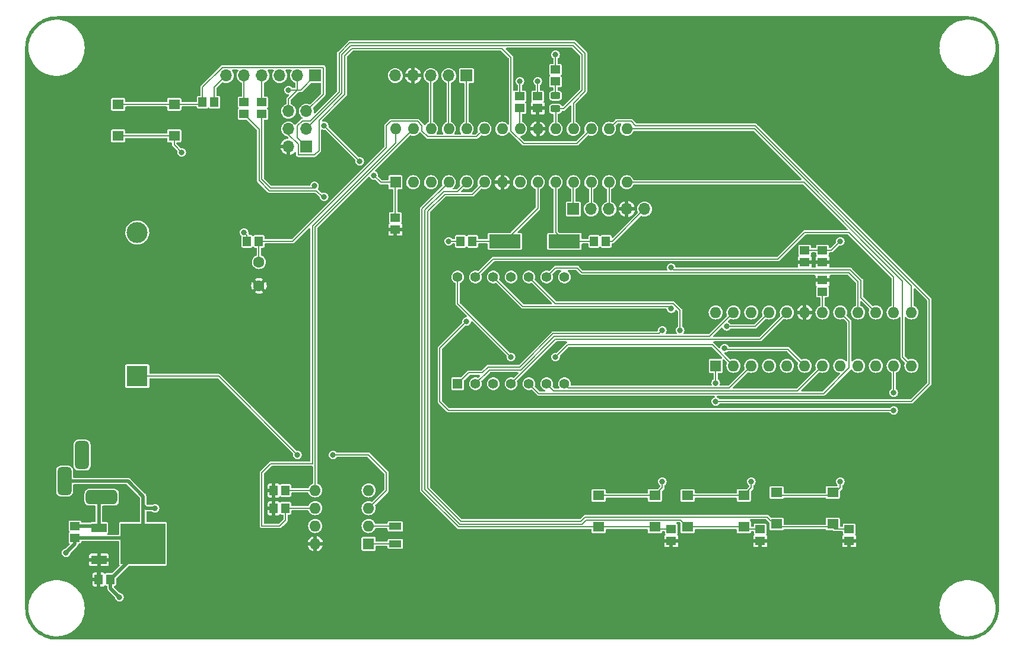
<source format=gbr>
%TF.GenerationSoftware,KiCad,Pcbnew,(6.0.5)*%
%TF.CreationDate,2022-07-21T11:20:11-07:00*%
%TF.ProjectId,clock,636c6f63-6b2e-46b6-9963-61645f706362,rev?*%
%TF.SameCoordinates,Original*%
%TF.FileFunction,Copper,L1,Top*%
%TF.FilePolarity,Positive*%
%FSLAX46Y46*%
G04 Gerber Fmt 4.6, Leading zero omitted, Abs format (unit mm)*
G04 Created by KiCad (PCBNEW (6.0.5)) date 2022-07-21 11:20:11*
%MOMM*%
%LPD*%
G01*
G04 APERTURE LIST*
G04 Aperture macros list*
%AMRoundRect*
0 Rectangle with rounded corners*
0 $1 Rounding radius*
0 $2 $3 $4 $5 $6 $7 $8 $9 X,Y pos of 4 corners*
0 Add a 4 corners polygon primitive as box body*
4,1,4,$2,$3,$4,$5,$6,$7,$8,$9,$2,$3,0*
0 Add four circle primitives for the rounded corners*
1,1,$1+$1,$2,$3*
1,1,$1+$1,$4,$5*
1,1,$1+$1,$6,$7*
1,1,$1+$1,$8,$9*
0 Add four rect primitives between the rounded corners*
20,1,$1+$1,$2,$3,$4,$5,0*
20,1,$1+$1,$4,$5,$6,$7,0*
20,1,$1+$1,$6,$7,$8,$9,0*
20,1,$1+$1,$8,$9,$2,$3,0*%
G04 Aperture macros list end*
%TA.AperFunction,ComponentPad*%
%ADD10R,1.600000X1.600000*%
%TD*%
%TA.AperFunction,ComponentPad*%
%ADD11O,1.600000X1.600000*%
%TD*%
%TA.AperFunction,ComponentPad*%
%ADD12R,1.700000X1.700000*%
%TD*%
%TA.AperFunction,ComponentPad*%
%ADD13O,1.700000X1.700000*%
%TD*%
%TA.AperFunction,SMDPad,CuDef*%
%ADD14R,1.150000X1.400000*%
%TD*%
%TA.AperFunction,SMDPad,CuDef*%
%ADD15R,1.400000X1.150000*%
%TD*%
%TA.AperFunction,ComponentPad*%
%ADD16R,1.400000X1.400000*%
%TD*%
%TA.AperFunction,ComponentPad*%
%ADD17C,1.400000*%
%TD*%
%TA.AperFunction,SMDPad,CuDef*%
%ADD18R,1.600000X1.400000*%
%TD*%
%TA.AperFunction,ComponentPad*%
%ADD19R,3.000000X3.000000*%
%TD*%
%TA.AperFunction,ComponentPad*%
%ADD20C,3.000000*%
%TD*%
%TA.AperFunction,SMDPad,CuDef*%
%ADD21RoundRect,0.243750X-0.456250X0.243750X-0.456250X-0.243750X0.456250X-0.243750X0.456250X0.243750X0*%
%TD*%
%TA.AperFunction,ComponentPad*%
%ADD22C,1.600000*%
%TD*%
%TA.AperFunction,SMDPad,CuDef*%
%ADD23R,1.800000X1.000000*%
%TD*%
%TA.AperFunction,SMDPad,CuDef*%
%ADD24R,2.200000X1.200000*%
%TD*%
%TA.AperFunction,SMDPad,CuDef*%
%ADD25R,6.400000X5.800000*%
%TD*%
%TA.AperFunction,SMDPad,CuDef*%
%ADD26R,4.500000X2.000000*%
%TD*%
%TA.AperFunction,ComponentPad*%
%ADD27RoundRect,0.500000X-1.750000X-0.500000X1.750000X-0.500000X1.750000X0.500000X-1.750000X0.500000X0*%
%TD*%
%TA.AperFunction,ComponentPad*%
%ADD28RoundRect,0.500000X0.500000X-1.500000X0.500000X1.500000X-0.500000X1.500000X-0.500000X-1.500000X0*%
%TD*%
%TA.AperFunction,ViaPad*%
%ADD29C,0.812800*%
%TD*%
%TA.AperFunction,Conductor*%
%ADD30C,0.203200*%
%TD*%
%TA.AperFunction,Conductor*%
%ADD31C,0.508000*%
%TD*%
G04 APERTURE END LIST*
D10*
%TO.P,U1,1,~{RESET}/PC6*%
%TO.N,RESET*%
X133360000Y-79200000D03*
D11*
%TO.P,U1,2,PD0*%
%TO.N,RXD*%
X135900000Y-79200000D03*
%TO.P,U1,3,PD1*%
%TO.N,TXD*%
X138440000Y-79200000D03*
%TO.P,U1,4,PD2*%
%TO.N,BTN_DWN*%
X140980000Y-79200000D03*
%TO.P,U1,5,PD3*%
%TO.N,BTN_SEL*%
X143520000Y-79200000D03*
%TO.P,U1,6,PD4*%
%TO.N,BTN_UP*%
X146060000Y-79200000D03*
%TO.P,U1,7,VCC*%
%TO.N,VCC*%
X148600000Y-79200000D03*
%TO.P,U1,8,GND*%
%TO.N,GND*%
X151140000Y-79200000D03*
%TO.P,U1,9,XTAL1/PB6*%
%TO.N,Net-(C4-Pad1)*%
X153680000Y-79200000D03*
%TO.P,U1,10,XTAL2/PB7*%
%TO.N,Net-(C3-Pad1)*%
X156220000Y-79200000D03*
%TO.P,U1,11,PD5*%
%TO.N,DEBUG_1*%
X158760000Y-79200000D03*
%TO.P,U1,12,PD6*%
%TO.N,DEBUG_2*%
X161300000Y-79200000D03*
%TO.P,U1,13,PD7*%
%TO.N,DEBUG_3*%
X163840000Y-79200000D03*
%TO.P,U1,14,PB0*%
%TO.N,DISP_LOAD*%
X166380000Y-79200000D03*
%TO.P,U1,15,PB1*%
%TO.N,DISP_CLK*%
X166380000Y-71580000D03*
%TO.P,U1,16,PB2*%
%TO.N,DISP_DATA*%
X163840000Y-71580000D03*
%TO.P,U1,17,PB3*%
%TO.N,MOSI*%
X161300000Y-71580000D03*
%TO.P,U1,18,PB4*%
%TO.N,MISO*%
X158760000Y-71580000D03*
%TO.P,U1,19,PB5*%
%TO.N,LED_SCK*%
X156220000Y-71580000D03*
%TO.P,U1,20,AVCC*%
%TO.N,VCC*%
X153680000Y-71580000D03*
%TO.P,U1,21,AREF*%
%TO.N,Net-(C1-Pad1)*%
X151140000Y-71580000D03*
%TO.P,U1,22,GND*%
%TO.N,GND*%
X148600000Y-71580000D03*
%TO.P,U1,23,PC0*%
%TO.N,LIGHT_SENSOR*%
X146060000Y-71580000D03*
%TO.P,U1,24,PC1*%
%TO.N,DEBUG_4*%
X143520000Y-71580000D03*
%TO.P,U1,25,PC2*%
%TO.N,DEBUG_5*%
X140980000Y-71580000D03*
%TO.P,U1,26,PC3*%
%TO.N,DEBUG_6*%
X138440000Y-71580000D03*
%TO.P,U1,27,PC4*%
%TO.N,SDA*%
X135900000Y-71580000D03*
%TO.P,U1,28,PC5*%
%TO.N,SCL*%
X133360000Y-71580000D03*
%TD*%
D12*
%TO.P,J1,1,Pin_1*%
%TO.N,GND*%
X121920000Y-63970000D03*
D13*
%TO.P,J1,2,Pin_2*%
X119380000Y-63970000D03*
%TO.P,J1,3,Pin_3*%
%TO.N,unconnected-(J1-Pad3)*%
X116840000Y-63970000D03*
%TO.P,J1,4,Pin_4*%
%TO.N,Net-(J1-Pad4)*%
X114300000Y-63970000D03*
%TO.P,J1,5,Pin_5*%
%TO.N,Net-(J1-Pad5)*%
X111760000Y-63970000D03*
%TO.P,J1,6,Pin_6*%
%TO.N,Net-(C5-Pad2)*%
X109220000Y-63970000D03*
%TD*%
D10*
%TO.P,U4,1,X1*%
%TO.N,Net-(U4-Pad1)*%
X129530000Y-130800000D03*
D11*
%TO.P,U4,2,X2*%
%TO.N,Net-(U4-Pad2)*%
X129530000Y-128260000D03*
%TO.P,U4,3,VBAT*%
%TO.N,Net-(BT1-Pad1)*%
X129530000Y-125720000D03*
%TO.P,U4,4,GND*%
%TO.N,GND*%
X129530000Y-123180000D03*
%TO.P,U4,5,SDA*%
%TO.N,SDA*%
X121910000Y-123180000D03*
%TO.P,U4,6,SCL*%
%TO.N,SCL*%
X121910000Y-125720000D03*
%TO.P,U4,7,SQW/OUT*%
%TO.N,unconnected-(U4-Pad7)*%
X121910000Y-128260000D03*
%TO.P,U4,8,VCC*%
%TO.N,VCC*%
X121910000Y-130800000D03*
%TD*%
D14*
%TO.P,R9,1*%
%TO.N,LIGHT_SENSOR*%
X113880000Y-87630000D03*
%TO.P,R9,2*%
%TO.N,GND*%
X112180000Y-87630000D03*
%TD*%
D15*
%TO.P,C8,1*%
%TO.N,VCC*%
X191770000Y-90600000D03*
%TO.P,C8,2*%
%TO.N,GND*%
X191770000Y-88900000D03*
%TD*%
D14*
%TO.P,C7,1*%
%TO.N,VCC*%
X91010000Y-135890000D03*
%TO.P,C7,2*%
%TO.N,GND*%
X92710000Y-135890000D03*
%TD*%
D15*
%TO.P,R2,1*%
%TO.N,Net-(J1-Pad5)*%
X111760000Y-67780000D03*
%TO.P,R2,2*%
%TO.N,RXD*%
X111760000Y-69480000D03*
%TD*%
D12*
%TO.P,J4,1,Pin_1*%
%TO.N,DEBUG_4*%
X143505000Y-63970000D03*
D13*
%TO.P,J4,2,Pin_2*%
%TO.N,DEBUG_5*%
X140965000Y-63970000D03*
%TO.P,J4,3,Pin_3*%
%TO.N,DEBUG_6*%
X138425000Y-63970000D03*
%TO.P,J4,4,Pin_4*%
%TO.N,VCC*%
X135885000Y-63970000D03*
%TO.P,J4,5,Pin_5*%
%TO.N,GND*%
X133345000Y-63970000D03*
%TD*%
D14*
%TO.P,C5,1*%
%TO.N,RESET*%
X105830000Y-67780000D03*
%TO.P,C5,2*%
%TO.N,Net-(C5-Pad2)*%
X107530000Y-67780000D03*
%TD*%
%TO.P,R6,1*%
%TO.N,VCC*%
X115990000Y-123190000D03*
%TO.P,R6,2*%
%TO.N,SDA*%
X117690000Y-123190000D03*
%TD*%
D15*
%TO.P,R11,1*%
%TO.N,VCC*%
X185420000Y-130390000D03*
%TO.P,R11,2*%
%TO.N,BTN_SEL*%
X185420000Y-128690000D03*
%TD*%
%TO.P,R4,1*%
%TO.N,Net-(D1-Pad1)*%
X156210000Y-64820000D03*
%TO.P,R4,2*%
%TO.N,GND*%
X156210000Y-63120000D03*
%TD*%
D16*
%TO.P,DS1,1,E*%
%TO.N,Net-(DS1-Pad1)*%
X142240000Y-107950000D03*
D17*
%TO.P,DS1,2,D*%
%TO.N,Net-(DS1-Pad2)*%
X144780000Y-107950000D03*
%TO.P,DS1,3,DP*%
%TO.N,Net-(DS1-Pad3)*%
X147320000Y-107950000D03*
%TO.P,DS1,4,C*%
%TO.N,Net-(DS1-Pad4)*%
X149860000Y-107950000D03*
%TO.P,DS1,5,G*%
%TO.N,Net-(DS1-Pad5)*%
X152400000Y-107950000D03*
%TO.P,DS1,6,COM_DIG.4*%
%TO.N,Net-(DS1-Pad6)*%
X154940000Y-107950000D03*
%TO.P,DS1,7,COM_COLON*%
%TO.N,Net-(DS1-Pad7)*%
X157480000Y-107950000D03*
%TO.P,DS1,8,COLON*%
%TO.N,Net-(DS1-Pad3)*%
X157480000Y-92710000D03*
%TO.P,DS1,9,B*%
%TO.N,Net-(DS1-Pad9)*%
X154940000Y-92710000D03*
%TO.P,DS1,10,COM_DIG.3*%
%TO.N,Net-(DS1-Pad10)*%
X152400000Y-92710000D03*
%TO.P,DS1,11,COM_DIG.2*%
%TO.N,Net-(DS1-Pad11)*%
X149860000Y-92710000D03*
%TO.P,DS1,12,F*%
%TO.N,Net-(DS1-Pad12)*%
X147320000Y-92710000D03*
%TO.P,DS1,13,A*%
%TO.N,Net-(DS1-Pad13)*%
X144780000Y-92710000D03*
%TO.P,DS1,14,COM_DIG.1*%
%TO.N,Net-(DS1-Pad14)*%
X142240000Y-92710000D03*
%TD*%
D14*
%TO.P,C4,1*%
%TO.N,Net-(C4-Pad1)*%
X144360000Y-87630000D03*
%TO.P,C4,2*%
%TO.N,GND*%
X142660000Y-87630000D03*
%TD*%
D15*
%TO.P,C9,1*%
%TO.N,VCC*%
X194310000Y-90600000D03*
%TO.P,C9,2*%
%TO.N,GND*%
X194310000Y-88900000D03*
%TD*%
D18*
%TO.P,SW3,1,A*%
%TO.N,GND*%
X175070000Y-123900000D03*
%TO.P,SW3,2,A*%
X183070000Y-123900000D03*
%TO.P,SW3,3,B*%
%TO.N,BTN_SEL*%
X175070000Y-128400000D03*
%TO.P,SW3,4,B*%
X183070000Y-128400000D03*
%TD*%
D15*
%TO.P,R1,1*%
%TO.N,VCC*%
X133350000Y-85940000D03*
%TO.P,R1,2*%
%TO.N,RESET*%
X133350000Y-84240000D03*
%TD*%
D19*
%TO.P,BT1,1,+*%
%TO.N,Net-(BT1-Pad1)*%
X96520017Y-106863686D03*
D20*
%TO.P,BT1,2,-*%
%TO.N,GND*%
X96520017Y-86373686D03*
%TD*%
D15*
%TO.P,R3,1*%
%TO.N,Net-(J1-Pad4)*%
X114300000Y-67780000D03*
%TO.P,R3,2*%
%TO.N,TXD*%
X114300000Y-69480000D03*
%TD*%
D12*
%TO.P,J5,1,Pin_1*%
%TO.N,DEBUG_1*%
X158755000Y-83020000D03*
D13*
%TO.P,J5,2,Pin_2*%
%TO.N,DEBUG_2*%
X161295000Y-83020000D03*
%TO.P,J5,3,Pin_3*%
%TO.N,DEBUG_3*%
X163835000Y-83020000D03*
%TO.P,J5,4,Pin_4*%
%TO.N,VCC*%
X166375000Y-83020000D03*
%TO.P,J5,5,Pin_5*%
%TO.N,GND*%
X168915000Y-83020000D03*
%TD*%
D14*
%TO.P,C3,1*%
%TO.N,Net-(C3-Pad1)*%
X161710000Y-87630000D03*
%TO.P,C3,2*%
%TO.N,GND*%
X163410000Y-87630000D03*
%TD*%
D18*
%TO.P,SW2,1,A*%
%TO.N,GND*%
X187770000Y-123480000D03*
%TO.P,SW2,2,A*%
X195770000Y-123480000D03*
%TO.P,SW2,3,B*%
%TO.N,BTN_UP*%
X187770000Y-127980000D03*
%TO.P,SW2,4,B*%
X195770000Y-127980000D03*
%TD*%
D14*
%TO.P,R5,1*%
%TO.N,SCL*%
X117690000Y-125730000D03*
%TO.P,R5,2*%
%TO.N,VCC*%
X115990000Y-125730000D03*
%TD*%
D18*
%TO.P,SW1,1,A*%
%TO.N,GND*%
X101790000Y-72570000D03*
%TO.P,SW1,2,A*%
X93790000Y-72570000D03*
%TO.P,SW1,3,B*%
%TO.N,RESET*%
X101790000Y-68070000D03*
%TO.P,SW1,4,B*%
X93790000Y-68070000D03*
%TD*%
D21*
%TO.P,D1,1,K*%
%TO.N,Net-(D1-Pad1)*%
X156210000Y-66842500D03*
%TO.P,D1,2,A*%
%TO.N,LED_SCK*%
X156210000Y-68717500D03*
%TD*%
D22*
%TO.P,R8,1*%
%TO.N,VCC*%
X113880000Y-93980000D03*
%TO.P,R8,2*%
%TO.N,LIGHT_SENSOR*%
X113880000Y-90580000D03*
%TD*%
D15*
%TO.P,R10,1*%
%TO.N,VCC*%
X198120000Y-130390000D03*
%TO.P,R10,2*%
%TO.N,BTN_UP*%
X198120000Y-128690000D03*
%TD*%
%TO.P,C6,1*%
%TO.N,Net-(C6-Pad1)*%
X87630000Y-128270000D03*
%TO.P,C6,2*%
%TO.N,GND*%
X87630000Y-129970000D03*
%TD*%
%TO.P,R12,1*%
%TO.N,VCC*%
X172720000Y-130390000D03*
%TO.P,R12,2*%
%TO.N,BTN_DWN*%
X172720000Y-128690000D03*
%TD*%
D12*
%TO.P,J3,1,Pin_1*%
%TO.N,MISO*%
X120650000Y-74130000D03*
D13*
%TO.P,J3,2,Pin_2*%
%TO.N,VCC*%
X118110000Y-74130000D03*
%TO.P,J3,3,Pin_3*%
%TO.N,LED_SCK*%
X120650000Y-71590000D03*
%TO.P,J3,4,Pin_4*%
%TO.N,MOSI*%
X118110000Y-71590000D03*
%TO.P,J3,5,Pin_5*%
%TO.N,RESET*%
X120650000Y-69050000D03*
%TO.P,J3,6,Pin_6*%
%TO.N,GND*%
X118110000Y-69050000D03*
%TD*%
D23*
%TO.P,Y2,1,1*%
%TO.N,Net-(U4-Pad1)*%
X133350000Y-130810000D03*
%TO.P,Y2,2,2*%
%TO.N,Net-(U4-Pad2)*%
X133350000Y-128310000D03*
%TD*%
D15*
%TO.P,C1,1*%
%TO.N,Net-(C1-Pad1)*%
X151130000Y-68630000D03*
%TO.P,C1,2*%
%TO.N,GND*%
X151130000Y-66930000D03*
%TD*%
D18*
%TO.P,SW4,1,A*%
%TO.N,GND*%
X162370000Y-123900000D03*
%TO.P,SW4,2,A*%
X170370000Y-123900000D03*
%TO.P,SW4,3,B*%
%TO.N,BTN_DWN*%
X162370000Y-128400000D03*
%TO.P,SW4,4,B*%
X170370000Y-128400000D03*
%TD*%
D15*
%TO.P,C2,1*%
%TO.N,VCC*%
X153670000Y-68630000D03*
%TO.P,C2,2*%
%TO.N,GND*%
X153670000Y-66930000D03*
%TD*%
D10*
%TO.P,U3,1,DIN*%
%TO.N,DISP_DATA*%
X179065000Y-105400000D03*
D11*
%TO.P,U3,2,DIG_0*%
%TO.N,Net-(DS1-Pad14)*%
X181605000Y-105400000D03*
%TO.P,U3,3,DIG_4*%
%TO.N,Net-(DS1-Pad7)*%
X184145000Y-105400000D03*
%TO.P,U3,4,GND*%
%TO.N,GND*%
X186685000Y-105400000D03*
%TO.P,U3,5,DIG_6*%
%TO.N,unconnected-(U3-Pad5)*%
X189225000Y-105400000D03*
%TO.P,U3,6,DIG_2*%
%TO.N,Net-(DS1-Pad10)*%
X191765000Y-105400000D03*
%TO.P,U3,7,DIG_3*%
%TO.N,Net-(DS1-Pad6)*%
X194305000Y-105400000D03*
%TO.P,U3,8,DIG_7*%
%TO.N,unconnected-(U3-Pad8)*%
X196845000Y-105400000D03*
%TO.P,U3,9,GND*%
%TO.N,GND*%
X199385000Y-105400000D03*
%TO.P,U3,10,DIG_5*%
%TO.N,unconnected-(U3-Pad10)*%
X201925000Y-105400000D03*
%TO.P,U3,11,DIG_1*%
%TO.N,Net-(DS1-Pad11)*%
X204465000Y-105400000D03*
%TO.P,U3,12,LOAD*%
%TO.N,DISP_LOAD*%
X207005000Y-105400000D03*
%TO.P,U3,13,CLK*%
%TO.N,DISP_CLK*%
X207005000Y-97780000D03*
%TO.P,U3,14,SEG_A*%
%TO.N,Net-(DS1-Pad13)*%
X204465000Y-97780000D03*
%TO.P,U3,15,SEG_F*%
%TO.N,Net-(DS1-Pad12)*%
X201925000Y-97780000D03*
%TO.P,U3,16,SEG_B*%
%TO.N,Net-(DS1-Pad9)*%
X199385000Y-97780000D03*
%TO.P,U3,17,SEG_G*%
%TO.N,Net-(DS1-Pad5)*%
X196845000Y-97780000D03*
%TO.P,U3,18,ISET*%
%TO.N,Net-(R7-Pad2)*%
X194305000Y-97780000D03*
%TO.P,U3,19,V+*%
%TO.N,VCC*%
X191765000Y-97780000D03*
%TO.P,U3,20,SEG_C*%
%TO.N,Net-(DS1-Pad4)*%
X189225000Y-97780000D03*
%TO.P,U3,21,SEG_E*%
%TO.N,Net-(DS1-Pad1)*%
X186685000Y-97780000D03*
%TO.P,U3,22,SEG_DP*%
%TO.N,Net-(DS1-Pad3)*%
X184145000Y-97780000D03*
%TO.P,U3,23,SEG_D*%
%TO.N,Net-(DS1-Pad2)*%
X181605000Y-97780000D03*
%TO.P,U3,24,DOUT*%
%TO.N,unconnected-(U3-Pad24)*%
X179065000Y-97780000D03*
%TD*%
D15*
%TO.P,R7,1*%
%TO.N,VCC*%
X194310000Y-93130000D03*
%TO.P,R7,2*%
%TO.N,Net-(R7-Pad2)*%
X194310000Y-94830000D03*
%TD*%
D24*
%TO.P,U2,1,IN*%
%TO.N,Net-(C6-Pad1)*%
X91050000Y-128530000D03*
D25*
%TO.P,U2,2,GND*%
%TO.N,GND*%
X97350000Y-130810000D03*
D24*
%TO.P,U2,3,OUT*%
%TO.N,VCC*%
X91050000Y-133090000D03*
%TD*%
D26*
%TO.P,Y1,1,1*%
%TO.N,Net-(C3-Pad1)*%
X157480000Y-87630000D03*
%TO.P,Y1,2,2*%
%TO.N,Net-(C4-Pad1)*%
X148980000Y-87630000D03*
%TD*%
D27*
%TO.P,J2,1,POLE*%
%TO.N,Net-(C6-Pad1)*%
X91440000Y-124150000D03*
D28*
%TO.P,J2,2,OUT*%
%TO.N,GND*%
X86140000Y-121850000D03*
%TO.P,J2,3,OUT*%
%TO.N,unconnected-(J2-Pad3)*%
X88640000Y-118150000D03*
%TD*%
D29*
%TO.N,Net-(DS1-Pad1)*%
X180632081Y-99770700D03*
X171450000Y-100330000D03*
%TO.N,GND*%
X140970000Y-87630000D03*
%TO.N,Net-(BT1-Pad1)*%
X119380000Y-118110000D03*
X124460000Y-118110000D03*
%TO.N,GND*%
X184150000Y-121920000D03*
X156210000Y-60960000D03*
X111760000Y-86360000D03*
X153670000Y-64770000D03*
X196850000Y-121920000D03*
X118110000Y-66040000D03*
X151130000Y-64770000D03*
X99060000Y-125730000D03*
X171450000Y-121920000D03*
X86360000Y-132080000D03*
X102870000Y-74930000D03*
X196850000Y-87630000D03*
X93980000Y-138430000D03*
%TO.N,RESET*%
X128270000Y-76200000D03*
X130277541Y-78207541D03*
X123190000Y-71120000D03*
%TO.N,Net-(DS1-Pad10)*%
X173990000Y-100330000D03*
X180340000Y-102870000D03*
%TO.N,Net-(DS1-Pad11)*%
X204470000Y-111760000D03*
X143510000Y-99060000D03*
X204470000Y-109220000D03*
%TO.N,Net-(DS1-Pad12)*%
X172720000Y-97230700D03*
X172720000Y-91400909D03*
%TO.N,Net-(DS1-Pad14)*%
X156210000Y-104140000D03*
X149860000Y-104140000D03*
%TO.N,TXD*%
X121816165Y-79705220D03*
%TO.N,RXD*%
X123190000Y-81280000D03*
%TO.N,DISP_DATA*%
X179070000Y-110490000D03*
X179070000Y-107837691D03*
%TD*%
D30*
%TO.N,Net-(DS1-Pad1)*%
X184694300Y-99770700D02*
X186685000Y-97780000D01*
X180632081Y-99770700D02*
X184694300Y-99770700D01*
X155873726Y-100788160D02*
X170991840Y-100788160D01*
X170991840Y-100788160D02*
X171450000Y-100330000D01*
X151080753Y-105581131D02*
X155873726Y-100788160D01*
X146574812Y-105581131D02*
X151080753Y-105581131D01*
X145762971Y-106392971D02*
X146574812Y-105581131D01*
X142240000Y-107950000D02*
X143797029Y-106392971D01*
X143797029Y-106392971D02*
X145762971Y-106392971D01*
%TO.N,MISO*%
X119380000Y-72860000D02*
X120650000Y-74130000D01*
X119380000Y-71120000D02*
X119380000Y-72860000D01*
X120064311Y-70435689D02*
X119380000Y-71120000D01*
X121230253Y-70435689D02*
X120064311Y-70435689D01*
X125324080Y-66341862D02*
X121230253Y-70435689D01*
X158918138Y-59284080D02*
X126831863Y-59284080D01*
X160425920Y-60791863D02*
X158918138Y-59284080D01*
X126831863Y-59284080D02*
X125324080Y-60791862D01*
X160425920Y-66208138D02*
X160425920Y-60791863D01*
X125324080Y-60791862D02*
X125324080Y-66341862D01*
X158760000Y-67874058D02*
X160425920Y-66208138D01*
X158760000Y-71580000D02*
X158760000Y-67874058D01*
%TO.N,GND*%
X142660000Y-87630000D02*
X140970000Y-87630000D01*
%TO.N,Net-(C4-Pad1)*%
X148980000Y-87630000D02*
X144360000Y-87630000D01*
%TO.N,Net-(BT1-Pad1)*%
X132080000Y-120650000D02*
X129540000Y-118110000D01*
X108133686Y-106863686D02*
X96520017Y-106863686D01*
X132080000Y-123170000D02*
X132080000Y-120650000D01*
X129530000Y-125720000D02*
X132080000Y-123170000D01*
X129540000Y-118110000D02*
X124460000Y-118110000D01*
X119380000Y-118110000D02*
X108133686Y-106863686D01*
%TO.N,GND*%
X118110000Y-69050000D02*
X118110000Y-67310000D01*
D31*
X97350000Y-131250000D02*
X97350000Y-130810000D01*
X97790000Y-125730000D02*
X99060000Y-125730000D01*
X87630000Y-129970000D02*
X87630000Y-130810000D01*
D30*
X171450000Y-122820000D02*
X171450000Y-121920000D01*
X119380000Y-66040000D02*
X118110000Y-66040000D01*
X151130000Y-66930000D02*
X151130000Y-64770000D01*
X118110000Y-67310000D02*
X119380000Y-66040000D01*
X101790000Y-72570000D02*
X101790000Y-73850000D01*
X119850000Y-66040000D02*
X119380000Y-66040000D01*
D31*
X96510000Y-129970000D02*
X97350000Y-130810000D01*
X92710000Y-135890000D02*
X97350000Y-131250000D01*
D30*
X175070000Y-123900000D02*
X183070000Y-123900000D01*
D31*
X87630000Y-130810000D02*
X86360000Y-132080000D01*
D30*
X163410000Y-87630000D02*
X164305000Y-87630000D01*
X121920000Y-63970000D02*
X119850000Y-66040000D01*
D31*
X86140000Y-121850000D02*
X95180000Y-121850000D01*
X97350000Y-124020000D02*
X97350000Y-125290000D01*
D30*
X119380000Y-66040000D02*
X119380000Y-63970000D01*
X183070000Y-123900000D02*
X184150000Y-122820000D01*
X112180000Y-87630000D02*
X112180000Y-86780000D01*
X153670000Y-66930000D02*
X153670000Y-64770000D01*
D31*
X92710000Y-137160000D02*
X93980000Y-138430000D01*
D30*
X195580000Y-88900000D02*
X196850000Y-87630000D01*
X195770000Y-123900000D02*
X196850000Y-122820000D01*
D31*
X92710000Y-135890000D02*
X92710000Y-137160000D01*
D30*
X93790000Y-72570000D02*
X101790000Y-72570000D01*
X101790000Y-73850000D02*
X102870000Y-74930000D01*
X112180000Y-86780000D02*
X111760000Y-86360000D01*
X191770000Y-88900000D02*
X194310000Y-88900000D01*
X187770000Y-123900000D02*
X195770000Y-123900000D01*
X184150000Y-122820000D02*
X184150000Y-121920000D01*
D31*
X95180000Y-121850000D02*
X97350000Y-124020000D01*
D30*
X164305000Y-87630000D02*
X168915000Y-83020000D01*
X156210000Y-63120000D02*
X156210000Y-60960000D01*
X162370000Y-123900000D02*
X170370000Y-123900000D01*
D31*
X87630000Y-129970000D02*
X96510000Y-129970000D01*
X97350000Y-125290000D02*
X97350000Y-130810000D01*
D30*
X196850000Y-122820000D02*
X196850000Y-121920000D01*
D31*
X97350000Y-125290000D02*
X97790000Y-125730000D01*
D30*
X170370000Y-123900000D02*
X171450000Y-122820000D01*
X194310000Y-88900000D02*
X195580000Y-88900000D01*
%TO.N,Net-(C1-Pad1)*%
X151130000Y-71570000D02*
X151140000Y-71580000D01*
X151130000Y-68630000D02*
X151130000Y-71570000D01*
%TO.N,VCC*%
X153670000Y-68630000D02*
X153670000Y-71570000D01*
X153670000Y-71570000D02*
X153680000Y-71580000D01*
D31*
X91050000Y-135850000D02*
X91010000Y-135890000D01*
X91050000Y-133090000D02*
X91050000Y-135850000D01*
D30*
%TO.N,Net-(C3-Pad1)*%
X161710000Y-87630000D02*
X157480000Y-87630000D01*
X156220000Y-86370000D02*
X157480000Y-87630000D01*
X156220000Y-79200000D02*
X156220000Y-86370000D01*
%TO.N,Net-(C4-Pad1)*%
X153680000Y-82930000D02*
X148980000Y-87630000D01*
X153680000Y-79200000D02*
X153680000Y-82930000D01*
%TO.N,RESET*%
X93790000Y-68070000D02*
X101790000Y-68070000D01*
X133350000Y-84240000D02*
X133350000Y-79210000D01*
X108634311Y-62815689D02*
X123074311Y-62815689D01*
X101790000Y-68070000D02*
X105540000Y-68070000D01*
X131270000Y-79200000D02*
X130277541Y-78207541D01*
X133350000Y-79210000D02*
X133360000Y-79200000D01*
X105830000Y-65620000D02*
X108634311Y-62815689D01*
X123074311Y-62815689D02*
X123074311Y-66625689D01*
X123074311Y-66625689D02*
X120650000Y-69050000D01*
X105830000Y-67780000D02*
X105830000Y-65620000D01*
X133360000Y-79200000D02*
X131270000Y-79200000D01*
X128270000Y-76200000D02*
X123190000Y-71120000D01*
X105540000Y-68070000D02*
X105830000Y-67780000D01*
%TO.N,Net-(C5-Pad2)*%
X107530000Y-65660000D02*
X109220000Y-63970000D01*
X107530000Y-67780000D02*
X107530000Y-65660000D01*
D31*
%TO.N,Net-(C6-Pad1)*%
X91050000Y-124540000D02*
X91050000Y-128530000D01*
X91440000Y-124150000D02*
X91050000Y-124540000D01*
X90790000Y-128270000D02*
X91050000Y-128530000D01*
X87630000Y-128270000D02*
X90790000Y-128270000D01*
D30*
%TO.N,Net-(D1-Pad1)*%
X156210000Y-66842500D02*
X156210000Y-64820000D01*
%TO.N,LED_SCK*%
X120650000Y-71590000D02*
X125730000Y-66510000D01*
X127000000Y-59690000D02*
X158750000Y-59690000D01*
X125730000Y-66510000D02*
X125730000Y-60960000D01*
X125730000Y-60960000D02*
X127000000Y-59690000D01*
X160020000Y-60960000D02*
X160020000Y-66040000D01*
X156210000Y-68717500D02*
X156220000Y-68727500D01*
X157342500Y-68717500D02*
X156210000Y-68717500D01*
X158750000Y-59690000D02*
X160020000Y-60960000D01*
X160020000Y-66040000D02*
X157342500Y-68717500D01*
X156220000Y-68727500D02*
X156220000Y-71580000D01*
%TO.N,Net-(DS1-Pad2)*%
X178190920Y-101194080D02*
X181605000Y-97780000D01*
X151248891Y-105987051D02*
X156041863Y-101194080D01*
X146742949Y-105987051D02*
X151248891Y-105987051D01*
X156041863Y-101194080D02*
X178190920Y-101194080D01*
X144780000Y-107950000D02*
X146742949Y-105987051D01*
%TO.N,Net-(DS1-Pad4)*%
X156210000Y-101600000D02*
X185405000Y-101600000D01*
X185405000Y-101600000D02*
X189225000Y-97780000D01*
X149860000Y-107950000D02*
X156210000Y-101600000D01*
%TO.N,Net-(DS1-Pad5)*%
X153810231Y-109360231D02*
X152400000Y-107950000D01*
X196845000Y-97780000D02*
X198120000Y-99055000D01*
X198120000Y-99055000D02*
X198120000Y-105686733D01*
X194446502Y-109360231D02*
X153810231Y-109360231D01*
X198120000Y-105686733D02*
X194446502Y-109360231D01*
%TO.N,Net-(DS1-Pad6)*%
X190750689Y-108954311D02*
X194305000Y-105400000D01*
X155944311Y-108954311D02*
X190750689Y-108954311D01*
X154940000Y-107950000D02*
X155944311Y-108954311D01*
%TO.N,Net-(DS1-Pad7)*%
X180996609Y-108548391D02*
X184145000Y-105400000D01*
X157480000Y-107950000D02*
X158078391Y-108548391D01*
X158078391Y-108548391D02*
X180996609Y-108548391D01*
%TO.N,Net-(DS1-Pad9)*%
X199385000Y-93376609D02*
X198120000Y-92111609D01*
X199385000Y-97780000D02*
X199385000Y-93376609D01*
X156210000Y-91440000D02*
X154940000Y-92710000D01*
X160020000Y-92111609D02*
X159348391Y-91440000D01*
X198120000Y-92111609D02*
X160020000Y-92111609D01*
X159348391Y-91440000D02*
X156210000Y-91440000D01*
%TO.N,Net-(DS1-Pad10)*%
X180491411Y-103021411D02*
X189386411Y-103021411D01*
X173014387Y-96519989D02*
X173990000Y-97495602D01*
X152400000Y-92710000D02*
X156209989Y-96519989D01*
X180340000Y-102870000D02*
X180491411Y-103021411D01*
X156209989Y-96519989D02*
X173014387Y-96519989D01*
X189386411Y-103021411D02*
X191765000Y-105400000D01*
X173990000Y-97495602D02*
X173990000Y-100330000D01*
%TO.N,Net-(DS1-Pad11)*%
X139700000Y-102870000D02*
X143510000Y-99060000D01*
X204465000Y-105400000D02*
X204465000Y-109215000D01*
X139700000Y-110490000D02*
X139700000Y-102870000D01*
X140970000Y-111760000D02*
X139700000Y-110490000D01*
X204465000Y-109215000D02*
X204470000Y-109220000D01*
X204470000Y-111760000D02*
X140970000Y-111760000D01*
%TO.N,Net-(DS1-Pad12)*%
X172720000Y-96925920D02*
X172720000Y-97230700D01*
X151535920Y-96925920D02*
X172720000Y-96925920D01*
X199790920Y-93208472D02*
X199790920Y-95645920D01*
X199790920Y-95645920D02*
X201925000Y-97780000D01*
X198288138Y-91705689D02*
X199790920Y-93208472D01*
X172720000Y-91400909D02*
X173024780Y-91705689D01*
X147320000Y-92710000D02*
X151535920Y-96925920D01*
X173024780Y-91705689D02*
X198288138Y-91705689D01*
%TO.N,Net-(DS1-Pad13)*%
X204465000Y-92705000D02*
X204465000Y-97780000D01*
X144780000Y-92710000D02*
X147320000Y-90170000D01*
X147320000Y-90170000D02*
X187960000Y-90170000D01*
X191770000Y-86360000D02*
X198120000Y-86360000D01*
X187960000Y-90170000D02*
X191770000Y-86360000D01*
X198120000Y-86360000D02*
X204465000Y-92705000D01*
%TO.N,Net-(DS1-Pad14)*%
X178616840Y-102411840D02*
X181605000Y-105400000D01*
X142240000Y-96520000D02*
X149860000Y-104140000D01*
X156210000Y-104140000D02*
X157938160Y-102411840D01*
X142240000Y-92710000D02*
X142240000Y-96520000D01*
X157938160Y-102411840D02*
X178616840Y-102411840D01*
%TO.N,MOSI*%
X148590000Y-60095920D02*
X149860000Y-61365920D01*
X159220000Y-73660000D02*
X161300000Y-71580000D01*
X126135920Y-66678137D02*
X126135920Y-61128138D01*
X118110000Y-71590000D02*
X118110000Y-72390000D01*
X118110000Y-72390000D02*
X119495689Y-73775689D01*
X151658267Y-73660000D02*
X159220000Y-73660000D01*
X119495689Y-75284311D02*
X121804311Y-75284311D01*
X126135920Y-61128138D02*
X127168138Y-60095920D01*
X149860000Y-61365920D02*
X149860000Y-71861733D01*
X122442029Y-74646593D02*
X122442029Y-70372029D01*
X122442029Y-70372029D02*
X126135920Y-66678137D01*
X121804311Y-75284311D02*
X122442029Y-74646593D01*
X149860000Y-71861733D02*
X151658267Y-73660000D01*
X127168138Y-60095920D02*
X148590000Y-60095920D01*
X119495689Y-73775689D02*
X119495689Y-75284311D01*
%TO.N,TXD*%
X114300000Y-78740000D02*
X115570000Y-80010000D01*
X115570000Y-80010000D02*
X121920000Y-80010000D01*
X114300000Y-69480000D02*
X114300000Y-78740000D01*
X121920000Y-80010000D02*
X121920000Y-79809055D01*
X121920000Y-79809055D02*
X121816165Y-79705220D01*
%TO.N,RXD*%
X111760000Y-69480000D02*
X113894080Y-71614080D01*
X122088137Y-80415920D02*
X122952217Y-81280000D01*
X113894080Y-71614080D02*
X113894080Y-78908137D01*
X122952217Y-81280000D02*
X123190000Y-81280000D01*
X113894080Y-78908137D02*
X115401863Y-80415920D01*
X115401863Y-80415920D02*
X122088137Y-80415920D01*
%TO.N,SCL*%
X115570000Y-119380000D02*
X121504080Y-119380000D01*
X117690000Y-125730000D02*
X117690000Y-127420000D01*
X121504080Y-119380000D02*
X121504080Y-85401862D01*
X117690000Y-127420000D02*
X116840000Y-128270000D01*
X121504080Y-85401862D02*
X133360000Y-73545942D01*
X133360000Y-73545942D02*
X133360000Y-71580000D01*
X114300000Y-120650000D02*
X115570000Y-119380000D01*
X116840000Y-128270000D02*
X114300000Y-128270000D01*
X114300000Y-128270000D02*
X114300000Y-120650000D01*
X117690000Y-125730000D02*
X121900000Y-125730000D01*
X121900000Y-125730000D02*
X121910000Y-125720000D01*
%TO.N,Net-(R7-Pad2)*%
X194310000Y-94830000D02*
X194310000Y-97775000D01*
X194310000Y-97775000D02*
X194305000Y-97780000D01*
%TO.N,LIGHT_SENSOR*%
X137160000Y-71861733D02*
X137982578Y-72684311D01*
X137160000Y-71120000D02*
X137160000Y-71861733D01*
X113880000Y-90580000D02*
X113880000Y-87630000D01*
X132724311Y-70475689D02*
X136515689Y-70475689D01*
X132080000Y-74251884D02*
X132080000Y-71120000D01*
X144955689Y-72684311D02*
X146060000Y-71580000D01*
X137982578Y-72684311D02*
X144955689Y-72684311D01*
X118701885Y-87630000D02*
X132080000Y-74251884D01*
X136515689Y-70475689D02*
X137160000Y-71120000D01*
X113880000Y-87630000D02*
X118701885Y-87630000D01*
X132080000Y-71120000D02*
X132724311Y-70475689D01*
%TO.N,BTN_UP*%
X160450254Y-126989769D02*
X186419769Y-126989769D01*
X187830000Y-128400000D02*
X187770000Y-128400000D01*
X195770000Y-128400000D02*
X187830000Y-128400000D01*
X146060000Y-79200000D02*
X144322051Y-80937949D01*
X144322051Y-80937949D02*
X140390167Y-80937949D01*
X198120000Y-128690000D02*
X196060000Y-128690000D01*
X186419769Y-126989769D02*
X187830000Y-128400000D01*
X159851862Y-127588160D02*
X160450254Y-126989769D01*
X137971840Y-122853724D02*
X142706276Y-127588160D01*
X140390167Y-80937949D02*
X137971840Y-83356276D01*
X137971840Y-83356276D02*
X137971840Y-122853724D01*
X196060000Y-128690000D02*
X195770000Y-128400000D01*
X142706276Y-127588160D02*
X159851862Y-127588160D01*
%TO.N,BTN_SEL*%
X142187971Y-80532029D02*
X143520000Y-79200000D01*
X183070000Y-128400000D02*
X175070000Y-128400000D01*
X137565920Y-83188138D02*
X140222029Y-80532029D01*
X137565920Y-123021862D02*
X137565920Y-83188138D01*
X142538138Y-127994080D02*
X137565920Y-123021862D01*
X174065689Y-127395689D02*
X160618391Y-127395689D01*
X160618391Y-127395689D02*
X160020000Y-127994080D01*
X175070000Y-128400000D02*
X174065689Y-127395689D01*
X160020000Y-127994080D02*
X142538138Y-127994080D01*
X185420000Y-128690000D02*
X183360000Y-128690000D01*
X183360000Y-128690000D02*
X183070000Y-128400000D01*
X140222029Y-80532029D02*
X142187971Y-80532029D01*
%TO.N,BTN_DWN*%
X170370000Y-128400000D02*
X162370000Y-128400000D01*
X162370000Y-128400000D02*
X142370000Y-128400000D01*
X137160000Y-123190000D02*
X137160000Y-83020000D01*
X172720000Y-128690000D02*
X170660000Y-128690000D01*
X142370000Y-128400000D02*
X137160000Y-123190000D01*
X137160000Y-83020000D02*
X140980000Y-79200000D01*
X170660000Y-128690000D02*
X170370000Y-128400000D01*
%TO.N,DISP_CLK*%
X184610000Y-71580000D02*
X207005000Y-93975000D01*
X166380000Y-71580000D02*
X184610000Y-71580000D01*
X207005000Y-93975000D02*
X207005000Y-97780000D01*
%TO.N,DISP_DATA*%
X207010000Y-110490000D02*
X209550000Y-107950000D01*
X209550000Y-95945942D02*
X184724057Y-71120000D01*
X179070000Y-110490000D02*
X207010000Y-110490000D01*
X209550000Y-107950000D02*
X209550000Y-95945942D01*
X179065000Y-107832691D02*
X179070000Y-107837691D01*
X166995689Y-70475689D02*
X164944311Y-70475689D01*
X167640000Y-71120000D02*
X166995689Y-70475689D01*
X184724057Y-71120000D02*
X167640000Y-71120000D01*
X164944311Y-70475689D02*
X163840000Y-71580000D01*
X179065000Y-105400000D02*
X179065000Y-107832691D01*
%TO.N,Net-(J1-Pad5)*%
X111760000Y-63970000D02*
X111760000Y-67780000D01*
%TO.N,Net-(J1-Pad4)*%
X114300000Y-63970000D02*
X114300000Y-67780000D01*
%TO.N,DEBUG_4*%
X143510000Y-71570000D02*
X143520000Y-71580000D01*
X143510000Y-63970000D02*
X143510000Y-71570000D01*
%TO.N,DEBUG_5*%
X140970000Y-63970000D02*
X140970000Y-71570000D01*
X140970000Y-71570000D02*
X140980000Y-71580000D01*
%TO.N,DEBUG_6*%
X138430000Y-63970000D02*
X138430000Y-71570000D01*
X138430000Y-71570000D02*
X138440000Y-71580000D01*
%TO.N,DISP_LOAD*%
X205740000Y-93284058D02*
X205740000Y-104135000D01*
X166380000Y-79200000D02*
X191655942Y-79200000D01*
X191655942Y-79200000D02*
X205740000Y-93284058D01*
X205740000Y-104135000D02*
X207005000Y-105400000D01*
%TO.N,DEBUG_1*%
X158755000Y-83020000D02*
X158755000Y-79205000D01*
X158755000Y-79205000D02*
X158760000Y-79200000D01*
%TO.N,DEBUG_2*%
X161300000Y-79200000D02*
X161300000Y-83015000D01*
X161300000Y-83015000D02*
X161295000Y-83020000D01*
%TO.N,DEBUG_3*%
X163840000Y-83015000D02*
X163835000Y-83020000D01*
X163840000Y-79200000D02*
X163840000Y-83015000D01*
%TO.N,Net-(U4-Pad1)*%
X129530000Y-130800000D02*
X133340000Y-130800000D01*
X133340000Y-130800000D02*
X133350000Y-130810000D01*
%TO.N,Net-(U4-Pad2)*%
X129530000Y-128260000D02*
X133300000Y-128260000D01*
X133300000Y-128260000D02*
X133350000Y-128310000D01*
%TO.N,SDA*%
X117690000Y-123190000D02*
X121900000Y-123190000D01*
X121910000Y-85570000D02*
X135900000Y-71580000D01*
X121910000Y-123180000D02*
X121910000Y-85570000D01*
X121900000Y-123190000D02*
X121910000Y-123180000D01*
%TD*%
%TA.AperFunction,Conductor*%
%TO.N,VCC*%
G36*
X214970018Y-55510000D02*
G01*
X214984851Y-55512310D01*
X214984855Y-55512310D01*
X214993724Y-55513691D01*
X215014183Y-55511016D01*
X215036007Y-55510072D01*
X215385965Y-55525352D01*
X215396913Y-55526310D01*
X215774498Y-55576019D01*
X215785307Y-55577926D01*
X216157114Y-55660353D01*
X216167731Y-55663198D01*
X216530939Y-55777718D01*
X216541254Y-55781471D01*
X216893123Y-55927220D01*
X216903067Y-55931858D01*
X217111825Y-56040530D01*
X217240867Y-56107705D01*
X217250387Y-56113201D01*
X217571574Y-56317820D01*
X217580578Y-56324124D01*
X217882716Y-56555962D01*
X217891137Y-56563028D01*
X218171914Y-56820314D01*
X218179686Y-56828086D01*
X218436972Y-57108863D01*
X218444038Y-57117284D01*
X218675876Y-57419422D01*
X218682180Y-57428426D01*
X218886799Y-57749613D01*
X218892294Y-57759132D01*
X219049515Y-58061149D01*
X219068138Y-58096924D01*
X219072780Y-58106877D01*
X219202203Y-58419332D01*
X219218526Y-58458739D01*
X219222285Y-58469068D01*
X219336802Y-58832268D01*
X219339647Y-58842885D01*
X219416948Y-59191566D01*
X219422073Y-59214685D01*
X219423982Y-59225510D01*
X219473690Y-59603086D01*
X219474648Y-59614036D01*
X219489603Y-59956552D01*
X219488223Y-59981429D01*
X219486309Y-59993724D01*
X219487473Y-60002626D01*
X219487473Y-60002628D01*
X219488771Y-60012552D01*
X219489802Y-60020432D01*
X219490436Y-60025283D01*
X219491500Y-60041621D01*
X219491500Y-139950633D01*
X219490000Y-139970018D01*
X219487690Y-139984851D01*
X219487690Y-139984855D01*
X219486309Y-139993724D01*
X219488984Y-140014183D01*
X219489928Y-140036011D01*
X219474648Y-140385964D01*
X219473690Y-140396913D01*
X219469418Y-140429367D01*
X219423982Y-140774490D01*
X219422074Y-140785307D01*
X219394997Y-140907445D01*
X219339647Y-141157114D01*
X219336802Y-141167731D01*
X219319920Y-141221276D01*
X219222285Y-141530932D01*
X219218529Y-141541254D01*
X219115439Y-141790136D01*
X219072784Y-141893114D01*
X219068142Y-141903067D01*
X219035309Y-141966139D01*
X218892295Y-142240867D01*
X218886800Y-142250385D01*
X218869958Y-142276822D01*
X218682180Y-142571574D01*
X218675876Y-142580578D01*
X218444038Y-142882716D01*
X218436972Y-142891137D01*
X218179686Y-143171914D01*
X218171914Y-143179686D01*
X217891137Y-143436972D01*
X217882716Y-143444038D01*
X217580578Y-143675876D01*
X217571574Y-143682180D01*
X217466609Y-143749050D01*
X217274727Y-143871293D01*
X217250387Y-143886799D01*
X217240868Y-143892294D01*
X216903067Y-144068142D01*
X216893123Y-144072780D01*
X216541254Y-144218529D01*
X216530939Y-144222282D01*
X216167732Y-144336802D01*
X216157115Y-144339647D01*
X215785307Y-144422074D01*
X215774498Y-144423981D01*
X215396914Y-144473690D01*
X215385965Y-144474648D01*
X215043446Y-144489603D01*
X215018571Y-144488223D01*
X215006276Y-144486309D01*
X214997374Y-144487473D01*
X214997372Y-144487473D01*
X214982323Y-144489441D01*
X214974714Y-144490436D01*
X214958379Y-144491500D01*
X85049367Y-144491500D01*
X85029982Y-144490000D01*
X85015149Y-144487690D01*
X85015145Y-144487690D01*
X85006276Y-144486309D01*
X84985817Y-144488984D01*
X84963993Y-144489928D01*
X84614035Y-144474648D01*
X84603086Y-144473690D01*
X84225502Y-144423981D01*
X84214693Y-144422074D01*
X83842885Y-144339647D01*
X83832268Y-144336802D01*
X83469061Y-144222282D01*
X83458746Y-144218529D01*
X83106877Y-144072780D01*
X83096933Y-144068142D01*
X82759132Y-143892294D01*
X82749613Y-143886799D01*
X82725274Y-143871293D01*
X82533391Y-143749050D01*
X82428426Y-143682180D01*
X82419422Y-143675876D01*
X82117284Y-143444038D01*
X82108863Y-143436972D01*
X81828086Y-143179686D01*
X81820314Y-143171914D01*
X81563028Y-142891137D01*
X81555962Y-142882716D01*
X81324124Y-142580578D01*
X81317820Y-142571574D01*
X81130042Y-142276822D01*
X81113200Y-142250385D01*
X81107705Y-142240867D01*
X80964691Y-141966139D01*
X80931858Y-141903067D01*
X80927216Y-141893114D01*
X80884562Y-141790136D01*
X80781471Y-141541254D01*
X80777715Y-141530932D01*
X80680081Y-141221276D01*
X80663198Y-141167731D01*
X80660353Y-141157114D01*
X80605003Y-140907445D01*
X80577926Y-140785307D01*
X80576018Y-140774490D01*
X80530583Y-140429367D01*
X80526310Y-140396913D01*
X80525352Y-140385964D01*
X80510561Y-140047208D01*
X80512188Y-140020805D01*
X80512769Y-140017352D01*
X80512770Y-140017345D01*
X80513576Y-140012552D01*
X80513729Y-140000000D01*
X80511727Y-139986019D01*
X80994883Y-139986019D01*
X80995033Y-139989200D01*
X80996524Y-140020805D01*
X81013974Y-140390833D01*
X81014445Y-140393986D01*
X81014446Y-140393994D01*
X81019733Y-140429367D01*
X81073876Y-140791646D01*
X81074662Y-140794728D01*
X81074662Y-140794730D01*
X81084345Y-140832716D01*
X81173975Y-141184352D01*
X81313248Y-141564933D01*
X81314640Y-141567799D01*
X81477442Y-141903076D01*
X81490268Y-141929491D01*
X81491940Y-141932198D01*
X81491941Y-141932200D01*
X81688458Y-142250387D01*
X81703223Y-142274294D01*
X81705155Y-142276812D01*
X81705162Y-142276822D01*
X81947991Y-142593283D01*
X81949932Y-142595812D01*
X81952114Y-142598128D01*
X81952123Y-142598138D01*
X82108597Y-142764183D01*
X82227869Y-142890751D01*
X82534189Y-143156094D01*
X82536799Y-143157929D01*
X82536805Y-143157933D01*
X82736373Y-143298192D01*
X82865755Y-143389123D01*
X83219173Y-143587452D01*
X83222087Y-143588719D01*
X83222091Y-143588721D01*
X83375386Y-143655375D01*
X83590825Y-143749050D01*
X83774813Y-143807768D01*
X83973860Y-143871293D01*
X83973869Y-143871295D01*
X83976904Y-143872264D01*
X84192469Y-143917691D01*
X84370339Y-143955174D01*
X84370344Y-143955175D01*
X84373458Y-143955831D01*
X84776427Y-143998896D01*
X84779614Y-143998913D01*
X84779620Y-143998913D01*
X84963626Y-143999876D01*
X85181685Y-144001018D01*
X85334498Y-143986304D01*
X85581918Y-143962480D01*
X85581923Y-143962479D01*
X85585083Y-143962175D01*
X85588202Y-143961552D01*
X85588207Y-143961551D01*
X85784157Y-143922396D01*
X85982491Y-143882765D01*
X86251745Y-143799932D01*
X86366794Y-143764538D01*
X86366798Y-143764536D01*
X86369839Y-143763601D01*
X86372775Y-143762361D01*
X86372780Y-143762359D01*
X86577514Y-143675876D01*
X86743162Y-143605904D01*
X87098637Y-143411286D01*
X87432626Y-143181743D01*
X87462870Y-143156094D01*
X87739278Y-142921683D01*
X87739280Y-142921681D01*
X87741708Y-142919622D01*
X88022718Y-142627609D01*
X88272781Y-142308693D01*
X88309641Y-142250387D01*
X88487625Y-141968842D01*
X88489334Y-141966139D01*
X88490754Y-141963290D01*
X88490759Y-141963282D01*
X88668742Y-141606302D01*
X88670162Y-141603454D01*
X88813412Y-141224353D01*
X88824056Y-141184352D01*
X88916798Y-140835801D01*
X88917619Y-140832716D01*
X88923704Y-140794730D01*
X88981210Y-140435704D01*
X88981715Y-140432553D01*
X88984085Y-140391460D01*
X89004945Y-140029656D01*
X89005043Y-140027961D01*
X89005141Y-140000000D01*
X89004433Y-139986019D01*
X210994883Y-139986019D01*
X210995033Y-139989200D01*
X210996524Y-140020805D01*
X211013974Y-140390833D01*
X211014445Y-140393986D01*
X211014446Y-140393994D01*
X211019733Y-140429367D01*
X211073876Y-140791646D01*
X211074662Y-140794728D01*
X211074662Y-140794730D01*
X211084345Y-140832716D01*
X211173975Y-141184352D01*
X211313248Y-141564933D01*
X211314640Y-141567799D01*
X211477442Y-141903076D01*
X211490268Y-141929491D01*
X211491940Y-141932198D01*
X211491941Y-141932200D01*
X211688458Y-142250387D01*
X211703223Y-142274294D01*
X211705155Y-142276812D01*
X211705162Y-142276822D01*
X211947991Y-142593283D01*
X211949932Y-142595812D01*
X211952114Y-142598128D01*
X211952123Y-142598138D01*
X212108597Y-142764183D01*
X212227869Y-142890751D01*
X212534189Y-143156094D01*
X212536799Y-143157929D01*
X212536805Y-143157933D01*
X212736373Y-143298192D01*
X212865755Y-143389123D01*
X213219173Y-143587452D01*
X213222087Y-143588719D01*
X213222091Y-143588721D01*
X213375386Y-143655375D01*
X213590825Y-143749050D01*
X213774813Y-143807768D01*
X213973860Y-143871293D01*
X213973869Y-143871295D01*
X213976904Y-143872264D01*
X214192469Y-143917691D01*
X214370339Y-143955174D01*
X214370344Y-143955175D01*
X214373458Y-143955831D01*
X214776427Y-143998896D01*
X214779614Y-143998913D01*
X214779620Y-143998913D01*
X214963626Y-143999876D01*
X215181685Y-144001018D01*
X215334498Y-143986304D01*
X215581918Y-143962480D01*
X215581923Y-143962479D01*
X215585083Y-143962175D01*
X215588202Y-143961552D01*
X215588207Y-143961551D01*
X215784157Y-143922396D01*
X215982491Y-143882765D01*
X216251745Y-143799932D01*
X216366794Y-143764538D01*
X216366798Y-143764536D01*
X216369839Y-143763601D01*
X216372775Y-143762361D01*
X216372780Y-143762359D01*
X216577514Y-143675876D01*
X216743162Y-143605904D01*
X217098637Y-143411286D01*
X217432626Y-143181743D01*
X217462870Y-143156094D01*
X217739278Y-142921683D01*
X217739280Y-142921681D01*
X217741708Y-142919622D01*
X218022718Y-142627609D01*
X218272781Y-142308693D01*
X218309641Y-142250387D01*
X218487625Y-141968842D01*
X218489334Y-141966139D01*
X218490754Y-141963290D01*
X218490759Y-141963282D01*
X218668742Y-141606302D01*
X218670162Y-141603454D01*
X218813412Y-141224353D01*
X218824056Y-141184352D01*
X218916798Y-140835801D01*
X218917619Y-140832716D01*
X218923704Y-140794730D01*
X218981210Y-140435704D01*
X218981715Y-140432553D01*
X218984085Y-140391460D01*
X219004945Y-140029656D01*
X219005043Y-140027961D01*
X219005141Y-140000000D01*
X219003622Y-139970018D01*
X218984799Y-139598428D01*
X218984798Y-139598423D01*
X218984638Y-139595255D01*
X218923337Y-139194655D01*
X218863407Y-138962922D01*
X218822664Y-138805379D01*
X218822661Y-138805371D01*
X218821867Y-138802299D01*
X218816935Y-138788966D01*
X218682376Y-138425204D01*
X218682373Y-138425198D01*
X218681267Y-138422207D01*
X218502975Y-138058269D01*
X218288818Y-137714212D01*
X218106734Y-137478622D01*
X218042941Y-137396083D01*
X218042936Y-137396078D01*
X218040989Y-137393558D01*
X217824273Y-137165187D01*
X217764223Y-137101907D01*
X217764220Y-137101905D01*
X217762024Y-137099590D01*
X217611843Y-136970414D01*
X217457194Y-136837395D01*
X217457191Y-136837393D01*
X217454779Y-136835318D01*
X217122401Y-136603448D01*
X216768293Y-136406354D01*
X216765373Y-136405096D01*
X216765368Y-136405094D01*
X216399014Y-136247316D01*
X216399004Y-136247312D01*
X216396080Y-136246053D01*
X216009573Y-136124188D01*
X215725282Y-136065314D01*
X215615855Y-136042653D01*
X215615852Y-136042653D01*
X215612730Y-136042006D01*
X215301937Y-136009889D01*
X215212769Y-136000674D01*
X215212766Y-136000674D01*
X215209613Y-136000348D01*
X215206447Y-136000342D01*
X215206438Y-136000342D01*
X215006225Y-135999993D01*
X214804350Y-135999641D01*
X214604617Y-136019577D01*
X214404274Y-136039573D01*
X214404270Y-136039574D01*
X214401090Y-136039891D01*
X214397950Y-136040530D01*
X214397949Y-136040530D01*
X214007096Y-136120050D01*
X214007089Y-136120052D01*
X214003962Y-136120688D01*
X213617032Y-136241203D01*
X213614092Y-136242457D01*
X213247199Y-136398950D01*
X213247195Y-136398952D01*
X213244262Y-136400203D01*
X212889468Y-136596060D01*
X212886847Y-136597875D01*
X212886842Y-136597878D01*
X212700538Y-136726881D01*
X212556283Y-136826768D01*
X212553855Y-136828842D01*
X212553852Y-136828844D01*
X212416115Y-136946483D01*
X212248118Y-137089966D01*
X212245918Y-137092268D01*
X212245915Y-137092271D01*
X212176235Y-137165187D01*
X211968128Y-137382958D01*
X211966171Y-137385471D01*
X211966170Y-137385473D01*
X211853151Y-137530653D01*
X211719181Y-137702745D01*
X211717485Y-137705449D01*
X211717482Y-137705453D01*
X211710288Y-137716921D01*
X211503824Y-138046053D01*
X211324263Y-138409367D01*
X211182337Y-138788966D01*
X211181529Y-138792045D01*
X211181527Y-138792052D01*
X211115072Y-139045365D01*
X211079498Y-139180964D01*
X211016800Y-139581349D01*
X210994883Y-139986019D01*
X89004433Y-139986019D01*
X89003622Y-139970018D01*
X88984799Y-139598428D01*
X88984798Y-139598423D01*
X88984638Y-139595255D01*
X88923337Y-139194655D01*
X88863407Y-138962922D01*
X88822664Y-138805379D01*
X88822661Y-138805371D01*
X88821867Y-138802299D01*
X88816935Y-138788966D01*
X88682376Y-138425204D01*
X88682373Y-138425198D01*
X88681267Y-138422207D01*
X88502975Y-138058269D01*
X88288818Y-137714212D01*
X88106734Y-137478622D01*
X88042941Y-137396083D01*
X88042936Y-137396078D01*
X88040989Y-137393558D01*
X87824273Y-137165187D01*
X87764223Y-137101907D01*
X87764220Y-137101905D01*
X87762024Y-137099590D01*
X87611843Y-136970414D01*
X87457194Y-136837395D01*
X87457191Y-136837393D01*
X87454779Y-136835318D01*
X87162687Y-136631552D01*
X90130200Y-136631552D01*
X90130642Y-136638997D01*
X90132245Y-136652475D01*
X90137198Y-136670495D01*
X90174733Y-136755001D01*
X90187687Y-136773849D01*
X90251583Y-136837633D01*
X90270453Y-136850554D01*
X90355001Y-136887932D01*
X90373078Y-136892860D01*
X90386075Y-136894376D01*
X90393376Y-136894800D01*
X90737885Y-136894800D01*
X90753124Y-136890325D01*
X90754329Y-136888935D01*
X90756000Y-136881252D01*
X90756000Y-136162115D01*
X90751525Y-136146876D01*
X90750135Y-136145671D01*
X90742452Y-136144000D01*
X90148315Y-136144000D01*
X90133076Y-136148475D01*
X90131871Y-136149865D01*
X90130200Y-136157548D01*
X90130200Y-136631552D01*
X87162687Y-136631552D01*
X87122401Y-136603448D01*
X86768293Y-136406354D01*
X86765373Y-136405096D01*
X86765368Y-136405094D01*
X86399014Y-136247316D01*
X86399004Y-136247312D01*
X86396080Y-136246053D01*
X86009573Y-136124188D01*
X85725282Y-136065314D01*
X85615855Y-136042653D01*
X85615852Y-136042653D01*
X85612730Y-136042006D01*
X85301937Y-136009889D01*
X85212769Y-136000674D01*
X85212766Y-136000674D01*
X85209613Y-136000348D01*
X85206447Y-136000342D01*
X85206438Y-136000342D01*
X85006225Y-135999993D01*
X84804350Y-135999641D01*
X84604617Y-136019577D01*
X84404274Y-136039573D01*
X84404270Y-136039574D01*
X84401090Y-136039891D01*
X84397950Y-136040530D01*
X84397949Y-136040530D01*
X84007096Y-136120050D01*
X84007089Y-136120052D01*
X84003962Y-136120688D01*
X83617032Y-136241203D01*
X83614092Y-136242457D01*
X83247199Y-136398950D01*
X83247195Y-136398952D01*
X83244262Y-136400203D01*
X82889468Y-136596060D01*
X82886847Y-136597875D01*
X82886842Y-136597878D01*
X82700538Y-136726881D01*
X82556283Y-136826768D01*
X82553855Y-136828842D01*
X82553852Y-136828844D01*
X82416115Y-136946483D01*
X82248118Y-137089966D01*
X82245918Y-137092268D01*
X82245915Y-137092271D01*
X82176235Y-137165187D01*
X81968128Y-137382958D01*
X81966171Y-137385471D01*
X81966170Y-137385473D01*
X81853151Y-137530653D01*
X81719181Y-137702745D01*
X81717485Y-137705449D01*
X81717482Y-137705453D01*
X81710288Y-137716921D01*
X81503824Y-138046053D01*
X81324263Y-138409367D01*
X81182337Y-138788966D01*
X81181529Y-138792045D01*
X81181527Y-138792052D01*
X81115072Y-139045365D01*
X81079498Y-139180964D01*
X81016800Y-139581349D01*
X80994883Y-139986019D01*
X80511727Y-139986019D01*
X80509773Y-139972376D01*
X80508500Y-139954514D01*
X80508500Y-135617885D01*
X90130200Y-135617885D01*
X90134675Y-135633124D01*
X90136065Y-135634329D01*
X90143748Y-135636000D01*
X90737885Y-135636000D01*
X90753124Y-135631525D01*
X90754329Y-135630135D01*
X90756000Y-135622452D01*
X90756000Y-134903315D01*
X90751525Y-134888076D01*
X90750135Y-134886871D01*
X90742452Y-134885200D01*
X90393448Y-134885200D01*
X90386003Y-134885642D01*
X90372525Y-134887245D01*
X90354505Y-134892198D01*
X90269999Y-134929733D01*
X90251151Y-134942687D01*
X90187367Y-135006583D01*
X90174446Y-135025453D01*
X90137068Y-135110001D01*
X90132140Y-135128078D01*
X90130624Y-135141075D01*
X90130200Y-135148376D01*
X90130200Y-135617885D01*
X80508500Y-135617885D01*
X80508500Y-133731552D01*
X89645200Y-133731552D01*
X89645642Y-133738997D01*
X89647245Y-133752475D01*
X89652198Y-133770495D01*
X89689733Y-133855001D01*
X89702687Y-133873849D01*
X89766583Y-133937633D01*
X89785453Y-133950554D01*
X89870001Y-133987932D01*
X89888078Y-133992860D01*
X89901075Y-133994376D01*
X89908376Y-133994800D01*
X90777885Y-133994800D01*
X90793124Y-133990325D01*
X90794329Y-133988935D01*
X90796000Y-133981252D01*
X90796000Y-133976685D01*
X91304000Y-133976685D01*
X91308475Y-133991924D01*
X91309865Y-133993129D01*
X91317548Y-133994800D01*
X92191552Y-133994800D01*
X92198997Y-133994358D01*
X92212475Y-133992755D01*
X92230495Y-133987802D01*
X92315001Y-133950267D01*
X92333849Y-133937313D01*
X92397633Y-133873417D01*
X92410554Y-133854547D01*
X92447932Y-133769999D01*
X92452860Y-133751922D01*
X92454376Y-133738925D01*
X92454800Y-133731624D01*
X92454800Y-133362115D01*
X92450325Y-133346876D01*
X92448935Y-133345671D01*
X92441252Y-133344000D01*
X91322115Y-133344000D01*
X91306876Y-133348475D01*
X91305671Y-133349865D01*
X91304000Y-133357548D01*
X91304000Y-133976685D01*
X90796000Y-133976685D01*
X90796000Y-133362115D01*
X90791525Y-133346876D01*
X90790135Y-133345671D01*
X90782452Y-133344000D01*
X89663315Y-133344000D01*
X89648076Y-133348475D01*
X89646871Y-133349865D01*
X89645200Y-133357548D01*
X89645200Y-133731552D01*
X80508500Y-133731552D01*
X80508500Y-132817885D01*
X89645200Y-132817885D01*
X89649675Y-132833124D01*
X89651065Y-132834329D01*
X89658748Y-132836000D01*
X90777885Y-132836000D01*
X90793124Y-132831525D01*
X90794329Y-132830135D01*
X90796000Y-132822452D01*
X90796000Y-132817885D01*
X91304000Y-132817885D01*
X91308475Y-132833124D01*
X91309865Y-132834329D01*
X91317548Y-132836000D01*
X92436685Y-132836000D01*
X92451924Y-132831525D01*
X92453129Y-132830135D01*
X92454800Y-132822452D01*
X92454800Y-132448448D01*
X92454358Y-132441003D01*
X92452755Y-132427525D01*
X92447802Y-132409505D01*
X92410267Y-132324999D01*
X92397313Y-132306151D01*
X92333417Y-132242367D01*
X92314547Y-132229446D01*
X92229999Y-132192068D01*
X92211922Y-132187140D01*
X92198925Y-132185624D01*
X92191624Y-132185200D01*
X91322115Y-132185200D01*
X91306876Y-132189675D01*
X91305671Y-132191065D01*
X91304000Y-132198748D01*
X91304000Y-132817885D01*
X90796000Y-132817885D01*
X90796000Y-132203315D01*
X90791525Y-132188076D01*
X90790135Y-132186871D01*
X90782452Y-132185200D01*
X89908448Y-132185200D01*
X89901003Y-132185642D01*
X89887525Y-132187245D01*
X89869505Y-132192198D01*
X89784999Y-132229733D01*
X89766151Y-132242687D01*
X89702367Y-132306583D01*
X89689446Y-132325453D01*
X89652068Y-132410001D01*
X89647140Y-132428078D01*
X89645624Y-132441075D01*
X89645200Y-132448376D01*
X89645200Y-132817885D01*
X80508500Y-132817885D01*
X80508500Y-120293757D01*
X84936300Y-120293757D01*
X84936301Y-123406242D01*
X84936564Y-123409100D01*
X84936564Y-123409109D01*
X84937892Y-123423560D01*
X84943002Y-123479181D01*
X84945001Y-123485560D01*
X84979812Y-123596641D01*
X84993935Y-123641709D01*
X84997869Y-123648204D01*
X84997869Y-123648205D01*
X85001445Y-123654109D01*
X85082167Y-123787397D01*
X85202603Y-123907833D01*
X85348291Y-123996065D01*
X85355538Y-123998336D01*
X85355540Y-123998337D01*
X85408113Y-124014812D01*
X85510819Y-124046998D01*
X85583757Y-124053700D01*
X85586655Y-124053700D01*
X86141443Y-124053699D01*
X86696242Y-124053699D01*
X86699100Y-124053436D01*
X86699109Y-124053436D01*
X86734562Y-124050178D01*
X86769181Y-124046998D01*
X86801532Y-124036860D01*
X86924460Y-123998337D01*
X86924462Y-123998336D01*
X86931709Y-123996065D01*
X87077397Y-123907833D01*
X87197833Y-123787397D01*
X87278555Y-123654109D01*
X87282131Y-123648205D01*
X87282131Y-123648204D01*
X87286065Y-123641709D01*
X87300189Y-123596641D01*
X87312687Y-123556759D01*
X87336998Y-123479181D01*
X87343700Y-123406243D01*
X87343700Y-122433700D01*
X87363702Y-122365579D01*
X87417358Y-122319086D01*
X87469700Y-122307700D01*
X94938225Y-122307700D01*
X95006346Y-122327702D01*
X95027320Y-122344605D01*
X96855395Y-124172680D01*
X96889421Y-124234992D01*
X96892300Y-124261775D01*
X96892300Y-125255352D01*
X96891427Y-125270162D01*
X96887358Y-125304540D01*
X96889050Y-125313804D01*
X96889050Y-125313805D01*
X96890250Y-125320375D01*
X96892300Y-125343012D01*
X96892300Y-127580300D01*
X96872298Y-127648421D01*
X96818642Y-127694914D01*
X96766300Y-127706300D01*
X94129936Y-127706300D01*
X94070520Y-127718119D01*
X94060203Y-127725013D01*
X94060202Y-127725013D01*
X94051960Y-127730520D01*
X94003140Y-127763140D01*
X93989777Y-127783140D01*
X93973945Y-127806835D01*
X93958119Y-127830520D01*
X93946300Y-127889936D01*
X93946300Y-129386300D01*
X93926298Y-129454421D01*
X93872642Y-129500914D01*
X93820300Y-129512300D01*
X92359866Y-129512300D01*
X92291745Y-129492298D01*
X92245252Y-129438642D01*
X92235148Y-129368368D01*
X92264642Y-129303788D01*
X92280507Y-129289790D01*
X92286545Y-129283752D01*
X92296860Y-129276860D01*
X92341881Y-129209480D01*
X92353700Y-129150064D01*
X92353700Y-127909936D01*
X92341881Y-127850520D01*
X92296860Y-127783140D01*
X92260534Y-127758868D01*
X92239798Y-127745013D01*
X92239797Y-127745013D01*
X92229480Y-127738119D01*
X92170064Y-127726300D01*
X91633700Y-127726300D01*
X91565579Y-127706298D01*
X91519086Y-127652642D01*
X91507700Y-127600300D01*
X91507700Y-125479699D01*
X91527702Y-125411578D01*
X91581358Y-125365085D01*
X91633700Y-125353699D01*
X93246242Y-125353699D01*
X93249100Y-125353436D01*
X93249109Y-125353436D01*
X93284562Y-125350178D01*
X93319181Y-125346998D01*
X93325566Y-125344997D01*
X93474460Y-125298337D01*
X93474462Y-125298336D01*
X93481709Y-125296065D01*
X93627397Y-125207833D01*
X93747833Y-125087397D01*
X93836065Y-124941709D01*
X93886998Y-124779181D01*
X93893700Y-124706243D01*
X93893699Y-123593758D01*
X93893434Y-123590866D01*
X93887609Y-123527473D01*
X93886998Y-123520819D01*
X93875949Y-123485560D01*
X93838337Y-123365540D01*
X93838336Y-123365538D01*
X93836065Y-123358291D01*
X93747833Y-123212603D01*
X93627397Y-123092167D01*
X93508090Y-123019912D01*
X93488205Y-123007869D01*
X93488204Y-123007869D01*
X93481709Y-123003935D01*
X93474462Y-123001664D01*
X93474460Y-123001663D01*
X93378569Y-122971613D01*
X93319181Y-122953002D01*
X93246243Y-122946300D01*
X93243345Y-122946300D01*
X91435314Y-122946301D01*
X89633758Y-122946301D01*
X89630900Y-122946564D01*
X89630891Y-122946564D01*
X89595438Y-122949822D01*
X89560819Y-122953002D01*
X89554440Y-122955001D01*
X89405540Y-123001663D01*
X89405538Y-123001664D01*
X89398291Y-123003935D01*
X89391796Y-123007869D01*
X89391795Y-123007869D01*
X89371910Y-123019912D01*
X89252603Y-123092167D01*
X89132167Y-123212603D01*
X89043935Y-123358291D01*
X89041664Y-123365538D01*
X89041663Y-123365540D01*
X89029785Y-123403444D01*
X88993002Y-123520819D01*
X88986300Y-123593757D01*
X88986301Y-124706242D01*
X88986564Y-124709100D01*
X88986564Y-124709109D01*
X88988839Y-124733866D01*
X88993002Y-124779181D01*
X88995001Y-124785560D01*
X89025581Y-124883140D01*
X89043935Y-124941709D01*
X89132167Y-125087397D01*
X89252603Y-125207833D01*
X89398291Y-125296065D01*
X89405538Y-125298336D01*
X89405540Y-125298337D01*
X89466011Y-125317287D01*
X89560819Y-125346998D01*
X89633757Y-125353700D01*
X90466300Y-125353700D01*
X90534421Y-125373702D01*
X90580914Y-125427358D01*
X90592300Y-125479700D01*
X90592300Y-127600300D01*
X90572298Y-127668421D01*
X90518642Y-127714914D01*
X90466300Y-127726300D01*
X89929936Y-127726300D01*
X89870520Y-127738119D01*
X89860203Y-127745013D01*
X89860202Y-127745013D01*
X89839466Y-127758868D01*
X89803140Y-127783140D01*
X89802334Y-127781934D01*
X89751996Y-127809421D01*
X89725213Y-127812300D01*
X88659700Y-127812300D01*
X88591579Y-127792298D01*
X88545086Y-127738642D01*
X88533700Y-127686300D01*
X88533700Y-127674936D01*
X88521881Y-127615520D01*
X88507830Y-127594490D01*
X88498348Y-127580300D01*
X88476860Y-127548140D01*
X88409480Y-127503119D01*
X88350064Y-127491300D01*
X86909936Y-127491300D01*
X86850520Y-127503119D01*
X86783140Y-127548140D01*
X86761652Y-127580300D01*
X86752171Y-127594490D01*
X86738119Y-127615520D01*
X86726300Y-127674936D01*
X86726300Y-128865064D01*
X86738119Y-128924480D01*
X86783140Y-128991860D01*
X86793455Y-128998752D01*
X86793459Y-128998756D01*
X86818122Y-129015235D01*
X86863650Y-129069711D01*
X86872499Y-129140154D01*
X86841858Y-129204199D01*
X86818122Y-129224765D01*
X86793459Y-129241244D01*
X86793455Y-129241248D01*
X86783140Y-129248140D01*
X86738119Y-129315520D01*
X86726300Y-129374936D01*
X86726300Y-130565064D01*
X86738119Y-130624480D01*
X86783140Y-130691860D01*
X86793455Y-130698752D01*
X86845939Y-130733820D01*
X86891467Y-130788297D01*
X86900316Y-130858740D01*
X86865033Y-130927681D01*
X86353483Y-131439231D01*
X86291171Y-131473257D01*
X86280839Y-131475057D01*
X86200732Y-131485603D01*
X86193105Y-131488762D01*
X86193102Y-131488763D01*
X86135814Y-131512493D01*
X86052318Y-131547078D01*
X85924871Y-131644871D01*
X85827078Y-131772318D01*
X85765603Y-131920732D01*
X85744635Y-132080000D01*
X85765603Y-132239268D01*
X85827078Y-132387682D01*
X85924871Y-132515129D01*
X86052317Y-132612922D01*
X86126524Y-132643659D01*
X86193102Y-132671237D01*
X86193105Y-132671238D01*
X86200732Y-132674397D01*
X86360000Y-132695365D01*
X86368188Y-132694287D01*
X86511080Y-132675475D01*
X86519268Y-132674397D01*
X86526895Y-132671238D01*
X86526898Y-132671237D01*
X86593476Y-132643659D01*
X86667683Y-132612922D01*
X86795129Y-132515129D01*
X86892922Y-132387682D01*
X86954397Y-132239268D01*
X86964942Y-132159166D01*
X86993664Y-132094239D01*
X87000769Y-132086516D01*
X87461155Y-131626131D01*
X87929150Y-131158136D01*
X87940240Y-131148282D01*
X87960020Y-131132689D01*
X87960023Y-131132685D01*
X87967418Y-131126856D01*
X87974447Y-131116686D01*
X88001330Y-131077790D01*
X88003632Y-131074569D01*
X88033468Y-131034174D01*
X88033470Y-131034170D01*
X88039068Y-131026591D01*
X88041498Y-131019671D01*
X88045670Y-131013635D01*
X88063658Y-130956758D01*
X88064909Y-130953009D01*
X88081551Y-130905621D01*
X88081551Y-130905619D01*
X88084672Y-130896733D01*
X88084956Y-130889511D01*
X88085005Y-130889258D01*
X88087171Y-130882409D01*
X88087700Y-130875688D01*
X88087700Y-130873213D01*
X88087797Y-130870747D01*
X88088606Y-130870779D01*
X88089109Y-130868197D01*
X88089582Y-130868289D01*
X88107702Y-130806579D01*
X88161358Y-130760086D01*
X88213700Y-130748700D01*
X88350064Y-130748700D01*
X88409480Y-130736881D01*
X88476860Y-130691860D01*
X88521881Y-130624480D01*
X88533700Y-130565064D01*
X88533700Y-130553700D01*
X88553702Y-130485579D01*
X88607358Y-130439086D01*
X88659700Y-130427700D01*
X93820300Y-130427700D01*
X93888421Y-130447702D01*
X93934914Y-130501358D01*
X93946300Y-130553700D01*
X93946300Y-133730064D01*
X93958119Y-133789480D01*
X93965013Y-133799797D01*
X93965013Y-133799798D01*
X93982828Y-133826460D01*
X94004043Y-133894213D01*
X93985260Y-133962680D01*
X93967162Y-133985553D01*
X93003317Y-134949397D01*
X92941007Y-134983421D01*
X92914224Y-134986300D01*
X92114936Y-134986300D01*
X92055520Y-134998119D01*
X92045200Y-135005015D01*
X92045199Y-135005015D01*
X92002176Y-135033761D01*
X91934423Y-135054976D01*
X91865957Y-135036193D01*
X91841761Y-135013151D01*
X91840545Y-135014369D01*
X91768417Y-134942367D01*
X91749547Y-134929446D01*
X91664999Y-134892068D01*
X91646922Y-134887140D01*
X91633925Y-134885624D01*
X91626624Y-134885200D01*
X91282115Y-134885200D01*
X91266876Y-134889675D01*
X91265671Y-134891065D01*
X91264000Y-134898748D01*
X91264000Y-136876685D01*
X91268475Y-136891924D01*
X91269865Y-136893129D01*
X91277548Y-136894800D01*
X91626552Y-136894800D01*
X91633997Y-136894358D01*
X91647475Y-136892755D01*
X91665495Y-136887802D01*
X91750001Y-136850267D01*
X91768849Y-136837313D01*
X91840851Y-136765185D01*
X91843249Y-136767578D01*
X91883226Y-136734930D01*
X91953765Y-136726881D01*
X92002203Y-136746257D01*
X92043499Y-136773849D01*
X92055520Y-136781881D01*
X92114936Y-136793700D01*
X92126300Y-136793700D01*
X92194421Y-136813702D01*
X92240914Y-136867358D01*
X92252300Y-136919700D01*
X92252300Y-137125352D01*
X92251427Y-137140162D01*
X92247358Y-137174540D01*
X92249050Y-137183804D01*
X92249050Y-137183807D01*
X92258075Y-137233224D01*
X92258725Y-137237126D01*
X92267592Y-137296102D01*
X92270767Y-137302714D01*
X92272085Y-137309931D01*
X92276427Y-137318289D01*
X92276427Y-137318290D01*
X92299585Y-137362871D01*
X92301354Y-137366411D01*
X92327169Y-137420172D01*
X92332075Y-137425479D01*
X92332217Y-137425689D01*
X92335530Y-137432068D01*
X92339909Y-137437194D01*
X92377771Y-137475056D01*
X92381200Y-137478622D01*
X92414201Y-137514323D01*
X92414204Y-137514326D01*
X92420594Y-137521238D01*
X92427031Y-137524977D01*
X92433368Y-137530653D01*
X93339230Y-138436515D01*
X93373256Y-138498827D01*
X93375057Y-138509164D01*
X93385603Y-138589268D01*
X93447078Y-138737682D01*
X93544871Y-138865129D01*
X93672317Y-138962922D01*
X93746525Y-138993660D01*
X93813102Y-139021237D01*
X93813105Y-139021238D01*
X93820732Y-139024397D01*
X93980000Y-139045365D01*
X93988188Y-139044287D01*
X94131080Y-139025475D01*
X94139268Y-139024397D01*
X94146895Y-139021238D01*
X94146898Y-139021237D01*
X94213475Y-138993660D01*
X94287683Y-138962922D01*
X94415129Y-138865129D01*
X94512922Y-138737682D01*
X94574397Y-138589268D01*
X94595365Y-138430000D01*
X94574397Y-138270732D01*
X94512922Y-138122318D01*
X94415129Y-137994871D01*
X94287683Y-137897078D01*
X94213475Y-137866340D01*
X94146898Y-137838763D01*
X94146895Y-137838762D01*
X94139268Y-137835603D01*
X94059166Y-137825058D01*
X93994239Y-137796336D01*
X93986517Y-137789231D01*
X93206081Y-137008795D01*
X93172055Y-136946483D01*
X93177120Y-136875668D01*
X93219667Y-136818832D01*
X93286187Y-136794021D01*
X93295176Y-136793700D01*
X93305064Y-136793700D01*
X93364480Y-136781881D01*
X93431860Y-136736860D01*
X93476881Y-136669480D01*
X93488700Y-136610064D01*
X93488700Y-135810775D01*
X93508702Y-135742654D01*
X93525605Y-135721680D01*
X95296680Y-133950605D01*
X95358992Y-133916579D01*
X95385775Y-133913700D01*
X100570064Y-133913700D01*
X100629480Y-133901881D01*
X100696860Y-133856860D01*
X100741881Y-133789480D01*
X100753700Y-133730064D01*
X100753700Y-131066962D01*
X120837846Y-131066962D01*
X120862686Y-131164770D01*
X120866527Y-131175617D01*
X120946698Y-131349521D01*
X120952449Y-131359482D01*
X121062972Y-131515869D01*
X121070438Y-131524611D01*
X121207614Y-131658242D01*
X121216547Y-131665476D01*
X121375773Y-131771867D01*
X121385883Y-131777357D01*
X121561828Y-131852949D01*
X121572771Y-131856504D01*
X121638331Y-131871339D01*
X121652405Y-131870450D01*
X121655832Y-131861489D01*
X122164000Y-131861489D01*
X122167966Y-131874995D01*
X122176746Y-131876253D01*
X122355816Y-131815467D01*
X122366329Y-131810786D01*
X122533408Y-131717217D01*
X122542887Y-131710702D01*
X122651867Y-131620064D01*
X128526300Y-131620064D01*
X128538119Y-131679480D01*
X128583140Y-131746860D01*
X128650520Y-131791881D01*
X128709936Y-131803700D01*
X130350064Y-131803700D01*
X130409480Y-131791881D01*
X130476860Y-131746860D01*
X130521881Y-131679480D01*
X130533700Y-131620064D01*
X130533700Y-131231300D01*
X130553702Y-131163179D01*
X130607358Y-131116686D01*
X130659700Y-131105300D01*
X132120300Y-131105300D01*
X132188421Y-131125302D01*
X132234914Y-131178958D01*
X132246300Y-131231300D01*
X132246300Y-131330064D01*
X132258119Y-131389480D01*
X132303140Y-131456860D01*
X132370520Y-131501881D01*
X132429936Y-131513700D01*
X134270064Y-131513700D01*
X134329480Y-131501881D01*
X134396860Y-131456860D01*
X134441881Y-131389480D01*
X134453700Y-131330064D01*
X134453700Y-131006552D01*
X171715200Y-131006552D01*
X171715642Y-131013997D01*
X171717245Y-131027475D01*
X171722198Y-131045495D01*
X171759733Y-131130001D01*
X171772687Y-131148849D01*
X171836583Y-131212633D01*
X171855453Y-131225554D01*
X171940001Y-131262932D01*
X171958078Y-131267860D01*
X171971075Y-131269376D01*
X171978376Y-131269800D01*
X172447885Y-131269800D01*
X172463124Y-131265325D01*
X172464329Y-131263935D01*
X172466000Y-131256252D01*
X172466000Y-131251685D01*
X172974000Y-131251685D01*
X172978475Y-131266924D01*
X172979865Y-131268129D01*
X172987548Y-131269800D01*
X173461552Y-131269800D01*
X173468997Y-131269358D01*
X173482475Y-131267755D01*
X173500495Y-131262802D01*
X173585001Y-131225267D01*
X173603849Y-131212313D01*
X173667633Y-131148417D01*
X173680554Y-131129547D01*
X173717932Y-131044999D01*
X173722860Y-131026922D01*
X173724376Y-131013925D01*
X173724800Y-131006624D01*
X173724800Y-131006552D01*
X184415200Y-131006552D01*
X184415642Y-131013997D01*
X184417245Y-131027475D01*
X184422198Y-131045495D01*
X184459733Y-131130001D01*
X184472687Y-131148849D01*
X184536583Y-131212633D01*
X184555453Y-131225554D01*
X184640001Y-131262932D01*
X184658078Y-131267860D01*
X184671075Y-131269376D01*
X184678376Y-131269800D01*
X185147885Y-131269800D01*
X185163124Y-131265325D01*
X185164329Y-131263935D01*
X185166000Y-131256252D01*
X185166000Y-131251685D01*
X185674000Y-131251685D01*
X185678475Y-131266924D01*
X185679865Y-131268129D01*
X185687548Y-131269800D01*
X186161552Y-131269800D01*
X186168997Y-131269358D01*
X186182475Y-131267755D01*
X186200495Y-131262802D01*
X186285001Y-131225267D01*
X186303849Y-131212313D01*
X186367633Y-131148417D01*
X186380554Y-131129547D01*
X186417932Y-131044999D01*
X186422860Y-131026922D01*
X186424376Y-131013925D01*
X186424800Y-131006624D01*
X186424800Y-131006552D01*
X197115200Y-131006552D01*
X197115642Y-131013997D01*
X197117245Y-131027475D01*
X197122198Y-131045495D01*
X197159733Y-131130001D01*
X197172687Y-131148849D01*
X197236583Y-131212633D01*
X197255453Y-131225554D01*
X197340001Y-131262932D01*
X197358078Y-131267860D01*
X197371075Y-131269376D01*
X197378376Y-131269800D01*
X197847885Y-131269800D01*
X197863124Y-131265325D01*
X197864329Y-131263935D01*
X197866000Y-131256252D01*
X197866000Y-131251685D01*
X198374000Y-131251685D01*
X198378475Y-131266924D01*
X198379865Y-131268129D01*
X198387548Y-131269800D01*
X198861552Y-131269800D01*
X198868997Y-131269358D01*
X198882475Y-131267755D01*
X198900495Y-131262802D01*
X198985001Y-131225267D01*
X199003849Y-131212313D01*
X199067633Y-131148417D01*
X199080554Y-131129547D01*
X199117932Y-131044999D01*
X199122860Y-131026922D01*
X199124376Y-131013925D01*
X199124800Y-131006624D01*
X199124800Y-130662115D01*
X199120325Y-130646876D01*
X199118935Y-130645671D01*
X199111252Y-130644000D01*
X198392115Y-130644000D01*
X198376876Y-130648475D01*
X198375671Y-130649865D01*
X198374000Y-130657548D01*
X198374000Y-131251685D01*
X197866000Y-131251685D01*
X197866000Y-130662115D01*
X197861525Y-130646876D01*
X197860135Y-130645671D01*
X197852452Y-130644000D01*
X197133315Y-130644000D01*
X197118076Y-130648475D01*
X197116871Y-130649865D01*
X197115200Y-130657548D01*
X197115200Y-131006552D01*
X186424800Y-131006552D01*
X186424800Y-130662115D01*
X186420325Y-130646876D01*
X186418935Y-130645671D01*
X186411252Y-130644000D01*
X185692115Y-130644000D01*
X185676876Y-130648475D01*
X185675671Y-130649865D01*
X185674000Y-130657548D01*
X185674000Y-131251685D01*
X185166000Y-131251685D01*
X185166000Y-130662115D01*
X185161525Y-130646876D01*
X185160135Y-130645671D01*
X185152452Y-130644000D01*
X184433315Y-130644000D01*
X184418076Y-130648475D01*
X184416871Y-130649865D01*
X184415200Y-130657548D01*
X184415200Y-131006552D01*
X173724800Y-131006552D01*
X173724800Y-130662115D01*
X173720325Y-130646876D01*
X173718935Y-130645671D01*
X173711252Y-130644000D01*
X172992115Y-130644000D01*
X172976876Y-130648475D01*
X172975671Y-130649865D01*
X172974000Y-130657548D01*
X172974000Y-131251685D01*
X172466000Y-131251685D01*
X172466000Y-130662115D01*
X172461525Y-130646876D01*
X172460135Y-130645671D01*
X172452452Y-130644000D01*
X171733315Y-130644000D01*
X171718076Y-130648475D01*
X171716871Y-130649865D01*
X171715200Y-130657548D01*
X171715200Y-131006552D01*
X134453700Y-131006552D01*
X134453700Y-130289936D01*
X134441881Y-130230520D01*
X134422039Y-130200823D01*
X134403752Y-130173455D01*
X134396860Y-130163140D01*
X134356241Y-130136000D01*
X134339798Y-130125013D01*
X134339797Y-130125013D01*
X134329480Y-130118119D01*
X134270064Y-130106300D01*
X132429936Y-130106300D01*
X132370520Y-130118119D01*
X132360203Y-130125013D01*
X132360202Y-130125013D01*
X132343759Y-130136000D01*
X132303140Y-130163140D01*
X132296248Y-130173455D01*
X132277962Y-130200823D01*
X132258119Y-130230520D01*
X132246300Y-130289936D01*
X132246300Y-130368700D01*
X132226298Y-130436821D01*
X132172642Y-130483314D01*
X132120300Y-130494700D01*
X130659700Y-130494700D01*
X130591579Y-130474698D01*
X130545086Y-130421042D01*
X130533700Y-130368700D01*
X130533700Y-129979936D01*
X130521881Y-129920520D01*
X130476860Y-129853140D01*
X130409480Y-129808119D01*
X130350064Y-129796300D01*
X128709936Y-129796300D01*
X128650520Y-129808119D01*
X128583140Y-129853140D01*
X128538119Y-129920520D01*
X128526300Y-129979936D01*
X128526300Y-131620064D01*
X122651867Y-131620064D01*
X122690120Y-131588249D01*
X122698249Y-131580120D01*
X122820702Y-131432887D01*
X122827217Y-131423408D01*
X122920786Y-131256329D01*
X122925467Y-131245816D01*
X122986262Y-131066718D01*
X122985018Y-131057993D01*
X122971450Y-131054000D01*
X122182115Y-131054000D01*
X122166876Y-131058475D01*
X122165671Y-131059865D01*
X122164000Y-131067548D01*
X122164000Y-131861489D01*
X121655832Y-131861489D01*
X121656000Y-131861051D01*
X121656000Y-131072115D01*
X121651525Y-131056876D01*
X121650135Y-131055671D01*
X121642452Y-131054000D01*
X120852669Y-131054000D01*
X120839138Y-131057973D01*
X120837846Y-131066962D01*
X100753700Y-131066962D01*
X100753700Y-130542799D01*
X120837106Y-130542799D01*
X120843837Y-130546000D01*
X121637885Y-130546000D01*
X121653124Y-130541525D01*
X121654329Y-130540135D01*
X121656000Y-130532452D01*
X121656000Y-130527885D01*
X122164000Y-130527885D01*
X122168475Y-130543124D01*
X122169865Y-130544329D01*
X122177548Y-130546000D01*
X122968229Y-130546000D01*
X122981760Y-130542027D01*
X122982929Y-130533893D01*
X122947406Y-130407939D01*
X122943284Y-130397200D01*
X122858586Y-130225450D01*
X122852576Y-130215643D01*
X122738001Y-130062208D01*
X122730299Y-130053654D01*
X122589686Y-129923672D01*
X122580554Y-129916665D01*
X122418601Y-129814480D01*
X122408353Y-129809259D01*
X122230488Y-129738298D01*
X122219461Y-129735032D01*
X122181770Y-129727535D01*
X122168894Y-129728687D01*
X122164000Y-129743840D01*
X122164000Y-130527885D01*
X121656000Y-130527885D01*
X121656000Y-129740689D01*
X121652194Y-129727727D01*
X121637278Y-129725791D01*
X121628528Y-129727294D01*
X121617411Y-129730273D01*
X121437750Y-129796554D01*
X121427372Y-129801504D01*
X121262798Y-129899415D01*
X121253489Y-129906179D01*
X121109512Y-130032443D01*
X121101601Y-130040778D01*
X120983045Y-130191167D01*
X120976774Y-130200823D01*
X120887618Y-130370281D01*
X120883210Y-130380924D01*
X120837325Y-130528697D01*
X120837106Y-130542799D01*
X100753700Y-130542799D01*
X100753700Y-127889936D01*
X100741881Y-127830520D01*
X100726056Y-127806835D01*
X100710223Y-127783140D01*
X100696860Y-127763140D01*
X100648040Y-127730520D01*
X100639798Y-127725013D01*
X100639797Y-127725013D01*
X100629480Y-127718119D01*
X100570064Y-127706300D01*
X97933700Y-127706300D01*
X97865579Y-127686298D01*
X97819086Y-127632642D01*
X97807700Y-127580300D01*
X97807700Y-126313700D01*
X97827702Y-126245579D01*
X97881358Y-126199086D01*
X97933700Y-126187700D01*
X98611515Y-126187700D01*
X98679636Y-126207702D01*
X98688207Y-126213729D01*
X98752317Y-126262922D01*
X98826524Y-126293659D01*
X98893102Y-126321237D01*
X98893105Y-126321238D01*
X98900732Y-126324397D01*
X99060000Y-126345365D01*
X99068188Y-126344287D01*
X99211080Y-126325475D01*
X99219268Y-126324397D01*
X99226895Y-126321238D01*
X99226898Y-126321237D01*
X99293476Y-126293659D01*
X99367683Y-126262922D01*
X99495129Y-126165129D01*
X99592922Y-126037682D01*
X99654397Y-125889268D01*
X99675365Y-125730000D01*
X99654397Y-125570732D01*
X99592922Y-125422318D01*
X99530963Y-125341571D01*
X99500156Y-125301422D01*
X99500155Y-125301421D01*
X99495129Y-125294871D01*
X99367683Y-125197078D01*
X99271162Y-125157098D01*
X99226898Y-125138763D01*
X99226895Y-125138762D01*
X99219268Y-125135603D01*
X99060000Y-125114635D01*
X98900732Y-125135603D01*
X98893105Y-125138762D01*
X98893102Y-125138763D01*
X98852467Y-125155595D01*
X98752318Y-125197078D01*
X98745767Y-125202105D01*
X98745763Y-125202107D01*
X98688217Y-125246263D01*
X98621997Y-125271863D01*
X98611514Y-125272300D01*
X98031776Y-125272300D01*
X97963655Y-125252298D01*
X97942680Y-125235395D01*
X97844604Y-125137318D01*
X97810579Y-125075006D01*
X97807700Y-125048223D01*
X97807700Y-124054640D01*
X97808573Y-124039830D01*
X97811534Y-124014812D01*
X97812641Y-124005460D01*
X97803847Y-123957309D01*
X97801929Y-123946805D01*
X97801279Y-123942901D01*
X97793807Y-123893204D01*
X97792408Y-123883898D01*
X97789232Y-123877283D01*
X97787914Y-123870068D01*
X97760431Y-123817161D01*
X97758662Y-123813620D01*
X97736909Y-123768319D01*
X97736907Y-123768315D01*
X97732831Y-123759828D01*
X97727922Y-123754517D01*
X97727782Y-123754309D01*
X97724469Y-123747932D01*
X97720091Y-123742805D01*
X97682218Y-123704932D01*
X97678789Y-123701366D01*
X97645801Y-123665680D01*
X97639406Y-123658762D01*
X97632970Y-123655024D01*
X97626636Y-123649350D01*
X95528141Y-121550855D01*
X95518286Y-121539766D01*
X95502686Y-121519977D01*
X95502685Y-121519976D01*
X95496856Y-121512582D01*
X95489108Y-121507227D01*
X95489107Y-121507226D01*
X95447790Y-121478670D01*
X95444569Y-121476368D01*
X95404174Y-121446532D01*
X95404170Y-121446530D01*
X95396591Y-121440932D01*
X95389671Y-121438502D01*
X95383635Y-121434330D01*
X95374655Y-121431490D01*
X95374653Y-121431489D01*
X95326764Y-121416344D01*
X95323009Y-121415091D01*
X95275621Y-121398449D01*
X95275619Y-121398449D01*
X95266733Y-121395328D01*
X95259511Y-121395044D01*
X95259258Y-121394995D01*
X95252409Y-121392829D01*
X95245688Y-121392300D01*
X95192136Y-121392300D01*
X95187190Y-121392203D01*
X95184746Y-121392107D01*
X95129207Y-121389925D01*
X95122012Y-121391833D01*
X95113522Y-121392300D01*
X87469699Y-121392300D01*
X87401578Y-121372298D01*
X87355085Y-121318642D01*
X87343699Y-121266300D01*
X87343699Y-120293758D01*
X87343434Y-120290866D01*
X87337609Y-120227473D01*
X87336998Y-120220819D01*
X87298809Y-120098957D01*
X87297797Y-120042989D01*
X87253181Y-120003993D01*
X87228589Y-119963387D01*
X87197833Y-119912603D01*
X87077397Y-119792167D01*
X86931709Y-119703935D01*
X86924462Y-119701664D01*
X86924460Y-119701663D01*
X86831616Y-119672568D01*
X86769181Y-119653002D01*
X86696243Y-119646300D01*
X86693345Y-119646300D01*
X86138557Y-119646301D01*
X85583758Y-119646301D01*
X85580900Y-119646564D01*
X85580891Y-119646564D01*
X85545438Y-119649822D01*
X85510819Y-119653002D01*
X85504440Y-119655001D01*
X85355540Y-119701663D01*
X85355538Y-119701664D01*
X85348291Y-119703935D01*
X85202603Y-119792167D01*
X85082167Y-119912603D01*
X84993935Y-120058291D01*
X84943002Y-120220819D01*
X84936300Y-120293757D01*
X80508500Y-120293757D01*
X80508500Y-116593757D01*
X87436300Y-116593757D01*
X87436301Y-119706242D01*
X87436564Y-119709100D01*
X87436564Y-119709109D01*
X87439822Y-119744562D01*
X87443002Y-119779181D01*
X87445001Y-119785560D01*
X87481191Y-119901042D01*
X87482203Y-119957011D01*
X87526819Y-119996007D01*
X87582167Y-120087397D01*
X87702603Y-120207833D01*
X87848291Y-120296065D01*
X87855538Y-120298336D01*
X87855540Y-120298337D01*
X87922079Y-120319189D01*
X88010819Y-120346998D01*
X88083757Y-120353700D01*
X88086655Y-120353700D01*
X88641443Y-120353699D01*
X89196242Y-120353699D01*
X89199100Y-120353436D01*
X89199109Y-120353436D01*
X89234562Y-120350178D01*
X89269181Y-120346998D01*
X89275566Y-120344997D01*
X89424460Y-120298337D01*
X89424462Y-120298336D01*
X89431709Y-120296065D01*
X89577397Y-120207833D01*
X89697833Y-120087397D01*
X89786065Y-119941709D01*
X89836998Y-119779181D01*
X89843700Y-119706243D01*
X89843699Y-116593758D01*
X89843434Y-116590866D01*
X89837609Y-116527473D01*
X89836998Y-116520819D01*
X89786065Y-116358291D01*
X89697833Y-116212603D01*
X89577397Y-116092167D01*
X89431709Y-116003935D01*
X89424462Y-116001664D01*
X89424460Y-116001663D01*
X89357921Y-115980811D01*
X89269181Y-115953002D01*
X89196243Y-115946300D01*
X89193345Y-115946300D01*
X88638557Y-115946301D01*
X88083758Y-115946301D01*
X88080900Y-115946564D01*
X88080891Y-115946564D01*
X88045438Y-115949822D01*
X88010819Y-115953002D01*
X88004440Y-115955001D01*
X87855540Y-116001663D01*
X87855538Y-116001664D01*
X87848291Y-116003935D01*
X87702603Y-116092167D01*
X87582167Y-116212603D01*
X87493935Y-116358291D01*
X87443002Y-116520819D01*
X87436300Y-116593757D01*
X80508500Y-116593757D01*
X80508500Y-108383750D01*
X94816317Y-108383750D01*
X94828136Y-108443166D01*
X94873157Y-108510546D01*
X94940537Y-108555567D01*
X94999953Y-108567386D01*
X98040081Y-108567386D01*
X98099497Y-108555567D01*
X98166877Y-108510546D01*
X98211898Y-108443166D01*
X98223717Y-108383750D01*
X98223717Y-107294986D01*
X98243719Y-107226865D01*
X98297375Y-107180372D01*
X98349717Y-107168986D01*
X107955037Y-107168986D01*
X108023158Y-107188988D01*
X108044132Y-107205891D01*
X118742058Y-117903818D01*
X118776084Y-117966130D01*
X118777885Y-118009357D01*
X118764635Y-118110000D01*
X118785603Y-118269268D01*
X118847078Y-118417682D01*
X118944871Y-118545129D01*
X119072317Y-118642922D01*
X119146524Y-118673659D01*
X119213102Y-118701237D01*
X119213105Y-118701238D01*
X119220732Y-118704397D01*
X119380000Y-118725365D01*
X119388188Y-118724287D01*
X119531080Y-118705475D01*
X119539268Y-118704397D01*
X119546895Y-118701238D01*
X119546898Y-118701237D01*
X119613476Y-118673659D01*
X119687683Y-118642922D01*
X119815129Y-118545129D01*
X119912922Y-118417682D01*
X119974397Y-118269268D01*
X119995365Y-118110000D01*
X119974397Y-117950732D01*
X119965905Y-117930229D01*
X119940474Y-117868834D01*
X119912922Y-117802318D01*
X119815129Y-117674871D01*
X119687683Y-117577078D01*
X119613476Y-117546341D01*
X119546898Y-117518763D01*
X119546895Y-117518762D01*
X119539268Y-117515603D01*
X119380000Y-117494635D01*
X119279358Y-117507885D01*
X119209211Y-117496946D01*
X119173818Y-117472058D01*
X108387246Y-106685486D01*
X108385395Y-106683341D01*
X108383031Y-106678506D01*
X108346549Y-106644664D01*
X108343144Y-106641384D01*
X108329489Y-106627729D01*
X108325470Y-106624972D01*
X108322678Y-106622520D01*
X108308179Y-106609070D01*
X108308176Y-106609068D01*
X108299649Y-106601158D01*
X108288847Y-106596848D01*
X108285319Y-106594618D01*
X108272926Y-106588002D01*
X108269114Y-106586313D01*
X108259518Y-106579730D01*
X108235003Y-106573912D01*
X108217416Y-106568349D01*
X108194013Y-106559013D01*
X108187618Y-106558386D01*
X108184322Y-106558386D01*
X108184169Y-106558368D01*
X108181466Y-106558236D01*
X108181475Y-106558053D01*
X108168918Y-106556583D01*
X108160179Y-106556156D01*
X108148858Y-106553469D01*
X108137329Y-106555038D01*
X108137328Y-106555038D01*
X108121186Y-106557235D01*
X108104195Y-106558386D01*
X98349717Y-106558386D01*
X98281596Y-106538384D01*
X98235103Y-106484728D01*
X98223717Y-106432386D01*
X98223717Y-105343622D01*
X98211898Y-105284206D01*
X98204379Y-105272952D01*
X98173769Y-105227141D01*
X98166877Y-105216826D01*
X98099497Y-105171805D01*
X98040081Y-105159986D01*
X94999953Y-105159986D01*
X94940537Y-105171805D01*
X94873157Y-105216826D01*
X94866265Y-105227141D01*
X94835656Y-105272952D01*
X94828136Y-105284206D01*
X94816317Y-105343622D01*
X94816317Y-108383750D01*
X80508500Y-108383750D01*
X80508500Y-94918987D01*
X113305373Y-94918987D01*
X113315253Y-94931474D01*
X113345778Y-94951870D01*
X113355881Y-94957356D01*
X113531828Y-95032949D01*
X113542771Y-95036504D01*
X113729541Y-95078766D01*
X113740949Y-95080268D01*
X113932299Y-95087785D01*
X113943783Y-95087183D01*
X114133301Y-95059705D01*
X114144484Y-95057021D01*
X114325816Y-94995467D01*
X114336331Y-94990785D01*
X114445679Y-94929547D01*
X114455543Y-94919469D01*
X114452588Y-94911798D01*
X113892812Y-94352022D01*
X113878868Y-94344408D01*
X113877035Y-94344539D01*
X113870420Y-94348790D01*
X113311570Y-94907640D01*
X113305373Y-94918987D01*
X80508500Y-94918987D01*
X80508500Y-93956722D01*
X112771225Y-93956722D01*
X112783749Y-94147801D01*
X112785550Y-94159171D01*
X112832686Y-94344770D01*
X112836527Y-94355617D01*
X112916699Y-94529524D01*
X112922448Y-94539481D01*
X112928084Y-94547456D01*
X112938673Y-94555844D01*
X112951974Y-94548816D01*
X113507978Y-93992812D01*
X113514356Y-93981132D01*
X114244408Y-93981132D01*
X114244539Y-93982965D01*
X114248790Y-93989580D01*
X114807883Y-94548673D01*
X114820263Y-94555433D01*
X114826843Y-94550507D01*
X114890785Y-94436331D01*
X114895467Y-94425816D01*
X114957021Y-94244484D01*
X114959705Y-94233301D01*
X114987479Y-94041742D01*
X114988109Y-94034359D01*
X114989436Y-93983704D01*
X114989193Y-93976305D01*
X114971483Y-93783558D01*
X114969386Y-93772244D01*
X114917406Y-93587939D01*
X114913284Y-93577200D01*
X114829630Y-93407568D01*
X114822582Y-93402278D01*
X114810158Y-93409052D01*
X114252022Y-93967188D01*
X114244408Y-93981132D01*
X113514356Y-93981132D01*
X113515592Y-93978868D01*
X113515461Y-93977035D01*
X113511210Y-93970420D01*
X112950912Y-93410122D01*
X112938532Y-93403362D01*
X112932566Y-93407828D01*
X112857617Y-93550283D01*
X112853212Y-93560917D01*
X112796426Y-93743798D01*
X112794034Y-93755052D01*
X112771526Y-93945221D01*
X112771225Y-93956722D01*
X80508500Y-93956722D01*
X80508500Y-93041010D01*
X113305122Y-93041010D01*
X113308608Y-93049398D01*
X113867188Y-93607978D01*
X113881132Y-93615592D01*
X113882965Y-93615461D01*
X113889580Y-93611210D01*
X114447961Y-93052829D01*
X114454721Y-93040449D01*
X114448691Y-93032394D01*
X114388601Y-92994480D01*
X114378353Y-92989259D01*
X114200493Y-92918300D01*
X114189456Y-92915031D01*
X114001644Y-92877672D01*
X113990199Y-92876469D01*
X113798729Y-92873963D01*
X113787249Y-92874866D01*
X113598529Y-92907294D01*
X113587409Y-92910274D01*
X113407750Y-92976554D01*
X113397372Y-92981504D01*
X113314720Y-93030677D01*
X113305122Y-93041010D01*
X80508500Y-93041010D01*
X80508500Y-86328963D01*
X94812125Y-86328963D01*
X94812349Y-86333629D01*
X94812349Y-86333635D01*
X94813262Y-86352642D01*
X94824275Y-86581897D01*
X94873677Y-86830257D01*
X94959246Y-87068586D01*
X94961462Y-87072710D01*
X95057283Y-87251042D01*
X95079102Y-87291650D01*
X95081897Y-87295394D01*
X95081899Y-87295396D01*
X95107700Y-87329948D01*
X95230613Y-87494548D01*
X95233922Y-87497828D01*
X95233927Y-87497834D01*
X95375511Y-87638187D01*
X95410450Y-87672822D01*
X95414212Y-87675580D01*
X95414215Y-87675583D01*
X95584974Y-87800789D01*
X95614662Y-87822557D01*
X95618805Y-87824737D01*
X95618807Y-87824738D01*
X95834613Y-87938279D01*
X95834618Y-87938281D01*
X95838763Y-87940462D01*
X95843186Y-87942007D01*
X95843187Y-87942007D01*
X95989722Y-87993179D01*
X96077831Y-88023948D01*
X96326612Y-88071181D01*
X96446760Y-88075901D01*
X96574974Y-88080939D01*
X96574979Y-88080939D01*
X96579642Y-88081122D01*
X96679762Y-88070157D01*
X96826719Y-88054063D01*
X96826726Y-88054062D01*
X96831362Y-88053554D01*
X97076243Y-87989083D01*
X97086687Y-87984596D01*
X97304610Y-87890969D01*
X97304612Y-87890968D01*
X97308904Y-87889124D01*
X97451652Y-87800789D01*
X97520262Y-87758332D01*
X97520266Y-87758329D01*
X97524235Y-87755873D01*
X97717504Y-87592258D01*
X97800312Y-87497834D01*
X97881385Y-87405388D01*
X97881388Y-87405383D01*
X97884467Y-87401873D01*
X98021456Y-87188901D01*
X98125460Y-86958020D01*
X98171872Y-86793455D01*
X98192926Y-86718806D01*
X98192927Y-86718803D01*
X98194196Y-86714302D01*
X98202790Y-86646747D01*
X98225755Y-86466232D01*
X98225755Y-86466226D01*
X98226153Y-86463101D01*
X98226871Y-86435698D01*
X98228411Y-86376846D01*
X98228494Y-86373686D01*
X98227477Y-86360000D01*
X111144635Y-86360000D01*
X111165603Y-86519268D01*
X111168762Y-86526895D01*
X111168763Y-86526898D01*
X111184130Y-86563997D01*
X111227078Y-86667682D01*
X111236531Y-86680001D01*
X111315672Y-86783140D01*
X111324871Y-86795129D01*
X111331417Y-86800152D01*
X111331421Y-86800156D01*
X111352004Y-86815950D01*
X111393871Y-86873288D01*
X111401300Y-86915912D01*
X111401300Y-88350064D01*
X111413119Y-88409480D01*
X111458140Y-88476860D01*
X111525520Y-88521881D01*
X111584936Y-88533700D01*
X112775064Y-88533700D01*
X112834480Y-88521881D01*
X112901860Y-88476860D01*
X112908752Y-88466545D01*
X112908756Y-88466541D01*
X112925235Y-88441878D01*
X112979711Y-88396350D01*
X113050154Y-88387501D01*
X113114199Y-88418142D01*
X113134765Y-88441878D01*
X113151244Y-88466541D01*
X113151248Y-88466545D01*
X113158140Y-88476860D01*
X113225520Y-88521881D01*
X113284936Y-88533700D01*
X113448700Y-88533700D01*
X113516821Y-88553702D01*
X113563314Y-88607358D01*
X113574700Y-88659700D01*
X113574700Y-89531247D01*
X113554698Y-89599368D01*
X113501450Y-89643472D01*
X113502188Y-89644883D01*
X113327752Y-89736076D01*
X113174350Y-89859414D01*
X113047827Y-90010199D01*
X112953001Y-90182688D01*
X112893483Y-90370309D01*
X112871542Y-90565918D01*
X112888013Y-90762064D01*
X112889712Y-90767989D01*
X112919570Y-90872115D01*
X112942268Y-90951274D01*
X112945087Y-90956759D01*
X113029424Y-91120861D01*
X113029427Y-91120866D01*
X113032242Y-91126343D01*
X113154506Y-91280602D01*
X113159200Y-91284597D01*
X113295866Y-91400909D01*
X113304403Y-91408175D01*
X113309781Y-91411181D01*
X113309783Y-91411182D01*
X113408911Y-91466582D01*
X113476226Y-91504203D01*
X113482085Y-91506107D01*
X113482088Y-91506108D01*
X113542201Y-91525640D01*
X113663427Y-91565029D01*
X113669537Y-91565758D01*
X113669539Y-91565758D01*
X113736203Y-91573707D01*
X113858878Y-91588335D01*
X113865013Y-91587863D01*
X113865015Y-91587863D01*
X114048992Y-91573707D01*
X114048996Y-91573706D01*
X114055134Y-91573234D01*
X114244719Y-91520301D01*
X114420411Y-91431552D01*
X114443159Y-91413780D01*
X114570659Y-91314166D01*
X114570660Y-91314165D01*
X114575520Y-91310368D01*
X114704136Y-91161364D01*
X114710458Y-91150236D01*
X114798316Y-90995580D01*
X114798318Y-90995575D01*
X114801362Y-90990217D01*
X114863493Y-90803444D01*
X114869496Y-90755922D01*
X114887721Y-90611664D01*
X114887722Y-90611655D01*
X114888163Y-90608161D01*
X114888556Y-90580000D01*
X114869348Y-90384104D01*
X114867031Y-90376428D01*
X114814237Y-90201569D01*
X114812456Y-90195669D01*
X114720048Y-90021874D01*
X114637033Y-89920087D01*
X114599537Y-89874112D01*
X114599534Y-89874109D01*
X114595642Y-89869337D01*
X114590037Y-89864700D01*
X114448727Y-89747798D01*
X114448723Y-89747796D01*
X114443977Y-89743869D01*
X114270831Y-89650249D01*
X114264947Y-89648428D01*
X114262474Y-89647388D01*
X114207427Y-89602552D01*
X114185300Y-89531233D01*
X114185300Y-88659700D01*
X114205302Y-88591579D01*
X114258958Y-88545086D01*
X114311300Y-88533700D01*
X114475064Y-88533700D01*
X114534480Y-88521881D01*
X114601860Y-88476860D01*
X114646881Y-88409480D01*
X114658700Y-88350064D01*
X114658700Y-88061300D01*
X114678702Y-87993179D01*
X114732358Y-87946686D01*
X114784700Y-87935300D01*
X118648596Y-87935300D01*
X118651421Y-87935507D01*
X118656514Y-87937256D01*
X118706243Y-87935389D01*
X118710969Y-87935300D01*
X118730278Y-87935300D01*
X118735065Y-87934408D01*
X118738783Y-87934167D01*
X118770167Y-87932989D01*
X118780859Y-87928395D01*
X118784944Y-87927475D01*
X118798360Y-87923399D01*
X118802259Y-87921894D01*
X118813696Y-87919764D01*
X118835138Y-87906547D01*
X118851517Y-87898039D01*
X118866489Y-87891607D01*
X118866493Y-87891604D01*
X118874664Y-87888094D01*
X118879629Y-87884015D01*
X118881955Y-87881689D01*
X118882070Y-87881598D01*
X118884078Y-87879777D01*
X118884201Y-87879913D01*
X118894135Y-87872060D01*
X118900608Y-87866190D01*
X118910513Y-87860085D01*
X118927427Y-87837842D01*
X118938621Y-87825023D01*
X120983685Y-85779959D01*
X121045997Y-85745933D01*
X121116812Y-85750998D01*
X121173648Y-85793545D01*
X121198459Y-85860065D01*
X121198780Y-85869054D01*
X121198780Y-118948700D01*
X121178778Y-119016821D01*
X121125122Y-119063314D01*
X121072780Y-119074700D01*
X115623281Y-119074700D01*
X115620462Y-119074493D01*
X115615371Y-119072745D01*
X115603748Y-119073181D01*
X115603746Y-119073181D01*
X115565658Y-119074611D01*
X115560932Y-119074700D01*
X115541607Y-119074700D01*
X115536821Y-119075591D01*
X115533092Y-119075833D01*
X115525335Y-119076124D01*
X115501718Y-119077011D01*
X115491029Y-119081603D01*
X115486952Y-119082522D01*
X115473525Y-119086601D01*
X115469626Y-119088106D01*
X115458189Y-119090236D01*
X115436747Y-119103453D01*
X115420368Y-119111961D01*
X115405396Y-119118393D01*
X115405392Y-119118396D01*
X115397221Y-119121906D01*
X115392256Y-119125985D01*
X115389930Y-119128311D01*
X115389815Y-119128402D01*
X115387807Y-119130223D01*
X115387684Y-119130087D01*
X115377750Y-119137940D01*
X115371277Y-119143810D01*
X115361372Y-119149915D01*
X115344458Y-119172158D01*
X115333264Y-119184977D01*
X114121800Y-120396440D01*
X114119655Y-120398291D01*
X114114820Y-120400655D01*
X114106908Y-120409184D01*
X114106907Y-120409185D01*
X114080978Y-120437137D01*
X114077698Y-120440542D01*
X114064043Y-120454197D01*
X114061286Y-120458216D01*
X114058834Y-120461008D01*
X114045384Y-120475507D01*
X114045382Y-120475510D01*
X114037472Y-120484037D01*
X114033162Y-120494839D01*
X114030932Y-120498367D01*
X114024316Y-120510760D01*
X114022627Y-120514572D01*
X114016044Y-120524168D01*
X114010226Y-120548683D01*
X114004663Y-120566270D01*
X113995327Y-120589673D01*
X113994700Y-120596068D01*
X113994700Y-120599364D01*
X113994682Y-120599517D01*
X113994550Y-120602220D01*
X113994367Y-120602211D01*
X113992897Y-120614768D01*
X113992470Y-120623507D01*
X113989783Y-120634828D01*
X113991352Y-120646357D01*
X113991352Y-120646358D01*
X113993549Y-120662500D01*
X113994700Y-120679491D01*
X113994700Y-128216537D01*
X113994111Y-128228582D01*
X113990894Y-128239692D01*
X113993754Y-128272715D01*
X113994230Y-128278209D01*
X113994700Y-128289081D01*
X113994700Y-128298393D01*
X113995763Y-128304100D01*
X113995960Y-128305159D01*
X113997620Y-128317355D01*
X114000708Y-128353001D01*
X114005817Y-128363452D01*
X114006792Y-128366969D01*
X114008106Y-128370373D01*
X114010236Y-128381811D01*
X114016340Y-128391714D01*
X114016341Y-128391716D01*
X114029008Y-128412265D01*
X114034945Y-128423042D01*
X114050655Y-128455180D01*
X114059189Y-128463096D01*
X114061371Y-128466034D01*
X114063811Y-128468725D01*
X114069915Y-128478628D01*
X114079174Y-128485669D01*
X114079176Y-128485671D01*
X114098389Y-128500281D01*
X114107811Y-128508200D01*
X114134037Y-128532528D01*
X114144845Y-128536840D01*
X114147930Y-128538790D01*
X114151186Y-128540428D01*
X114160447Y-128547470D01*
X114171618Y-128550705D01*
X114171620Y-128550706D01*
X114194805Y-128557420D01*
X114206446Y-128561417D01*
X114239673Y-128574673D01*
X114246068Y-128575300D01*
X114249152Y-128575300D01*
X114252220Y-128575450D01*
X114252214Y-128575578D01*
X114258583Y-128575889D01*
X114269692Y-128579106D01*
X114308208Y-128575770D01*
X114319081Y-128575300D01*
X116786710Y-128575300D01*
X116789535Y-128575507D01*
X116794628Y-128577256D01*
X116844357Y-128575389D01*
X116849083Y-128575300D01*
X116868393Y-128575300D01*
X116873180Y-128574408D01*
X116876898Y-128574167D01*
X116908282Y-128572989D01*
X116918974Y-128568395D01*
X116923059Y-128567475D01*
X116936475Y-128563399D01*
X116940374Y-128561894D01*
X116951811Y-128559764D01*
X116973253Y-128546547D01*
X116989632Y-128538039D01*
X117004604Y-128531607D01*
X117004608Y-128531604D01*
X117012779Y-128528094D01*
X117017744Y-128524015D01*
X117020070Y-128521689D01*
X117020185Y-128521598D01*
X117022193Y-128519777D01*
X117022316Y-128519913D01*
X117032250Y-128512060D01*
X117038723Y-128506190D01*
X117048628Y-128500085D01*
X117065542Y-128477842D01*
X117076736Y-128465023D01*
X117295841Y-128245918D01*
X120901542Y-128245918D01*
X120902058Y-128252062D01*
X120915511Y-128412265D01*
X120918013Y-128442064D01*
X120919712Y-128447989D01*
X120968755Y-128619022D01*
X120972268Y-128631274D01*
X120975087Y-128636759D01*
X121059424Y-128800861D01*
X121059427Y-128800866D01*
X121062242Y-128806343D01*
X121184506Y-128960602D01*
X121189200Y-128964597D01*
X121281463Y-129043119D01*
X121334403Y-129088175D01*
X121339781Y-129091181D01*
X121339783Y-129091182D01*
X121402316Y-129126130D01*
X121506226Y-129184203D01*
X121512085Y-129186107D01*
X121512088Y-129186108D01*
X121564443Y-129203119D01*
X121693427Y-129245029D01*
X121699537Y-129245758D01*
X121699539Y-129245758D01*
X121791153Y-129256682D01*
X121888878Y-129268335D01*
X121895013Y-129267863D01*
X121895015Y-129267863D01*
X122078992Y-129253707D01*
X122078996Y-129253706D01*
X122085134Y-129253234D01*
X122274719Y-129200301D01*
X122450411Y-129111552D01*
X122480333Y-129088175D01*
X122600659Y-128994166D01*
X122600660Y-128994165D01*
X122605520Y-128990368D01*
X122734136Y-128841364D01*
X122739853Y-128831300D01*
X122828316Y-128675580D01*
X122828318Y-128675575D01*
X122831362Y-128670217D01*
X122893493Y-128483444D01*
X122911436Y-128341413D01*
X122917721Y-128291664D01*
X122917722Y-128291655D01*
X122918163Y-128288161D01*
X122918556Y-128260000D01*
X122917175Y-128245918D01*
X128521542Y-128245918D01*
X128522058Y-128252062D01*
X128535511Y-128412265D01*
X128538013Y-128442064D01*
X128539712Y-128447989D01*
X128588755Y-128619022D01*
X128592268Y-128631274D01*
X128595087Y-128636759D01*
X128679424Y-128800861D01*
X128679427Y-128800866D01*
X128682242Y-128806343D01*
X128804506Y-128960602D01*
X128809200Y-128964597D01*
X128901463Y-129043119D01*
X128954403Y-129088175D01*
X128959781Y-129091181D01*
X128959783Y-129091182D01*
X129022316Y-129126130D01*
X129126226Y-129184203D01*
X129132085Y-129186107D01*
X129132088Y-129186108D01*
X129184443Y-129203119D01*
X129313427Y-129245029D01*
X129319537Y-129245758D01*
X129319539Y-129245758D01*
X129411153Y-129256682D01*
X129508878Y-129268335D01*
X129515013Y-129267863D01*
X129515015Y-129267863D01*
X129698992Y-129253707D01*
X129698996Y-129253706D01*
X129705134Y-129253234D01*
X129894719Y-129200301D01*
X130070411Y-129111552D01*
X130100333Y-129088175D01*
X130220659Y-128994166D01*
X130220660Y-128994165D01*
X130225520Y-128990368D01*
X130354136Y-128841364D01*
X130359853Y-128831300D01*
X130448316Y-128675580D01*
X130448318Y-128675575D01*
X130451362Y-128670217D01*
X130457579Y-128651528D01*
X130498060Y-128593204D01*
X130563648Y-128566024D01*
X130577137Y-128565300D01*
X132120300Y-128565300D01*
X132188421Y-128585302D01*
X132234914Y-128638958D01*
X132246300Y-128691300D01*
X132246300Y-128830064D01*
X132258119Y-128889480D01*
X132265013Y-128899797D01*
X132265013Y-128899798D01*
X132278916Y-128920605D01*
X132303140Y-128956860D01*
X132370520Y-129001881D01*
X132429936Y-129013700D01*
X134270064Y-129013700D01*
X134329480Y-129001881D01*
X134396860Y-128956860D01*
X134421084Y-128920605D01*
X134434987Y-128899798D01*
X134434987Y-128899797D01*
X134441881Y-128889480D01*
X134453700Y-128830064D01*
X134453700Y-127789936D01*
X134441881Y-127730520D01*
X134431978Y-127715698D01*
X134408876Y-127681123D01*
X134396860Y-127663140D01*
X134363574Y-127640899D01*
X134339798Y-127625013D01*
X134339797Y-127625013D01*
X134329480Y-127618119D01*
X134270064Y-127606300D01*
X132429936Y-127606300D01*
X132370520Y-127618119D01*
X132360203Y-127625013D01*
X132360202Y-127625013D01*
X132336426Y-127640899D01*
X132303140Y-127663140D01*
X132291124Y-127681123D01*
X132268023Y-127715698D01*
X132258119Y-127730520D01*
X132246300Y-127789936D01*
X132246300Y-127828700D01*
X132226298Y-127896821D01*
X132172642Y-127943314D01*
X132120300Y-127954700D01*
X130578730Y-127954700D01*
X130510609Y-127934698D01*
X130463075Y-127877719D01*
X130462456Y-127875669D01*
X130452686Y-127857293D01*
X130405239Y-127768059D01*
X130370048Y-127701874D01*
X130291204Y-127605202D01*
X130249537Y-127554112D01*
X130249534Y-127554109D01*
X130245642Y-127549337D01*
X130240893Y-127545408D01*
X130098727Y-127427798D01*
X130098723Y-127427796D01*
X130093977Y-127423869D01*
X129920831Y-127330249D01*
X129807181Y-127295069D01*
X129738685Y-127273866D01*
X129738682Y-127273865D01*
X129732798Y-127272044D01*
X129726673Y-127271400D01*
X129726672Y-127271400D01*
X129543169Y-127252113D01*
X129543168Y-127252113D01*
X129537041Y-127251469D01*
X129464275Y-127258091D01*
X129347153Y-127268749D01*
X129347149Y-127268750D01*
X129341015Y-127269308D01*
X129152188Y-127324883D01*
X128977752Y-127416076D01*
X128824350Y-127539414D01*
X128697827Y-127690199D01*
X128603001Y-127862688D01*
X128601140Y-127868555D01*
X128601139Y-127868557D01*
X128592173Y-127896821D01*
X128543483Y-128050309D01*
X128521542Y-128245918D01*
X122917175Y-128245918D01*
X122899348Y-128064104D01*
X122897031Y-128056428D01*
X122853578Y-127912507D01*
X122842456Y-127875669D01*
X122750048Y-127701874D01*
X122671204Y-127605202D01*
X122629537Y-127554112D01*
X122629534Y-127554109D01*
X122625642Y-127549337D01*
X122620893Y-127545408D01*
X122478727Y-127427798D01*
X122478723Y-127427796D01*
X122473977Y-127423869D01*
X122300831Y-127330249D01*
X122187181Y-127295069D01*
X122118685Y-127273866D01*
X122118682Y-127273865D01*
X122112798Y-127272044D01*
X122106673Y-127271400D01*
X122106672Y-127271400D01*
X121923169Y-127252113D01*
X121923168Y-127252113D01*
X121917041Y-127251469D01*
X121844275Y-127258091D01*
X121727153Y-127268749D01*
X121727149Y-127268750D01*
X121721015Y-127269308D01*
X121532188Y-127324883D01*
X121357752Y-127416076D01*
X121204350Y-127539414D01*
X121077827Y-127690199D01*
X120983001Y-127862688D01*
X120981140Y-127868555D01*
X120981139Y-127868557D01*
X120972173Y-127896821D01*
X120923483Y-128050309D01*
X120901542Y-128245918D01*
X117295841Y-128245918D01*
X117868196Y-127673563D01*
X117870343Y-127671709D01*
X117875180Y-127669345D01*
X117909035Y-127632849D01*
X117912315Y-127629444D01*
X117925957Y-127615802D01*
X117928716Y-127611781D01*
X117931142Y-127609018D01*
X117952528Y-127585963D01*
X117956840Y-127575156D01*
X117959077Y-127571617D01*
X117965689Y-127559233D01*
X117967378Y-127555422D01*
X117973957Y-127545831D01*
X117979776Y-127521312D01*
X117985338Y-127503726D01*
X117991378Y-127488588D01*
X117991379Y-127488582D01*
X117994673Y-127480327D01*
X117995300Y-127473932D01*
X117995300Y-127470636D01*
X117995318Y-127470483D01*
X117995450Y-127467780D01*
X117995633Y-127467789D01*
X117997103Y-127455232D01*
X117997530Y-127446493D01*
X118000217Y-127435172D01*
X117998144Y-127419936D01*
X117996451Y-127407500D01*
X117995300Y-127390509D01*
X117995300Y-126759700D01*
X118015302Y-126691579D01*
X118068958Y-126645086D01*
X118121300Y-126633700D01*
X118285064Y-126633700D01*
X118344480Y-126621881D01*
X118411860Y-126576860D01*
X118456881Y-126509480D01*
X118468700Y-126450064D01*
X118468700Y-126161300D01*
X118488702Y-126093179D01*
X118542358Y-126046686D01*
X118594700Y-126035300D01*
X120866591Y-126035300D01*
X120934712Y-126055302D01*
X120978657Y-126103705D01*
X121059424Y-126260861D01*
X121059427Y-126260866D01*
X121062242Y-126266343D01*
X121184506Y-126420602D01*
X121189200Y-126424597D01*
X121253120Y-126478997D01*
X121334403Y-126548175D01*
X121339781Y-126551181D01*
X121339783Y-126551182D01*
X121385729Y-126576860D01*
X121506226Y-126644203D01*
X121512085Y-126646107D01*
X121512088Y-126646108D01*
X121572201Y-126665640D01*
X121693427Y-126705029D01*
X121699537Y-126705758D01*
X121699539Y-126705758D01*
X121766203Y-126713707D01*
X121888878Y-126728335D01*
X121895013Y-126727863D01*
X121895015Y-126727863D01*
X122078992Y-126713707D01*
X122078996Y-126713706D01*
X122085134Y-126713234D01*
X122274719Y-126660301D01*
X122450411Y-126571552D01*
X122480333Y-126548175D01*
X122600659Y-126454166D01*
X122600660Y-126454165D01*
X122605520Y-126450368D01*
X122734136Y-126301364D01*
X122737180Y-126296006D01*
X122828316Y-126135580D01*
X122828318Y-126135575D01*
X122831362Y-126130217D01*
X122893493Y-125943444D01*
X122901371Y-125881080D01*
X122917721Y-125751664D01*
X122917722Y-125751655D01*
X122918163Y-125748161D01*
X122918556Y-125720000D01*
X122899348Y-125524104D01*
X122897031Y-125516428D01*
X122847900Y-125353700D01*
X122842456Y-125335669D01*
X122750048Y-125161874D01*
X122631177Y-125016123D01*
X122629537Y-125014112D01*
X122629534Y-125014109D01*
X122625642Y-125009337D01*
X122620893Y-125005408D01*
X122478727Y-124887798D01*
X122478723Y-124887796D01*
X122473977Y-124883869D01*
X122300831Y-124790249D01*
X122206815Y-124761147D01*
X122118685Y-124733866D01*
X122118682Y-124733865D01*
X122112798Y-124732044D01*
X122106673Y-124731400D01*
X122106672Y-124731400D01*
X121923169Y-124712113D01*
X121923168Y-124712113D01*
X121917041Y-124711469D01*
X121844275Y-124718091D01*
X121727153Y-124728749D01*
X121727149Y-124728750D01*
X121721015Y-124729308D01*
X121532188Y-124784883D01*
X121357752Y-124876076D01*
X121204350Y-124999414D01*
X121077827Y-125150199D01*
X121025016Y-125246263D01*
X121001058Y-125289843D01*
X120983001Y-125322688D01*
X120981136Y-125328567D01*
X120978523Y-125336802D01*
X120938858Y-125395685D01*
X120873655Y-125423776D01*
X120858422Y-125424700D01*
X118594700Y-125424700D01*
X118526579Y-125404698D01*
X118480086Y-125351042D01*
X118468700Y-125298700D01*
X118468700Y-125009936D01*
X118456881Y-124950520D01*
X118411860Y-124883140D01*
X118368800Y-124854369D01*
X118354798Y-124845013D01*
X118354797Y-124845013D01*
X118344480Y-124838119D01*
X118285064Y-124826300D01*
X117094936Y-124826300D01*
X117035520Y-124838119D01*
X117025200Y-124845015D01*
X117025199Y-124845015D01*
X116982176Y-124873761D01*
X116914423Y-124894976D01*
X116845957Y-124876193D01*
X116821761Y-124853151D01*
X116820545Y-124854369D01*
X116748417Y-124782367D01*
X116729547Y-124769446D01*
X116644999Y-124732068D01*
X116626922Y-124727140D01*
X116613925Y-124725624D01*
X116606624Y-124725200D01*
X116262115Y-124725200D01*
X116246876Y-124729675D01*
X116245671Y-124731065D01*
X116244000Y-124738748D01*
X116244000Y-126716685D01*
X116248475Y-126731924D01*
X116249865Y-126733129D01*
X116257548Y-126734800D01*
X116606552Y-126734800D01*
X116613997Y-126734358D01*
X116627475Y-126732755D01*
X116645495Y-126727802D01*
X116730001Y-126690267D01*
X116748849Y-126677313D01*
X116820851Y-126605185D01*
X116823249Y-126607578D01*
X116863226Y-126574930D01*
X116933765Y-126566881D01*
X116982203Y-126586257D01*
X117023499Y-126613849D01*
X117035520Y-126621881D01*
X117094936Y-126633700D01*
X117258700Y-126633700D01*
X117326821Y-126653702D01*
X117373314Y-126707358D01*
X117384700Y-126759700D01*
X117384700Y-127241350D01*
X117364698Y-127309471D01*
X117347795Y-127330445D01*
X116750445Y-127927795D01*
X116688133Y-127961821D01*
X116661350Y-127964700D01*
X114731300Y-127964700D01*
X114663179Y-127944698D01*
X114616686Y-127891042D01*
X114605300Y-127838700D01*
X114605300Y-126471552D01*
X115110200Y-126471552D01*
X115110642Y-126478997D01*
X115112245Y-126492475D01*
X115117198Y-126510495D01*
X115154733Y-126595001D01*
X115167687Y-126613849D01*
X115231583Y-126677633D01*
X115250453Y-126690554D01*
X115335001Y-126727932D01*
X115353078Y-126732860D01*
X115366075Y-126734376D01*
X115373376Y-126734800D01*
X115717885Y-126734800D01*
X115733124Y-126730325D01*
X115734329Y-126728935D01*
X115736000Y-126721252D01*
X115736000Y-126002115D01*
X115731525Y-125986876D01*
X115730135Y-125985671D01*
X115722452Y-125984000D01*
X115128315Y-125984000D01*
X115113076Y-125988475D01*
X115111871Y-125989865D01*
X115110200Y-125997548D01*
X115110200Y-126471552D01*
X114605300Y-126471552D01*
X114605300Y-125457885D01*
X115110200Y-125457885D01*
X115114675Y-125473124D01*
X115116065Y-125474329D01*
X115123748Y-125476000D01*
X115717885Y-125476000D01*
X115733124Y-125471525D01*
X115734329Y-125470135D01*
X115736000Y-125462452D01*
X115736000Y-124743315D01*
X115731525Y-124728076D01*
X115730135Y-124726871D01*
X115722452Y-124725200D01*
X115373448Y-124725200D01*
X115366003Y-124725642D01*
X115352525Y-124727245D01*
X115334505Y-124732198D01*
X115249999Y-124769733D01*
X115231151Y-124782687D01*
X115167367Y-124846583D01*
X115154446Y-124865453D01*
X115117068Y-124950001D01*
X115112140Y-124968078D01*
X115110624Y-124981075D01*
X115110200Y-124988376D01*
X115110200Y-125457885D01*
X114605300Y-125457885D01*
X114605300Y-123931552D01*
X115110200Y-123931552D01*
X115110642Y-123938997D01*
X115112245Y-123952475D01*
X115117198Y-123970495D01*
X115154733Y-124055001D01*
X115167687Y-124073849D01*
X115231583Y-124137633D01*
X115250453Y-124150554D01*
X115335001Y-124187932D01*
X115353078Y-124192860D01*
X115366075Y-124194376D01*
X115373376Y-124194800D01*
X115717885Y-124194800D01*
X115733124Y-124190325D01*
X115734329Y-124188935D01*
X115736000Y-124181252D01*
X115736000Y-123462115D01*
X115731525Y-123446876D01*
X115730135Y-123445671D01*
X115722452Y-123444000D01*
X115128315Y-123444000D01*
X115113076Y-123448475D01*
X115111871Y-123449865D01*
X115110200Y-123457548D01*
X115110200Y-123931552D01*
X114605300Y-123931552D01*
X114605300Y-122917885D01*
X115110200Y-122917885D01*
X115114675Y-122933124D01*
X115116065Y-122934329D01*
X115123748Y-122936000D01*
X115717885Y-122936000D01*
X115733124Y-122931525D01*
X115734329Y-122930135D01*
X115736000Y-122922452D01*
X115736000Y-122203315D01*
X115731525Y-122188076D01*
X115730135Y-122186871D01*
X115722452Y-122185200D01*
X115373448Y-122185200D01*
X115366003Y-122185642D01*
X115352525Y-122187245D01*
X115334505Y-122192198D01*
X115249999Y-122229733D01*
X115231151Y-122242687D01*
X115167367Y-122306583D01*
X115154446Y-122325453D01*
X115117068Y-122410001D01*
X115112140Y-122428078D01*
X115110624Y-122441075D01*
X115110200Y-122448376D01*
X115110200Y-122917885D01*
X114605300Y-122917885D01*
X114605300Y-120828649D01*
X114625302Y-120760528D01*
X114642205Y-120739554D01*
X115659554Y-119722205D01*
X115721866Y-119688179D01*
X115748649Y-119685300D01*
X121450617Y-119685300D01*
X121462663Y-119685889D01*
X121473772Y-119689106D01*
X121485363Y-119688102D01*
X121490993Y-119688654D01*
X121556837Y-119715207D01*
X121597874Y-119773142D01*
X121604700Y-119814053D01*
X121604700Y-122131247D01*
X121584698Y-122199368D01*
X121531450Y-122243472D01*
X121532188Y-122244883D01*
X121357752Y-122336076D01*
X121204350Y-122459414D01*
X121077827Y-122610199D01*
X121042162Y-122675074D01*
X120992108Y-122766123D01*
X120983001Y-122782688D01*
X120981136Y-122788567D01*
X120978523Y-122796802D01*
X120938858Y-122855685D01*
X120873655Y-122883776D01*
X120858422Y-122884700D01*
X118594700Y-122884700D01*
X118526579Y-122864698D01*
X118480086Y-122811042D01*
X118468700Y-122758700D01*
X118468700Y-122469936D01*
X118456881Y-122410520D01*
X118411860Y-122343140D01*
X118368800Y-122314369D01*
X118354798Y-122305013D01*
X118354797Y-122305013D01*
X118344480Y-122298119D01*
X118285064Y-122286300D01*
X117094936Y-122286300D01*
X117035520Y-122298119D01*
X117025200Y-122305015D01*
X117025199Y-122305015D01*
X116982176Y-122333761D01*
X116914423Y-122354976D01*
X116845957Y-122336193D01*
X116821761Y-122313151D01*
X116820545Y-122314369D01*
X116748417Y-122242367D01*
X116729547Y-122229446D01*
X116644999Y-122192068D01*
X116626922Y-122187140D01*
X116613925Y-122185624D01*
X116606624Y-122185200D01*
X116262115Y-122185200D01*
X116246876Y-122189675D01*
X116245671Y-122191065D01*
X116244000Y-122198748D01*
X116244000Y-124176685D01*
X116248475Y-124191924D01*
X116249865Y-124193129D01*
X116257548Y-124194800D01*
X116606552Y-124194800D01*
X116613997Y-124194358D01*
X116627475Y-124192755D01*
X116645495Y-124187802D01*
X116730001Y-124150267D01*
X116748849Y-124137313D01*
X116820851Y-124065185D01*
X116823249Y-124067578D01*
X116863226Y-124034930D01*
X116933765Y-124026881D01*
X116982203Y-124046257D01*
X117023499Y-124073849D01*
X117035520Y-124081881D01*
X117094936Y-124093700D01*
X118285064Y-124093700D01*
X118344480Y-124081881D01*
X118411860Y-124036860D01*
X118456881Y-123969480D01*
X118468700Y-123910064D01*
X118468700Y-123621300D01*
X118488702Y-123553179D01*
X118542358Y-123506686D01*
X118594700Y-123495300D01*
X120866591Y-123495300D01*
X120934712Y-123515302D01*
X120978656Y-123563704D01*
X120994102Y-123593758D01*
X121059424Y-123720861D01*
X121059427Y-123720866D01*
X121062242Y-123726343D01*
X121184506Y-123880602D01*
X121189200Y-123884597D01*
X121320327Y-123996195D01*
X121334403Y-124008175D01*
X121339781Y-124011181D01*
X121339783Y-124011182D01*
X121415859Y-124053699D01*
X121506226Y-124104203D01*
X121512085Y-124106107D01*
X121512088Y-124106108D01*
X121572201Y-124125640D01*
X121693427Y-124165029D01*
X121699537Y-124165758D01*
X121699539Y-124165758D01*
X121766203Y-124173707D01*
X121888878Y-124188335D01*
X121895013Y-124187863D01*
X121895015Y-124187863D01*
X122078992Y-124173707D01*
X122078996Y-124173706D01*
X122085134Y-124173234D01*
X122274719Y-124120301D01*
X122450411Y-124031552D01*
X122471838Y-124014812D01*
X122600659Y-123914166D01*
X122600660Y-123914165D01*
X122605520Y-123910368D01*
X122734136Y-123761364D01*
X122745683Y-123741038D01*
X122828316Y-123595580D01*
X122828318Y-123595575D01*
X122831362Y-123590217D01*
X122893493Y-123403444D01*
X122903016Y-123328060D01*
X122917721Y-123211664D01*
X122917722Y-123211655D01*
X122918163Y-123208161D01*
X122918556Y-123180000D01*
X122917175Y-123165918D01*
X128521542Y-123165918D01*
X128522058Y-123172062D01*
X128537387Y-123354604D01*
X128538013Y-123362064D01*
X128539712Y-123367989D01*
X128588124Y-123536821D01*
X128592268Y-123551274D01*
X128595087Y-123556759D01*
X128679424Y-123720861D01*
X128679427Y-123720866D01*
X128682242Y-123726343D01*
X128804506Y-123880602D01*
X128809200Y-123884597D01*
X128940327Y-123996195D01*
X128954403Y-124008175D01*
X128959781Y-124011181D01*
X128959783Y-124011182D01*
X129035859Y-124053699D01*
X129126226Y-124104203D01*
X129132085Y-124106107D01*
X129132088Y-124106108D01*
X129192201Y-124125640D01*
X129313427Y-124165029D01*
X129319537Y-124165758D01*
X129319539Y-124165758D01*
X129386203Y-124173707D01*
X129508878Y-124188335D01*
X129515013Y-124187863D01*
X129515015Y-124187863D01*
X129698992Y-124173707D01*
X129698996Y-124173706D01*
X129705134Y-124173234D01*
X129894719Y-124120301D01*
X130070411Y-124031552D01*
X130091838Y-124014812D01*
X130220659Y-123914166D01*
X130220660Y-123914165D01*
X130225520Y-123910368D01*
X130354136Y-123761364D01*
X130365683Y-123741038D01*
X130448316Y-123595580D01*
X130448318Y-123595575D01*
X130451362Y-123590217D01*
X130513493Y-123403444D01*
X130523016Y-123328060D01*
X130537721Y-123211664D01*
X130537722Y-123211655D01*
X130538163Y-123208161D01*
X130538556Y-123180000D01*
X130519348Y-122984104D01*
X130517031Y-122976428D01*
X130480439Y-122855232D01*
X130462456Y-122795669D01*
X130370048Y-122621874D01*
X130251177Y-122476123D01*
X130249537Y-122474112D01*
X130249534Y-122474109D01*
X130245642Y-122469337D01*
X130240893Y-122465408D01*
X130098727Y-122347798D01*
X130098723Y-122347796D01*
X130093977Y-122343869D01*
X129920831Y-122250249D01*
X129823279Y-122220052D01*
X129738685Y-122193866D01*
X129738682Y-122193865D01*
X129732798Y-122192044D01*
X129726673Y-122191400D01*
X129726672Y-122191400D01*
X129543169Y-122172113D01*
X129543168Y-122172113D01*
X129537041Y-122171469D01*
X129464275Y-122178091D01*
X129347153Y-122188749D01*
X129347149Y-122188750D01*
X129341015Y-122189308D01*
X129152188Y-122244883D01*
X128977752Y-122336076D01*
X128824350Y-122459414D01*
X128697827Y-122610199D01*
X128603001Y-122782688D01*
X128543483Y-122970309D01*
X128521542Y-123165918D01*
X122917175Y-123165918D01*
X122899348Y-122984104D01*
X122897031Y-122976428D01*
X122860439Y-122855232D01*
X122842456Y-122795669D01*
X122750048Y-122621874D01*
X122631177Y-122476123D01*
X122629537Y-122474112D01*
X122629534Y-122474109D01*
X122625642Y-122469337D01*
X122620893Y-122465408D01*
X122478727Y-122347798D01*
X122478723Y-122347796D01*
X122473977Y-122343869D01*
X122300831Y-122250249D01*
X122294947Y-122248428D01*
X122292474Y-122247388D01*
X122237427Y-122202552D01*
X122215300Y-122131233D01*
X122215300Y-118110000D01*
X123844635Y-118110000D01*
X123865603Y-118269268D01*
X123927078Y-118417682D01*
X124024871Y-118545129D01*
X124152317Y-118642922D01*
X124226524Y-118673659D01*
X124293102Y-118701237D01*
X124293105Y-118701238D01*
X124300732Y-118704397D01*
X124460000Y-118725365D01*
X124468188Y-118724287D01*
X124611080Y-118705475D01*
X124619268Y-118704397D01*
X124626895Y-118701238D01*
X124626898Y-118701237D01*
X124693476Y-118673659D01*
X124767683Y-118642922D01*
X124895129Y-118545129D01*
X124956924Y-118464596D01*
X125014262Y-118422729D01*
X125056887Y-118415300D01*
X129361351Y-118415300D01*
X129429472Y-118435302D01*
X129450446Y-118452205D01*
X131737795Y-120739554D01*
X131771821Y-120801866D01*
X131774700Y-120828649D01*
X131774700Y-122991350D01*
X131754698Y-123059471D01*
X131737795Y-123080445D01*
X130055687Y-124762553D01*
X129993375Y-124796579D01*
X129920938Y-124789904D01*
X129920831Y-124790249D01*
X129919201Y-124789744D01*
X129919199Y-124789744D01*
X129895368Y-124782367D01*
X129738685Y-124733866D01*
X129738682Y-124733865D01*
X129732798Y-124732044D01*
X129726673Y-124731400D01*
X129726672Y-124731400D01*
X129543169Y-124712113D01*
X129543168Y-124712113D01*
X129537041Y-124711469D01*
X129464275Y-124718091D01*
X129347153Y-124728749D01*
X129347149Y-124728750D01*
X129341015Y-124729308D01*
X129152188Y-124784883D01*
X128977752Y-124876076D01*
X128824350Y-124999414D01*
X128697827Y-125150199D01*
X128603001Y-125322688D01*
X128601140Y-125328555D01*
X128601139Y-125328557D01*
X128593163Y-125353700D01*
X128543483Y-125510309D01*
X128521542Y-125705918D01*
X128538013Y-125902064D01*
X128539712Y-125907989D01*
X128579483Y-126046686D01*
X128592268Y-126091274D01*
X128595087Y-126096759D01*
X128679424Y-126260861D01*
X128679427Y-126260866D01*
X128682242Y-126266343D01*
X128804506Y-126420602D01*
X128809200Y-126424597D01*
X128873120Y-126478997D01*
X128954403Y-126548175D01*
X128959781Y-126551181D01*
X128959783Y-126551182D01*
X129005729Y-126576860D01*
X129126226Y-126644203D01*
X129132085Y-126646107D01*
X129132088Y-126646108D01*
X129192201Y-126665640D01*
X129313427Y-126705029D01*
X129319537Y-126705758D01*
X129319539Y-126705758D01*
X129386203Y-126713707D01*
X129508878Y-126728335D01*
X129515013Y-126727863D01*
X129515015Y-126727863D01*
X129698992Y-126713707D01*
X129698996Y-126713706D01*
X129705134Y-126713234D01*
X129894719Y-126660301D01*
X130070411Y-126571552D01*
X130100333Y-126548175D01*
X130220659Y-126454166D01*
X130220660Y-126454165D01*
X130225520Y-126450368D01*
X130354136Y-126301364D01*
X130357180Y-126296006D01*
X130448316Y-126135580D01*
X130448318Y-126135575D01*
X130451362Y-126130217D01*
X130513493Y-125943444D01*
X130521371Y-125881080D01*
X130537721Y-125751664D01*
X130537722Y-125751655D01*
X130538163Y-125748161D01*
X130538556Y-125720000D01*
X130519348Y-125524104D01*
X130517031Y-125516428D01*
X130464238Y-125341571D01*
X130464237Y-125341569D01*
X130462456Y-125335669D01*
X130460016Y-125331080D01*
X130452590Y-125260808D01*
X130487452Y-125194308D01*
X132258200Y-123423560D01*
X132260345Y-123421709D01*
X132265180Y-123419345D01*
X132274676Y-123409109D01*
X132299022Y-123382863D01*
X132302302Y-123379458D01*
X132315957Y-123365803D01*
X132318714Y-123361784D01*
X132321166Y-123358992D01*
X132334614Y-123344495D01*
X132334615Y-123344493D01*
X132342528Y-123335963D01*
X132346840Y-123325156D01*
X132349069Y-123321630D01*
X132355689Y-123309232D01*
X132357376Y-123305425D01*
X132363957Y-123295831D01*
X132369776Y-123271312D01*
X132375338Y-123253726D01*
X132381378Y-123238588D01*
X132381379Y-123238582D01*
X132384673Y-123230327D01*
X132385300Y-123223932D01*
X132385300Y-123220636D01*
X132385318Y-123220483D01*
X132385450Y-123217780D01*
X132385633Y-123217789D01*
X132387103Y-123205232D01*
X132387530Y-123196493D01*
X132390217Y-123185172D01*
X132386451Y-123157500D01*
X132385300Y-123140509D01*
X132385300Y-120703281D01*
X132385507Y-120700462D01*
X132387255Y-120695371D01*
X132385389Y-120645658D01*
X132385300Y-120640932D01*
X132385300Y-120621607D01*
X132384409Y-120616821D01*
X132384167Y-120613092D01*
X132383643Y-120599151D01*
X132382989Y-120581718D01*
X132378397Y-120571029D01*
X132377478Y-120566952D01*
X132373399Y-120553525D01*
X132371894Y-120549626D01*
X132369764Y-120538189D01*
X132356547Y-120516747D01*
X132348039Y-120500368D01*
X132341607Y-120485396D01*
X132341604Y-120485392D01*
X132338094Y-120477221D01*
X132334015Y-120472256D01*
X132331689Y-120469930D01*
X132331598Y-120469815D01*
X132329777Y-120467807D01*
X132329913Y-120467684D01*
X132322060Y-120457750D01*
X132316190Y-120451277D01*
X132310085Y-120441372D01*
X132287842Y-120424458D01*
X132275023Y-120413264D01*
X129793560Y-117931800D01*
X129791709Y-117929655D01*
X129789345Y-117924820D01*
X129752863Y-117890978D01*
X129749458Y-117887698D01*
X129735803Y-117874043D01*
X129731784Y-117871286D01*
X129728992Y-117868834D01*
X129714493Y-117855384D01*
X129714490Y-117855382D01*
X129705963Y-117847472D01*
X129695161Y-117843162D01*
X129691633Y-117840932D01*
X129679240Y-117834316D01*
X129675428Y-117832627D01*
X129665832Y-117826044D01*
X129641317Y-117820226D01*
X129623730Y-117814663D01*
X129600327Y-117805327D01*
X129593932Y-117804700D01*
X129590636Y-117804700D01*
X129590483Y-117804682D01*
X129587780Y-117804550D01*
X129587789Y-117804367D01*
X129575232Y-117802897D01*
X129566493Y-117802470D01*
X129555172Y-117799783D01*
X129543643Y-117801352D01*
X129543642Y-117801352D01*
X129527500Y-117803549D01*
X129510509Y-117804700D01*
X125056887Y-117804700D01*
X124988766Y-117784698D01*
X124956924Y-117755404D01*
X124900156Y-117681422D01*
X124900155Y-117681421D01*
X124895129Y-117674871D01*
X124767683Y-117577078D01*
X124693476Y-117546341D01*
X124626898Y-117518763D01*
X124626895Y-117518762D01*
X124619268Y-117515603D01*
X124460000Y-117494635D01*
X124300732Y-117515603D01*
X124293105Y-117518762D01*
X124293102Y-117518763D01*
X124226525Y-117546340D01*
X124152318Y-117577078D01*
X124024871Y-117674871D01*
X123927078Y-117802318D01*
X123899526Y-117868834D01*
X123874096Y-117930229D01*
X123865603Y-117950732D01*
X123844635Y-118110000D01*
X122215300Y-118110000D01*
X122215300Y-86556552D01*
X132345200Y-86556552D01*
X132345642Y-86563997D01*
X132347245Y-86577475D01*
X132352198Y-86595495D01*
X132389733Y-86680001D01*
X132402687Y-86698849D01*
X132466583Y-86762633D01*
X132485453Y-86775554D01*
X132570001Y-86812932D01*
X132588078Y-86817860D01*
X132601075Y-86819376D01*
X132608376Y-86819800D01*
X133077885Y-86819800D01*
X133093124Y-86815325D01*
X133094329Y-86813935D01*
X133096000Y-86806252D01*
X133096000Y-86801685D01*
X133604000Y-86801685D01*
X133608475Y-86816924D01*
X133609865Y-86818129D01*
X133617548Y-86819800D01*
X134091552Y-86819800D01*
X134098997Y-86819358D01*
X134112475Y-86817755D01*
X134130495Y-86812802D01*
X134215001Y-86775267D01*
X134233849Y-86762313D01*
X134297633Y-86698417D01*
X134310554Y-86679547D01*
X134347932Y-86594999D01*
X134352860Y-86576922D01*
X134354376Y-86563925D01*
X134354800Y-86556624D01*
X134354800Y-86212115D01*
X134350325Y-86196876D01*
X134348935Y-86195671D01*
X134341252Y-86194000D01*
X133622115Y-86194000D01*
X133606876Y-86198475D01*
X133605671Y-86199865D01*
X133604000Y-86207548D01*
X133604000Y-86801685D01*
X133096000Y-86801685D01*
X133096000Y-86212115D01*
X133091525Y-86196876D01*
X133090135Y-86195671D01*
X133082452Y-86194000D01*
X132363315Y-86194000D01*
X132348076Y-86198475D01*
X132346871Y-86199865D01*
X132345200Y-86207548D01*
X132345200Y-86556552D01*
X122215300Y-86556552D01*
X122215300Y-85748649D01*
X122235302Y-85680528D01*
X122252205Y-85659554D01*
X129509327Y-78402432D01*
X129571639Y-78368406D01*
X129642454Y-78373471D01*
X129699290Y-78416018D01*
X129714831Y-78443309D01*
X129725347Y-78468696D01*
X129744619Y-78515223D01*
X129749646Y-78521774D01*
X129832843Y-78630199D01*
X129842412Y-78642670D01*
X129969858Y-78740463D01*
X130038029Y-78768700D01*
X130110643Y-78798778D01*
X130110646Y-78798779D01*
X130118273Y-78801938D01*
X130277541Y-78822906D01*
X130378183Y-78809656D01*
X130448330Y-78820595D01*
X130483724Y-78845483D01*
X130752223Y-79113983D01*
X131016444Y-79378204D01*
X131018291Y-79380344D01*
X131020655Y-79385180D01*
X131029184Y-79393092D01*
X131029185Y-79393093D01*
X131057137Y-79419022D01*
X131060542Y-79422302D01*
X131074197Y-79435957D01*
X131078216Y-79438714D01*
X131081008Y-79441166D01*
X131095507Y-79454616D01*
X131095510Y-79454618D01*
X131104037Y-79462528D01*
X131114839Y-79466838D01*
X131118367Y-79469068D01*
X131130760Y-79475684D01*
X131134572Y-79477373D01*
X131144168Y-79483956D01*
X131168683Y-79489774D01*
X131186270Y-79495337D01*
X131209673Y-79504673D01*
X131216068Y-79505300D01*
X131219364Y-79505300D01*
X131219517Y-79505318D01*
X131222220Y-79505450D01*
X131222211Y-79505633D01*
X131234768Y-79507103D01*
X131243507Y-79507530D01*
X131254828Y-79510217D01*
X131266357Y-79508648D01*
X131266358Y-79508648D01*
X131282500Y-79506451D01*
X131299491Y-79505300D01*
X132230300Y-79505300D01*
X132298421Y-79525302D01*
X132344914Y-79578958D01*
X132356300Y-79631300D01*
X132356300Y-80020064D01*
X132368119Y-80079480D01*
X132413140Y-80146860D01*
X132480520Y-80191881D01*
X132539936Y-80203700D01*
X132918700Y-80203700D01*
X132986821Y-80223702D01*
X133033314Y-80277358D01*
X133044700Y-80329700D01*
X133044700Y-83335300D01*
X133024698Y-83403421D01*
X132971042Y-83449914D01*
X132918700Y-83461300D01*
X132629936Y-83461300D01*
X132570520Y-83473119D01*
X132503140Y-83518140D01*
X132458119Y-83585520D01*
X132446300Y-83644936D01*
X132446300Y-84835064D01*
X132458119Y-84894480D01*
X132465015Y-84904800D01*
X132465015Y-84904801D01*
X132493761Y-84947824D01*
X132514976Y-85015577D01*
X132496193Y-85084043D01*
X132473151Y-85108239D01*
X132474369Y-85109455D01*
X132402367Y-85181583D01*
X132389446Y-85200453D01*
X132352068Y-85285001D01*
X132347140Y-85303078D01*
X132345624Y-85316075D01*
X132345200Y-85323376D01*
X132345200Y-85667885D01*
X132349675Y-85683124D01*
X132351065Y-85684329D01*
X132358748Y-85686000D01*
X134336685Y-85686000D01*
X134351924Y-85681525D01*
X134353129Y-85680135D01*
X134354800Y-85672452D01*
X134354800Y-85323448D01*
X134354358Y-85316003D01*
X134352755Y-85302525D01*
X134347802Y-85284505D01*
X134310267Y-85199999D01*
X134297313Y-85181151D01*
X134225185Y-85109149D01*
X134227578Y-85106751D01*
X134194930Y-85066774D01*
X134186881Y-84996235D01*
X134206257Y-84947797D01*
X134234985Y-84904801D01*
X134234985Y-84904800D01*
X134241881Y-84894480D01*
X134253700Y-84835064D01*
X134253700Y-83644936D01*
X134241881Y-83585520D01*
X134196860Y-83518140D01*
X134129480Y-83473119D01*
X134070064Y-83461300D01*
X133781300Y-83461300D01*
X133713179Y-83441298D01*
X133666686Y-83387642D01*
X133655300Y-83335300D01*
X133655300Y-83004828D01*
X136849783Y-83004828D01*
X136851352Y-83016357D01*
X136851352Y-83016358D01*
X136853549Y-83032500D01*
X136854700Y-83049491D01*
X136854700Y-123136710D01*
X136854493Y-123139535D01*
X136852744Y-123144628D01*
X136853842Y-123173869D01*
X136854611Y-123194356D01*
X136854700Y-123199083D01*
X136854700Y-123218393D01*
X136855592Y-123223180D01*
X136855833Y-123226898D01*
X136857011Y-123258282D01*
X136861605Y-123268974D01*
X136862525Y-123273059D01*
X136866601Y-123286475D01*
X136868106Y-123290374D01*
X136870236Y-123301811D01*
X136882453Y-123321630D01*
X136883453Y-123323253D01*
X136891961Y-123339632D01*
X136898393Y-123354604D01*
X136898396Y-123354608D01*
X136901906Y-123362779D01*
X136905985Y-123367744D01*
X136908311Y-123370070D01*
X136908402Y-123370185D01*
X136910223Y-123372193D01*
X136910087Y-123372316D01*
X136917940Y-123382250D01*
X136923810Y-123388723D01*
X136929915Y-123398628D01*
X136952158Y-123415542D01*
X136964977Y-123426736D01*
X139568292Y-126030052D01*
X142116440Y-128578200D01*
X142118291Y-128580345D01*
X142120655Y-128585180D01*
X142129184Y-128593092D01*
X142129185Y-128593093D01*
X142157137Y-128619022D01*
X142160542Y-128622302D01*
X142174197Y-128635957D01*
X142178216Y-128638714D01*
X142181008Y-128641166D01*
X142195505Y-128654615D01*
X142195510Y-128654618D01*
X142204037Y-128662528D01*
X142214841Y-128666838D01*
X142218387Y-128669080D01*
X142230755Y-128675684D01*
X142234578Y-128677378D01*
X142244168Y-128683957D01*
X142255482Y-128686642D01*
X142255485Y-128686643D01*
X142268682Y-128689774D01*
X142286277Y-128695339D01*
X142309673Y-128704673D01*
X142316068Y-128705300D01*
X142319364Y-128705300D01*
X142319517Y-128705318D01*
X142322220Y-128705450D01*
X142322211Y-128705633D01*
X142334768Y-128707103D01*
X142343507Y-128707530D01*
X142354828Y-128710217D01*
X142366357Y-128708648D01*
X142366358Y-128708648D01*
X142382500Y-128706451D01*
X142399491Y-128705300D01*
X161240300Y-128705300D01*
X161308421Y-128725302D01*
X161354914Y-128778958D01*
X161366300Y-128831300D01*
X161366300Y-129120064D01*
X161378119Y-129179480D01*
X161423140Y-129246860D01*
X161490520Y-129291881D01*
X161549936Y-129303700D01*
X163190064Y-129303700D01*
X163249480Y-129291881D01*
X163316860Y-129246860D01*
X163361881Y-129179480D01*
X163373700Y-129120064D01*
X163373700Y-128831300D01*
X163393702Y-128763179D01*
X163447358Y-128716686D01*
X163499700Y-128705300D01*
X169240300Y-128705300D01*
X169308421Y-128725302D01*
X169354914Y-128778958D01*
X169366300Y-128831300D01*
X169366300Y-129120064D01*
X169378119Y-129179480D01*
X169423140Y-129246860D01*
X169490520Y-129291881D01*
X169549936Y-129303700D01*
X171190064Y-129303700D01*
X171249480Y-129291881D01*
X171316860Y-129246860D01*
X171361881Y-129179480D01*
X171373700Y-129120064D01*
X171373700Y-129113876D01*
X171374185Y-129108952D01*
X171400766Y-129043119D01*
X171458720Y-129002108D01*
X171499578Y-128995300D01*
X171690300Y-128995300D01*
X171758421Y-129015302D01*
X171804914Y-129068958D01*
X171816300Y-129121300D01*
X171816300Y-129285064D01*
X171828119Y-129344480D01*
X171835015Y-129354800D01*
X171835015Y-129354801D01*
X171863761Y-129397824D01*
X171884976Y-129465577D01*
X171866193Y-129534043D01*
X171843151Y-129558239D01*
X171844369Y-129559455D01*
X171772367Y-129631583D01*
X171759446Y-129650453D01*
X171722068Y-129735001D01*
X171717140Y-129753078D01*
X171715624Y-129766075D01*
X171715200Y-129773376D01*
X171715200Y-130117885D01*
X171719675Y-130133124D01*
X171721065Y-130134329D01*
X171728748Y-130136000D01*
X173706685Y-130136000D01*
X173721924Y-130131525D01*
X173723129Y-130130135D01*
X173724800Y-130122452D01*
X173724800Y-129773448D01*
X173724358Y-129766003D01*
X173722755Y-129752525D01*
X173717802Y-129734505D01*
X173680267Y-129649999D01*
X173667313Y-129631151D01*
X173595185Y-129559149D01*
X173597578Y-129556751D01*
X173564930Y-129516774D01*
X173556881Y-129446235D01*
X173576257Y-129397797D01*
X173604985Y-129354801D01*
X173604985Y-129354800D01*
X173611881Y-129344480D01*
X173623700Y-129285064D01*
X173623700Y-128094936D01*
X173611881Y-128035520D01*
X173566860Y-127968140D01*
X173512405Y-127931755D01*
X173466877Y-127877278D01*
X173458028Y-127806835D01*
X173488669Y-127742791D01*
X173549070Y-127705479D01*
X173582406Y-127700989D01*
X173887040Y-127700989D01*
X173955161Y-127720991D01*
X173976135Y-127737894D01*
X174029395Y-127791154D01*
X174063421Y-127853466D01*
X174066300Y-127880249D01*
X174066300Y-129120064D01*
X174078119Y-129179480D01*
X174123140Y-129246860D01*
X174190520Y-129291881D01*
X174249936Y-129303700D01*
X175890064Y-129303700D01*
X175949480Y-129291881D01*
X176016860Y-129246860D01*
X176061881Y-129179480D01*
X176073700Y-129120064D01*
X176073700Y-128831300D01*
X176093702Y-128763179D01*
X176147358Y-128716686D01*
X176199700Y-128705300D01*
X181940300Y-128705300D01*
X182008421Y-128725302D01*
X182054914Y-128778958D01*
X182066300Y-128831300D01*
X182066300Y-129120064D01*
X182078119Y-129179480D01*
X182123140Y-129246860D01*
X182190520Y-129291881D01*
X182249936Y-129303700D01*
X183890064Y-129303700D01*
X183949480Y-129291881D01*
X184016860Y-129246860D01*
X184061881Y-129179480D01*
X184073700Y-129120064D01*
X184073700Y-129113876D01*
X184074185Y-129108952D01*
X184100766Y-129043119D01*
X184158720Y-129002108D01*
X184199578Y-128995300D01*
X184390300Y-128995300D01*
X184458421Y-129015302D01*
X184504914Y-129068958D01*
X184516300Y-129121300D01*
X184516300Y-129285064D01*
X184528119Y-129344480D01*
X184535015Y-129354800D01*
X184535015Y-129354801D01*
X184563761Y-129397824D01*
X184584976Y-129465577D01*
X184566193Y-129534043D01*
X184543151Y-129558239D01*
X184544369Y-129559455D01*
X184472367Y-129631583D01*
X184459446Y-129650453D01*
X184422068Y-129735001D01*
X184417140Y-129753078D01*
X184415624Y-129766075D01*
X184415200Y-129773376D01*
X184415200Y-130117885D01*
X184419675Y-130133124D01*
X184421065Y-130134329D01*
X184428748Y-130136000D01*
X186406685Y-130136000D01*
X186421924Y-130131525D01*
X186423129Y-130130135D01*
X186424800Y-130122452D01*
X186424800Y-129773448D01*
X186424358Y-129766003D01*
X186422755Y-129752525D01*
X186417802Y-129734505D01*
X186380267Y-129649999D01*
X186367313Y-129631151D01*
X186295185Y-129559149D01*
X186297578Y-129556751D01*
X186264930Y-129516774D01*
X186256881Y-129446235D01*
X186276257Y-129397797D01*
X186304985Y-129354801D01*
X186304985Y-129354800D01*
X186311881Y-129344480D01*
X186323700Y-129285064D01*
X186323700Y-128094936D01*
X186311881Y-128035520D01*
X186266860Y-127968140D01*
X186199480Y-127923119D01*
X186140064Y-127911300D01*
X184699936Y-127911300D01*
X184640520Y-127923119D01*
X184573140Y-127968140D01*
X184528119Y-128035520D01*
X184516300Y-128094936D01*
X184516300Y-128258700D01*
X184496298Y-128326821D01*
X184442642Y-128373314D01*
X184390300Y-128384700D01*
X184199700Y-128384700D01*
X184131579Y-128364698D01*
X184085086Y-128311042D01*
X184073700Y-128258700D01*
X184073700Y-127679936D01*
X184061881Y-127620520D01*
X184016860Y-127553140D01*
X184006545Y-127546248D01*
X184006543Y-127546246D01*
X183975995Y-127525835D01*
X183930466Y-127471359D01*
X183921617Y-127400916D01*
X183952257Y-127336871D01*
X184012659Y-127299559D01*
X184045995Y-127295069D01*
X186241120Y-127295069D01*
X186309241Y-127315071D01*
X186330215Y-127331974D01*
X186729395Y-127731154D01*
X186763421Y-127793466D01*
X186766300Y-127820249D01*
X186766300Y-128700064D01*
X186778119Y-128759480D01*
X186785013Y-128769797D01*
X186785013Y-128769798D01*
X186795557Y-128785579D01*
X186823140Y-128826860D01*
X186890520Y-128871881D01*
X186949936Y-128883700D01*
X188590064Y-128883700D01*
X188649480Y-128871881D01*
X188716860Y-128826860D01*
X188744443Y-128785579D01*
X188760666Y-128761299D01*
X188815143Y-128715771D01*
X188865432Y-128705300D01*
X194674568Y-128705300D01*
X194742689Y-128725302D01*
X194779334Y-128761299D01*
X194795557Y-128785579D01*
X194823140Y-128826860D01*
X194890520Y-128871881D01*
X194949936Y-128883700D01*
X195769750Y-128883700D01*
X195837871Y-128903702D01*
X195858845Y-128920605D01*
X195864197Y-128925957D01*
X195868216Y-128928714D01*
X195871008Y-128931166D01*
X195885507Y-128944616D01*
X195885510Y-128944618D01*
X195894037Y-128952528D01*
X195904839Y-128956838D01*
X195908367Y-128959068D01*
X195920760Y-128965684D01*
X195924572Y-128967373D01*
X195934168Y-128973956D01*
X195958683Y-128979774D01*
X195976270Y-128985337D01*
X195999673Y-128994673D01*
X196006068Y-128995300D01*
X196009364Y-128995300D01*
X196009517Y-128995318D01*
X196012220Y-128995450D01*
X196012211Y-128995633D01*
X196024768Y-128997103D01*
X196033507Y-128997530D01*
X196044828Y-129000217D01*
X196056357Y-128998648D01*
X196056358Y-128998648D01*
X196072500Y-128996451D01*
X196089491Y-128995300D01*
X197090300Y-128995300D01*
X197158421Y-129015302D01*
X197204914Y-129068958D01*
X197216300Y-129121300D01*
X197216300Y-129285064D01*
X197228119Y-129344480D01*
X197235015Y-129354800D01*
X197235015Y-129354801D01*
X197263761Y-129397824D01*
X197284976Y-129465577D01*
X197266193Y-129534043D01*
X197243151Y-129558239D01*
X197244369Y-129559455D01*
X197172367Y-129631583D01*
X197159446Y-129650453D01*
X197122068Y-129735001D01*
X197117140Y-129753078D01*
X197115624Y-129766075D01*
X197115200Y-129773376D01*
X197115200Y-130117885D01*
X197119675Y-130133124D01*
X197121065Y-130134329D01*
X197128748Y-130136000D01*
X199106685Y-130136000D01*
X199121924Y-130131525D01*
X199123129Y-130130135D01*
X199124800Y-130122452D01*
X199124800Y-129773448D01*
X199124358Y-129766003D01*
X199122755Y-129752525D01*
X199117802Y-129734505D01*
X199080267Y-129649999D01*
X199067313Y-129631151D01*
X198995185Y-129559149D01*
X198997578Y-129556751D01*
X198964930Y-129516774D01*
X198956881Y-129446235D01*
X198976257Y-129397797D01*
X199004985Y-129354801D01*
X199004985Y-129354800D01*
X199011881Y-129344480D01*
X199023700Y-129285064D01*
X199023700Y-128094936D01*
X199011881Y-128035520D01*
X198966860Y-127968140D01*
X198899480Y-127923119D01*
X198840064Y-127911300D01*
X197399936Y-127911300D01*
X197340520Y-127923119D01*
X197273140Y-127968140D01*
X197228119Y-128035520D01*
X197216300Y-128094936D01*
X197216300Y-128258700D01*
X197196298Y-128326821D01*
X197142642Y-128373314D01*
X197090300Y-128384700D01*
X196899700Y-128384700D01*
X196831579Y-128364698D01*
X196785086Y-128311042D01*
X196773700Y-128258700D01*
X196773700Y-127259936D01*
X196761881Y-127200520D01*
X196716860Y-127133140D01*
X196649480Y-127088119D01*
X196590064Y-127076300D01*
X194949936Y-127076300D01*
X194890520Y-127088119D01*
X194823140Y-127133140D01*
X194778119Y-127200520D01*
X194766300Y-127259936D01*
X194766300Y-127968700D01*
X194746298Y-128036821D01*
X194692642Y-128083314D01*
X194640300Y-128094700D01*
X188899700Y-128094700D01*
X188831579Y-128074698D01*
X188785086Y-128021042D01*
X188773700Y-127968700D01*
X188773700Y-127259936D01*
X188761881Y-127200520D01*
X188716860Y-127133140D01*
X188649480Y-127088119D01*
X188590064Y-127076300D01*
X186990250Y-127076300D01*
X186922129Y-127056298D01*
X186901155Y-127039395D01*
X186673329Y-126811569D01*
X186671478Y-126809424D01*
X186669114Y-126804589D01*
X186632632Y-126770747D01*
X186629227Y-126767467D01*
X186615572Y-126753812D01*
X186611553Y-126751055D01*
X186608761Y-126748603D01*
X186594262Y-126735153D01*
X186594259Y-126735151D01*
X186585732Y-126727241D01*
X186574930Y-126722931D01*
X186571402Y-126720701D01*
X186559009Y-126714085D01*
X186555197Y-126712396D01*
X186545601Y-126705813D01*
X186521086Y-126699995D01*
X186503499Y-126694432D01*
X186480096Y-126685096D01*
X186473701Y-126684469D01*
X186470405Y-126684469D01*
X186470252Y-126684451D01*
X186467549Y-126684319D01*
X186467558Y-126684136D01*
X186455001Y-126682666D01*
X186446262Y-126682239D01*
X186434941Y-126679552D01*
X186423412Y-126681121D01*
X186423411Y-126681121D01*
X186407269Y-126683318D01*
X186390278Y-126684469D01*
X160503535Y-126684469D01*
X160500716Y-126684262D01*
X160495625Y-126682514D01*
X160484002Y-126682950D01*
X160484000Y-126682950D01*
X160445912Y-126684380D01*
X160441186Y-126684469D01*
X160421861Y-126684469D01*
X160417075Y-126685360D01*
X160413346Y-126685602D01*
X160405589Y-126685893D01*
X160381972Y-126686780D01*
X160371283Y-126691372D01*
X160367206Y-126692291D01*
X160353779Y-126696370D01*
X160349880Y-126697875D01*
X160338443Y-126700005D01*
X160317001Y-126713222D01*
X160300622Y-126721730D01*
X160285650Y-126728162D01*
X160285646Y-126728165D01*
X160277475Y-126731675D01*
X160272510Y-126735754D01*
X160270184Y-126738080D01*
X160270069Y-126738171D01*
X160268061Y-126739992D01*
X160267938Y-126739856D01*
X160258004Y-126747709D01*
X160251531Y-126753579D01*
X160241626Y-126759684D01*
X160234585Y-126768944D01*
X160224722Y-126781914D01*
X160213521Y-126794743D01*
X159762307Y-127245956D01*
X159699995Y-127279981D01*
X159673212Y-127282860D01*
X142884926Y-127282860D01*
X142816805Y-127262858D01*
X142795831Y-127245955D01*
X140169940Y-124620064D01*
X161366300Y-124620064D01*
X161378119Y-124679480D01*
X161423140Y-124746860D01*
X161433455Y-124753752D01*
X161480047Y-124784883D01*
X161490520Y-124791881D01*
X161549936Y-124803700D01*
X163190064Y-124803700D01*
X163249480Y-124791881D01*
X163259954Y-124784883D01*
X163306545Y-124753752D01*
X163316860Y-124746860D01*
X163361881Y-124679480D01*
X163373700Y-124620064D01*
X163373700Y-124331300D01*
X163393702Y-124263179D01*
X163447358Y-124216686D01*
X163499700Y-124205300D01*
X169240300Y-124205300D01*
X169308421Y-124225302D01*
X169354914Y-124278958D01*
X169366300Y-124331300D01*
X169366300Y-124620064D01*
X169378119Y-124679480D01*
X169423140Y-124746860D01*
X169433455Y-124753752D01*
X169480047Y-124784883D01*
X169490520Y-124791881D01*
X169549936Y-124803700D01*
X171190064Y-124803700D01*
X171249480Y-124791881D01*
X171259954Y-124784883D01*
X171306545Y-124753752D01*
X171316860Y-124746860D01*
X171361881Y-124679480D01*
X171373700Y-124620064D01*
X174066300Y-124620064D01*
X174078119Y-124679480D01*
X174123140Y-124746860D01*
X174133455Y-124753752D01*
X174180047Y-124784883D01*
X174190520Y-124791881D01*
X174249936Y-124803700D01*
X175890064Y-124803700D01*
X175949480Y-124791881D01*
X175959954Y-124784883D01*
X176006545Y-124753752D01*
X176016860Y-124746860D01*
X176061881Y-124679480D01*
X176073700Y-124620064D01*
X176073700Y-124331300D01*
X176093702Y-124263179D01*
X176147358Y-124216686D01*
X176199700Y-124205300D01*
X181940300Y-124205300D01*
X182008421Y-124225302D01*
X182054914Y-124278958D01*
X182066300Y-124331300D01*
X182066300Y-124620064D01*
X182078119Y-124679480D01*
X182123140Y-124746860D01*
X182133455Y-124753752D01*
X182180047Y-124784883D01*
X182190520Y-124791881D01*
X182249936Y-124803700D01*
X183890064Y-124803700D01*
X183949480Y-124791881D01*
X183959954Y-124784883D01*
X184006545Y-124753752D01*
X184016860Y-124746860D01*
X184061881Y-124679480D01*
X184073700Y-124620064D01*
X184073700Y-124200064D01*
X186766300Y-124200064D01*
X186778119Y-124259480D01*
X186785013Y-124269797D01*
X186785013Y-124269798D01*
X186800899Y-124293574D01*
X186823140Y-124326860D01*
X186890520Y-124371881D01*
X186949936Y-124383700D01*
X188590064Y-124383700D01*
X188649480Y-124371881D01*
X188716860Y-124326860D01*
X188723753Y-124316544D01*
X188760666Y-124261299D01*
X188815143Y-124215771D01*
X188865432Y-124205300D01*
X194674568Y-124205300D01*
X194742689Y-124225302D01*
X194779334Y-124261299D01*
X194816247Y-124316544D01*
X194823140Y-124326860D01*
X194890520Y-124371881D01*
X194949936Y-124383700D01*
X196590064Y-124383700D01*
X196649480Y-124371881D01*
X196716860Y-124326860D01*
X196739101Y-124293574D01*
X196754987Y-124269798D01*
X196754987Y-124269797D01*
X196761881Y-124259480D01*
X196773700Y-124200064D01*
X196773700Y-123380250D01*
X196793702Y-123312129D01*
X196810605Y-123291155D01*
X197028200Y-123073560D01*
X197030345Y-123071709D01*
X197035180Y-123069345D01*
X197044340Y-123059471D01*
X197069022Y-123032863D01*
X197072302Y-123029458D01*
X197085957Y-123015803D01*
X197088714Y-123011784D01*
X197091166Y-123008992D01*
X197104615Y-122994495D01*
X197104618Y-122994490D01*
X197112528Y-122985963D01*
X197116838Y-122975159D01*
X197119080Y-122971613D01*
X197125684Y-122959245D01*
X197127378Y-122955422D01*
X197133957Y-122945832D01*
X197136642Y-122934518D01*
X197136643Y-122934515D01*
X197139774Y-122921318D01*
X197145339Y-122903723D01*
X197154673Y-122880327D01*
X197155300Y-122873932D01*
X197155300Y-122870636D01*
X197155318Y-122870483D01*
X197155450Y-122867780D01*
X197155633Y-122867789D01*
X197157103Y-122855232D01*
X197157530Y-122846493D01*
X197160217Y-122835172D01*
X197156451Y-122807500D01*
X197155300Y-122790509D01*
X197155300Y-122516886D01*
X197175302Y-122448765D01*
X197204592Y-122416927D01*
X197285129Y-122355129D01*
X197290755Y-122347798D01*
X197337943Y-122286300D01*
X197382922Y-122227682D01*
X197422867Y-122131247D01*
X197441237Y-122086898D01*
X197441238Y-122086895D01*
X197444397Y-122079268D01*
X197465365Y-121920000D01*
X197444397Y-121760732D01*
X197382922Y-121612318D01*
X197285129Y-121484871D01*
X197157683Y-121387078D01*
X197083475Y-121356340D01*
X197016898Y-121328763D01*
X197016895Y-121328762D01*
X197009268Y-121325603D01*
X196850000Y-121304635D01*
X196690732Y-121325603D01*
X196683105Y-121328762D01*
X196683102Y-121328763D01*
X196616525Y-121356341D01*
X196542318Y-121387078D01*
X196414871Y-121484871D01*
X196317078Y-121612318D01*
X196255603Y-121760732D01*
X196234635Y-121920000D01*
X196255603Y-122079268D01*
X196258762Y-122086895D01*
X196258763Y-122086898D01*
X196277133Y-122131247D01*
X196317078Y-122227682D01*
X196362057Y-122286300D01*
X196409246Y-122347798D01*
X196414871Y-122355129D01*
X196421425Y-122360158D01*
X196422469Y-122361202D01*
X196456496Y-122423513D01*
X196451433Y-122494329D01*
X196408888Y-122551166D01*
X196342368Y-122575979D01*
X196333376Y-122576300D01*
X194949936Y-122576300D01*
X194890520Y-122588119D01*
X194823140Y-122633140D01*
X194778119Y-122700520D01*
X194766300Y-122759936D01*
X194766300Y-123468700D01*
X194746298Y-123536821D01*
X194692642Y-123583314D01*
X194640300Y-123594700D01*
X188899700Y-123594700D01*
X188831579Y-123574698D01*
X188785086Y-123521042D01*
X188773700Y-123468700D01*
X188773700Y-122759936D01*
X188761881Y-122700520D01*
X188716860Y-122633140D01*
X188649480Y-122588119D01*
X188590064Y-122576300D01*
X186949936Y-122576300D01*
X186890520Y-122588119D01*
X186823140Y-122633140D01*
X186778119Y-122700520D01*
X186766300Y-122759936D01*
X186766300Y-124200064D01*
X184073700Y-124200064D01*
X184073700Y-123380250D01*
X184093702Y-123312129D01*
X184110605Y-123291155D01*
X184328200Y-123073560D01*
X184330345Y-123071709D01*
X184335180Y-123069345D01*
X184344340Y-123059471D01*
X184369022Y-123032863D01*
X184372302Y-123029458D01*
X184385957Y-123015803D01*
X184388714Y-123011784D01*
X184391166Y-123008992D01*
X184404615Y-122994495D01*
X184404618Y-122994490D01*
X184412528Y-122985963D01*
X184416838Y-122975159D01*
X184419080Y-122971613D01*
X184425684Y-122959245D01*
X184427378Y-122955422D01*
X184433957Y-122945832D01*
X184436642Y-122934518D01*
X184436643Y-122934515D01*
X184439774Y-122921318D01*
X184445339Y-122903723D01*
X184454673Y-122880327D01*
X184455300Y-122873932D01*
X184455300Y-122870636D01*
X184455318Y-122870483D01*
X184455450Y-122867780D01*
X184455633Y-122867789D01*
X184457103Y-122855232D01*
X184457530Y-122846493D01*
X184460217Y-122835172D01*
X184456451Y-122807500D01*
X184455300Y-122790509D01*
X184455300Y-122516886D01*
X184475302Y-122448765D01*
X184504592Y-122416927D01*
X184585129Y-122355129D01*
X184590755Y-122347798D01*
X184637943Y-122286300D01*
X184682922Y-122227682D01*
X184722867Y-122131247D01*
X184741237Y-122086898D01*
X184741238Y-122086895D01*
X184744397Y-122079268D01*
X184765365Y-121920000D01*
X184744397Y-121760732D01*
X184682922Y-121612318D01*
X184585129Y-121484871D01*
X184457683Y-121387078D01*
X184383475Y-121356340D01*
X184316898Y-121328763D01*
X184316895Y-121328762D01*
X184309268Y-121325603D01*
X184150000Y-121304635D01*
X183990732Y-121325603D01*
X183983105Y-121328762D01*
X183983102Y-121328763D01*
X183916525Y-121356341D01*
X183842318Y-121387078D01*
X183714871Y-121484871D01*
X183617078Y-121612318D01*
X183555603Y-121760732D01*
X183534635Y-121920000D01*
X183555603Y-122079268D01*
X183558762Y-122086895D01*
X183558763Y-122086898D01*
X183577133Y-122131247D01*
X183617078Y-122227682D01*
X183662057Y-122286300D01*
X183709246Y-122347798D01*
X183714871Y-122355129D01*
X183795406Y-122416926D01*
X183837271Y-122474261D01*
X183844700Y-122516886D01*
X183844700Y-122641350D01*
X183824698Y-122709471D01*
X183807795Y-122730445D01*
X183578845Y-122959395D01*
X183516533Y-122993421D01*
X183489750Y-122996300D01*
X182249936Y-122996300D01*
X182190520Y-123008119D01*
X182123140Y-123053140D01*
X182116248Y-123063455D01*
X182097064Y-123092167D01*
X182078119Y-123120520D01*
X182066300Y-123179936D01*
X182066300Y-123468700D01*
X182046298Y-123536821D01*
X181992642Y-123583314D01*
X181940300Y-123594700D01*
X176199700Y-123594700D01*
X176131579Y-123574698D01*
X176085086Y-123521042D01*
X176073700Y-123468700D01*
X176073700Y-123179936D01*
X176061881Y-123120520D01*
X176042937Y-123092167D01*
X176023752Y-123063455D01*
X176016860Y-123053140D01*
X175949480Y-123008119D01*
X175890064Y-122996300D01*
X174249936Y-122996300D01*
X174190520Y-123008119D01*
X174123140Y-123053140D01*
X174116248Y-123063455D01*
X174097064Y-123092167D01*
X174078119Y-123120520D01*
X174066300Y-123179936D01*
X174066300Y-124620064D01*
X171373700Y-124620064D01*
X171373700Y-123380250D01*
X171393702Y-123312129D01*
X171410605Y-123291155D01*
X171628200Y-123073560D01*
X171630345Y-123071709D01*
X171635180Y-123069345D01*
X171644340Y-123059471D01*
X171669022Y-123032863D01*
X171672302Y-123029458D01*
X171685957Y-123015803D01*
X171688714Y-123011784D01*
X171691166Y-123008992D01*
X171704615Y-122994495D01*
X171704618Y-122994490D01*
X171712528Y-122985963D01*
X171716838Y-122975159D01*
X171719080Y-122971613D01*
X171725684Y-122959245D01*
X171727378Y-122955422D01*
X171733957Y-122945832D01*
X171736642Y-122934518D01*
X171736643Y-122934515D01*
X171739774Y-122921318D01*
X171745339Y-122903723D01*
X171754673Y-122880327D01*
X171755300Y-122873932D01*
X171755300Y-122870636D01*
X171755318Y-122870483D01*
X171755450Y-122867780D01*
X171755633Y-122867789D01*
X171757103Y-122855232D01*
X171757530Y-122846493D01*
X171760217Y-122835172D01*
X171756451Y-122807500D01*
X171755300Y-122790509D01*
X171755300Y-122516886D01*
X171775302Y-122448765D01*
X171804592Y-122416927D01*
X171885129Y-122355129D01*
X171890755Y-122347798D01*
X171937943Y-122286300D01*
X171982922Y-122227682D01*
X172022867Y-122131247D01*
X172041237Y-122086898D01*
X172041238Y-122086895D01*
X172044397Y-122079268D01*
X172065365Y-121920000D01*
X172044397Y-121760732D01*
X171982922Y-121612318D01*
X171885129Y-121484871D01*
X171757683Y-121387078D01*
X171683475Y-121356340D01*
X171616898Y-121328763D01*
X171616895Y-121328762D01*
X171609268Y-121325603D01*
X171450000Y-121304635D01*
X171290732Y-121325603D01*
X171283105Y-121328762D01*
X171283102Y-121328763D01*
X171216525Y-121356341D01*
X171142318Y-121387078D01*
X171014871Y-121484871D01*
X170917078Y-121612318D01*
X170855603Y-121760732D01*
X170834635Y-121920000D01*
X170855603Y-122079268D01*
X170858762Y-122086895D01*
X170858763Y-122086898D01*
X170877133Y-122131247D01*
X170917078Y-122227682D01*
X170962057Y-122286300D01*
X171009246Y-122347798D01*
X171014871Y-122355129D01*
X171095406Y-122416926D01*
X171137271Y-122474261D01*
X171144700Y-122516886D01*
X171144700Y-122641350D01*
X171124698Y-122709471D01*
X171107795Y-122730445D01*
X170878845Y-122959395D01*
X170816533Y-122993421D01*
X170789750Y-122996300D01*
X169549936Y-122996300D01*
X169490520Y-123008119D01*
X169423140Y-123053140D01*
X169416248Y-123063455D01*
X169397064Y-123092167D01*
X169378119Y-123120520D01*
X169366300Y-123179936D01*
X169366300Y-123468700D01*
X169346298Y-123536821D01*
X169292642Y-123583314D01*
X169240300Y-123594700D01*
X163499700Y-123594700D01*
X163431579Y-123574698D01*
X163385086Y-123521042D01*
X163373700Y-123468700D01*
X163373700Y-123179936D01*
X163361881Y-123120520D01*
X163342937Y-123092167D01*
X163323752Y-123063455D01*
X163316860Y-123053140D01*
X163249480Y-123008119D01*
X163190064Y-122996300D01*
X161549936Y-122996300D01*
X161490520Y-123008119D01*
X161423140Y-123053140D01*
X161416248Y-123063455D01*
X161397064Y-123092167D01*
X161378119Y-123120520D01*
X161366300Y-123179936D01*
X161366300Y-124620064D01*
X140169940Y-124620064D01*
X138314045Y-122764169D01*
X138280019Y-122701857D01*
X138277140Y-122675074D01*
X138277140Y-102854828D01*
X139389783Y-102854828D01*
X139391352Y-102866357D01*
X139391352Y-102866358D01*
X139393549Y-102882500D01*
X139394700Y-102899491D01*
X139394700Y-110436710D01*
X139394493Y-110439535D01*
X139392744Y-110444628D01*
X139394611Y-110494356D01*
X139394700Y-110499083D01*
X139394700Y-110518393D01*
X139395592Y-110523180D01*
X139395833Y-110526898D01*
X139397011Y-110558282D01*
X139401605Y-110568974D01*
X139402525Y-110573059D01*
X139406601Y-110586475D01*
X139408106Y-110590374D01*
X139410236Y-110601811D01*
X139423453Y-110623253D01*
X139431961Y-110639632D01*
X139438393Y-110654604D01*
X139438396Y-110654608D01*
X139441906Y-110662779D01*
X139445985Y-110667744D01*
X139448311Y-110670070D01*
X139448402Y-110670185D01*
X139450223Y-110672193D01*
X139450087Y-110672316D01*
X139457940Y-110682250D01*
X139463810Y-110688723D01*
X139469915Y-110698628D01*
X139492158Y-110715542D01*
X139504977Y-110726736D01*
X140716437Y-111938196D01*
X140718291Y-111940343D01*
X140720655Y-111945180D01*
X140729184Y-111953092D01*
X140729185Y-111953093D01*
X140757151Y-111979035D01*
X140760556Y-111982315D01*
X140774197Y-111995956D01*
X140778213Y-111998711D01*
X140781007Y-112001164D01*
X140804037Y-112022528D01*
X140814843Y-112026839D01*
X140818378Y-112029074D01*
X140830751Y-112035681D01*
X140834576Y-112037376D01*
X140844168Y-112043956D01*
X140866129Y-112049168D01*
X140868675Y-112049772D01*
X140886271Y-112055337D01*
X140901413Y-112061378D01*
X140901416Y-112061379D01*
X140909673Y-112064673D01*
X140916068Y-112065300D01*
X140919362Y-112065300D01*
X140919513Y-112065318D01*
X140922220Y-112065450D01*
X140922211Y-112065633D01*
X140934766Y-112067103D01*
X140943507Y-112067530D01*
X140954827Y-112070217D01*
X140966356Y-112068648D01*
X140966357Y-112068648D01*
X140982499Y-112066451D01*
X140999490Y-112065300D01*
X203873113Y-112065300D01*
X203941234Y-112085302D01*
X203973076Y-112114596D01*
X204034871Y-112195129D01*
X204162317Y-112292922D01*
X204236525Y-112323660D01*
X204303102Y-112351237D01*
X204303105Y-112351238D01*
X204310732Y-112354397D01*
X204470000Y-112375365D01*
X204478188Y-112374287D01*
X204621080Y-112355475D01*
X204629268Y-112354397D01*
X204636895Y-112351238D01*
X204636898Y-112351237D01*
X204703475Y-112323660D01*
X204777683Y-112292922D01*
X204905129Y-112195129D01*
X205002922Y-112067682D01*
X205039641Y-111979035D01*
X205061237Y-111926898D01*
X205061238Y-111926895D01*
X205064397Y-111919268D01*
X205085365Y-111760000D01*
X205064397Y-111600732D01*
X205002922Y-111452318D01*
X204905129Y-111324871D01*
X204777683Y-111227078D01*
X204703476Y-111196341D01*
X204636898Y-111168763D01*
X204636895Y-111168762D01*
X204629268Y-111165603D01*
X204470000Y-111144635D01*
X204310732Y-111165603D01*
X204303105Y-111168762D01*
X204303102Y-111168763D01*
X204236525Y-111196341D01*
X204162318Y-111227078D01*
X204034871Y-111324871D01*
X204029848Y-111331417D01*
X203973076Y-111405404D01*
X203915738Y-111447271D01*
X203873113Y-111454700D01*
X141148649Y-111454700D01*
X141080528Y-111434698D01*
X141059554Y-111417795D01*
X140042205Y-110400445D01*
X140008179Y-110338133D01*
X140005300Y-110311350D01*
X140005300Y-108670064D01*
X141336300Y-108670064D01*
X141348119Y-108729480D01*
X141393140Y-108796860D01*
X141460520Y-108841881D01*
X141519936Y-108853700D01*
X142960064Y-108853700D01*
X143019480Y-108841881D01*
X143086860Y-108796860D01*
X143131881Y-108729480D01*
X143143700Y-108670064D01*
X143143700Y-107530249D01*
X143163702Y-107462128D01*
X143180605Y-107441154D01*
X143886583Y-106735176D01*
X143948895Y-106701150D01*
X143975678Y-106698271D01*
X145295780Y-106698271D01*
X145363901Y-106718273D01*
X145410394Y-106771929D01*
X145420498Y-106842203D01*
X145391004Y-106906783D01*
X145384875Y-106913366D01*
X145226961Y-107071280D01*
X145164649Y-107105306D01*
X145093834Y-107100241D01*
X145086616Y-107097291D01*
X145066832Y-107088482D01*
X145066824Y-107088479D01*
X145060797Y-107085796D01*
X144963021Y-107065013D01*
X144881440Y-107047672D01*
X144881436Y-107047672D01*
X144874983Y-107046300D01*
X144685017Y-107046300D01*
X144678564Y-107047672D01*
X144678560Y-107047672D01*
X144596979Y-107065013D01*
X144499203Y-107085796D01*
X144493173Y-107088481D01*
X144493172Y-107088481D01*
X144331691Y-107160377D01*
X144331689Y-107160378D01*
X144325661Y-107163062D01*
X144320320Y-107166942D01*
X144320319Y-107166943D01*
X144237844Y-107226865D01*
X144171976Y-107274721D01*
X144167562Y-107279623D01*
X144167561Y-107279624D01*
X144061388Y-107397540D01*
X144044864Y-107415892D01*
X144041561Y-107421613D01*
X143982761Y-107523458D01*
X143949881Y-107580407D01*
X143891179Y-107761075D01*
X143871322Y-107950000D01*
X143872012Y-107956565D01*
X143888766Y-108115963D01*
X143891179Y-108138925D01*
X143893219Y-108145203D01*
X143893219Y-108145204D01*
X143908039Y-108190815D01*
X143949881Y-108319593D01*
X144044864Y-108484108D01*
X144049282Y-108489015D01*
X144049283Y-108489016D01*
X144166572Y-108619277D01*
X144171976Y-108625279D01*
X144177315Y-108629158D01*
X144241968Y-108676131D01*
X144325661Y-108736938D01*
X144331689Y-108739622D01*
X144331691Y-108739623D01*
X144475727Y-108803752D01*
X144499203Y-108814204D01*
X144592110Y-108833952D01*
X144678560Y-108852328D01*
X144678564Y-108852328D01*
X144685017Y-108853700D01*
X144874983Y-108853700D01*
X144881436Y-108852328D01*
X144881440Y-108852328D01*
X144967890Y-108833952D01*
X145060797Y-108814204D01*
X145084273Y-108803752D01*
X145228309Y-108739623D01*
X145228311Y-108739622D01*
X145234339Y-108736938D01*
X145318033Y-108676131D01*
X145382685Y-108629158D01*
X145388024Y-108625279D01*
X145393429Y-108619277D01*
X145510717Y-108489016D01*
X145510718Y-108489015D01*
X145515136Y-108484108D01*
X145610119Y-108319593D01*
X145651961Y-108190815D01*
X145666781Y-108145204D01*
X145666781Y-108145203D01*
X145668821Y-108138925D01*
X145671235Y-108115963D01*
X145687988Y-107956565D01*
X145688678Y-107950000D01*
X146411322Y-107950000D01*
X146412012Y-107956565D01*
X146428766Y-108115963D01*
X146431179Y-108138925D01*
X146433219Y-108145203D01*
X146433219Y-108145204D01*
X146448039Y-108190815D01*
X146489881Y-108319593D01*
X146584864Y-108484108D01*
X146589282Y-108489015D01*
X146589283Y-108489016D01*
X146706572Y-108619277D01*
X146711976Y-108625279D01*
X146717315Y-108629158D01*
X146781968Y-108676131D01*
X146865661Y-108736938D01*
X146871689Y-108739622D01*
X146871691Y-108739623D01*
X147015727Y-108803752D01*
X147039203Y-108814204D01*
X147132110Y-108833952D01*
X147218560Y-108852328D01*
X147218564Y-108852328D01*
X147225017Y-108853700D01*
X147414983Y-108853700D01*
X147421436Y-108852328D01*
X147421440Y-108852328D01*
X147507890Y-108833952D01*
X147600797Y-108814204D01*
X147624273Y-108803752D01*
X147768309Y-108739623D01*
X147768311Y-108739622D01*
X147774339Y-108736938D01*
X147858033Y-108676131D01*
X147922685Y-108629158D01*
X147928024Y-108625279D01*
X147933429Y-108619277D01*
X148050717Y-108489016D01*
X148050718Y-108489015D01*
X148055136Y-108484108D01*
X148150119Y-108319593D01*
X148191961Y-108190815D01*
X148206781Y-108145204D01*
X148206781Y-108145203D01*
X148208821Y-108138925D01*
X148211235Y-108115963D01*
X148227988Y-107956565D01*
X148228678Y-107950000D01*
X148208821Y-107761075D01*
X148150119Y-107580407D01*
X148117240Y-107523458D01*
X148058439Y-107421613D01*
X148055136Y-107415892D01*
X148038612Y-107397540D01*
X147932439Y-107279624D01*
X147932438Y-107279623D01*
X147928024Y-107274721D01*
X147862156Y-107226865D01*
X147779681Y-107166943D01*
X147779680Y-107166942D01*
X147774339Y-107163062D01*
X147768311Y-107160378D01*
X147768309Y-107160377D01*
X147606828Y-107088481D01*
X147606827Y-107088481D01*
X147600797Y-107085796D01*
X147503021Y-107065013D01*
X147421440Y-107047672D01*
X147421436Y-107047672D01*
X147414983Y-107046300D01*
X147225017Y-107046300D01*
X147218564Y-107047672D01*
X147218560Y-107047672D01*
X147136979Y-107065013D01*
X147039203Y-107085796D01*
X147033173Y-107088481D01*
X147033172Y-107088481D01*
X146871691Y-107160377D01*
X146871689Y-107160378D01*
X146865661Y-107163062D01*
X146860320Y-107166942D01*
X146860319Y-107166943D01*
X146777844Y-107226865D01*
X146711976Y-107274721D01*
X146707562Y-107279623D01*
X146707561Y-107279624D01*
X146601388Y-107397540D01*
X146584864Y-107415892D01*
X146581561Y-107421613D01*
X146522761Y-107523458D01*
X146489881Y-107580407D01*
X146431179Y-107761075D01*
X146411322Y-107950000D01*
X145688678Y-107950000D01*
X145668821Y-107761075D01*
X145626924Y-107632128D01*
X145624897Y-107561161D01*
X145657662Y-107504098D01*
X146832504Y-106329256D01*
X146894816Y-106295230D01*
X146921599Y-106292351D01*
X150781699Y-106292351D01*
X150849820Y-106312353D01*
X150896313Y-106366009D01*
X150906417Y-106436283D01*
X150876923Y-106500863D01*
X150870794Y-106507446D01*
X150306960Y-107071280D01*
X150244648Y-107105306D01*
X150173833Y-107100241D01*
X150166618Y-107097292D01*
X150154078Y-107091709D01*
X150140797Y-107085796D01*
X150042563Y-107064916D01*
X149961440Y-107047672D01*
X149961436Y-107047672D01*
X149954983Y-107046300D01*
X149765017Y-107046300D01*
X149758564Y-107047672D01*
X149758560Y-107047672D01*
X149676979Y-107065013D01*
X149579203Y-107085796D01*
X149573173Y-107088481D01*
X149573172Y-107088481D01*
X149411691Y-107160377D01*
X149411689Y-107160378D01*
X149405661Y-107163062D01*
X149400320Y-107166942D01*
X149400319Y-107166943D01*
X149317844Y-107226865D01*
X149251976Y-107274721D01*
X149247562Y-107279623D01*
X149247561Y-107279624D01*
X149141388Y-107397540D01*
X149124864Y-107415892D01*
X149121561Y-107421613D01*
X149062761Y-107523458D01*
X149029881Y-107580407D01*
X148971179Y-107761075D01*
X148951322Y-107950000D01*
X148952012Y-107956565D01*
X148968766Y-108115963D01*
X148971179Y-108138925D01*
X148973219Y-108145203D01*
X148973219Y-108145204D01*
X148988039Y-108190815D01*
X149029881Y-108319593D01*
X149124864Y-108484108D01*
X149129282Y-108489015D01*
X149129283Y-108489016D01*
X149246572Y-108619277D01*
X149251976Y-108625279D01*
X149257315Y-108629158D01*
X149321968Y-108676131D01*
X149405661Y-108736938D01*
X149411689Y-108739622D01*
X149411691Y-108739623D01*
X149555727Y-108803752D01*
X149579203Y-108814204D01*
X149672110Y-108833952D01*
X149758560Y-108852328D01*
X149758564Y-108852328D01*
X149765017Y-108853700D01*
X149954983Y-108853700D01*
X149961436Y-108852328D01*
X149961440Y-108852328D01*
X150047890Y-108833952D01*
X150140797Y-108814204D01*
X150164273Y-108803752D01*
X150308309Y-108739623D01*
X150308311Y-108739622D01*
X150314339Y-108736938D01*
X150398033Y-108676131D01*
X150462685Y-108629158D01*
X150468024Y-108625279D01*
X150473429Y-108619277D01*
X150590717Y-108489016D01*
X150590718Y-108489015D01*
X150595136Y-108484108D01*
X150690119Y-108319593D01*
X150731961Y-108190815D01*
X150746781Y-108145204D01*
X150746781Y-108145203D01*
X150748821Y-108138925D01*
X150751235Y-108115963D01*
X150767988Y-107956565D01*
X150768678Y-107950000D01*
X150748821Y-107761075D01*
X150706924Y-107632128D01*
X150704897Y-107561160D01*
X150737662Y-107504097D01*
X156299554Y-101942205D01*
X156361866Y-101908179D01*
X156388649Y-101905300D01*
X157731187Y-101905300D01*
X157799308Y-101925302D01*
X157845801Y-101978958D01*
X157855905Y-102049232D01*
X157826411Y-102113812D01*
X157780923Y-102147068D01*
X157773558Y-102150232D01*
X157773553Y-102150235D01*
X157765381Y-102153746D01*
X157760416Y-102157825D01*
X157758090Y-102160151D01*
X157757975Y-102160242D01*
X157755967Y-102162063D01*
X157755844Y-102161927D01*
X157745910Y-102169780D01*
X157739437Y-102175650D01*
X157729532Y-102181755D01*
X157712618Y-102203998D01*
X157701424Y-102216817D01*
X156416182Y-103502058D01*
X156353870Y-103536084D01*
X156310643Y-103537885D01*
X156210000Y-103524635D01*
X156050732Y-103545603D01*
X156043105Y-103548762D01*
X156043102Y-103548763D01*
X155976525Y-103576340D01*
X155902318Y-103607078D01*
X155774871Y-103704871D01*
X155677078Y-103832318D01*
X155673918Y-103839948D01*
X155620376Y-103969210D01*
X155615603Y-103980732D01*
X155594635Y-104140000D01*
X155615603Y-104299268D01*
X155618762Y-104306895D01*
X155618763Y-104306898D01*
X155633977Y-104343628D01*
X155677078Y-104447682D01*
X155705740Y-104485035D01*
X155769246Y-104567798D01*
X155774871Y-104575129D01*
X155902317Y-104672922D01*
X155953475Y-104694112D01*
X156043102Y-104731237D01*
X156043105Y-104731238D01*
X156050732Y-104734397D01*
X156210000Y-104755365D01*
X156218188Y-104754287D01*
X156361080Y-104735475D01*
X156369268Y-104734397D01*
X156376895Y-104731238D01*
X156376898Y-104731237D01*
X156466525Y-104694112D01*
X156517683Y-104672922D01*
X156645129Y-104575129D01*
X156650755Y-104567798D01*
X156714260Y-104485035D01*
X156742922Y-104447682D01*
X156786023Y-104343628D01*
X156801237Y-104306898D01*
X156801238Y-104306895D01*
X156804397Y-104299268D01*
X156825365Y-104140000D01*
X156812115Y-104039358D01*
X156823054Y-103969210D01*
X156847942Y-103933817D01*
X158027714Y-102754045D01*
X158090026Y-102720019D01*
X158116809Y-102717140D01*
X178438191Y-102717140D01*
X178506312Y-102737142D01*
X178527286Y-102754045D01*
X179954446Y-104181205D01*
X179988472Y-104243517D01*
X179983407Y-104314332D01*
X179940860Y-104371168D01*
X179874340Y-104395979D01*
X179865351Y-104396300D01*
X178244936Y-104396300D01*
X178185520Y-104408119D01*
X178118140Y-104453140D01*
X178073119Y-104520520D01*
X178061300Y-104579936D01*
X178061300Y-106220064D01*
X178073119Y-106279480D01*
X178118140Y-106346860D01*
X178185520Y-106391881D01*
X178244936Y-106403700D01*
X178633700Y-106403700D01*
X178701821Y-106423702D01*
X178748314Y-106477358D01*
X178759700Y-106529700D01*
X178759700Y-107244641D01*
X178739698Y-107312762D01*
X178710404Y-107344604D01*
X178634871Y-107402562D01*
X178537078Y-107530009D01*
X178513599Y-107586692D01*
X178494779Y-107632129D01*
X178475603Y-107678423D01*
X178454635Y-107837691D01*
X178475603Y-107996959D01*
X178478763Y-108004588D01*
X178505391Y-108068873D01*
X178512980Y-108139462D01*
X178481201Y-108202949D01*
X178420143Y-108239177D01*
X178388982Y-108243091D01*
X158497810Y-108243091D01*
X158429689Y-108223089D01*
X158383196Y-108169433D01*
X158372500Y-108103920D01*
X158373001Y-108099159D01*
X158388678Y-107950000D01*
X158368821Y-107761075D01*
X158310119Y-107580407D01*
X158277240Y-107523458D01*
X158218439Y-107421613D01*
X158215136Y-107415892D01*
X158198612Y-107397540D01*
X158092439Y-107279624D01*
X158092438Y-107279623D01*
X158088024Y-107274721D01*
X158022156Y-107226865D01*
X157939681Y-107166943D01*
X157939680Y-107166942D01*
X157934339Y-107163062D01*
X157928311Y-107160378D01*
X157928309Y-107160377D01*
X157766828Y-107088481D01*
X157766827Y-107088481D01*
X157760797Y-107085796D01*
X157663021Y-107065013D01*
X157581440Y-107047672D01*
X157581436Y-107047672D01*
X157574983Y-107046300D01*
X157385017Y-107046300D01*
X157378564Y-107047672D01*
X157378560Y-107047672D01*
X157296979Y-107065013D01*
X157199203Y-107085796D01*
X157193173Y-107088481D01*
X157193172Y-107088481D01*
X157031691Y-107160377D01*
X157031689Y-107160378D01*
X157025661Y-107163062D01*
X157020320Y-107166942D01*
X157020319Y-107166943D01*
X156937844Y-107226865D01*
X156871976Y-107274721D01*
X156867562Y-107279623D01*
X156867561Y-107279624D01*
X156761388Y-107397540D01*
X156744864Y-107415892D01*
X156741561Y-107421613D01*
X156682761Y-107523458D01*
X156649881Y-107580407D01*
X156591179Y-107761075D01*
X156571322Y-107950000D01*
X156572012Y-107956565D01*
X156588766Y-108115963D01*
X156591179Y-108138925D01*
X156593219Y-108145203D01*
X156593219Y-108145204D01*
X156608039Y-108190815D01*
X156649881Y-108319593D01*
X156727184Y-108453484D01*
X156730952Y-108460011D01*
X156747690Y-108529006D01*
X156724470Y-108596098D01*
X156668663Y-108639985D01*
X156621833Y-108649011D01*
X156122961Y-108649011D01*
X156054840Y-108629009D01*
X156033866Y-108612106D01*
X155817662Y-108395902D01*
X155783636Y-108333590D01*
X155786924Y-108267871D01*
X155808019Y-108202949D01*
X155814239Y-108183804D01*
X155826781Y-108145204D01*
X155826781Y-108145203D01*
X155828821Y-108138925D01*
X155831235Y-108115963D01*
X155847988Y-107956565D01*
X155848678Y-107950000D01*
X155828821Y-107761075D01*
X155770119Y-107580407D01*
X155737240Y-107523458D01*
X155678439Y-107421613D01*
X155675136Y-107415892D01*
X155658612Y-107397540D01*
X155552439Y-107279624D01*
X155552438Y-107279623D01*
X155548024Y-107274721D01*
X155482156Y-107226865D01*
X155399681Y-107166943D01*
X155399680Y-107166942D01*
X155394339Y-107163062D01*
X155388311Y-107160378D01*
X155388309Y-107160377D01*
X155226828Y-107088481D01*
X155226827Y-107088481D01*
X155220797Y-107085796D01*
X155123021Y-107065013D01*
X155041440Y-107047672D01*
X155041436Y-107047672D01*
X155034983Y-107046300D01*
X154845017Y-107046300D01*
X154838564Y-107047672D01*
X154838560Y-107047672D01*
X154756979Y-107065013D01*
X154659203Y-107085796D01*
X154653173Y-107088481D01*
X154653172Y-107088481D01*
X154491691Y-107160377D01*
X154491689Y-107160378D01*
X154485661Y-107163062D01*
X154480320Y-107166942D01*
X154480319Y-107166943D01*
X154397844Y-107226865D01*
X154331976Y-107274721D01*
X154327562Y-107279623D01*
X154327561Y-107279624D01*
X154221388Y-107397540D01*
X154204864Y-107415892D01*
X154201561Y-107421613D01*
X154142761Y-107523458D01*
X154109881Y-107580407D01*
X154051179Y-107761075D01*
X154031322Y-107950000D01*
X154032012Y-107956565D01*
X154048766Y-108115963D01*
X154051179Y-108138925D01*
X154053219Y-108145203D01*
X154053219Y-108145204D01*
X154068039Y-108190815D01*
X154109881Y-108319593D01*
X154204864Y-108484108D01*
X154209282Y-108489015D01*
X154209283Y-108489016D01*
X154326572Y-108619277D01*
X154331976Y-108625279D01*
X154337315Y-108629158D01*
X154401968Y-108676131D01*
X154485661Y-108736938D01*
X154491689Y-108739622D01*
X154491691Y-108739623D01*
X154554273Y-108767486D01*
X154653173Y-108811519D01*
X154658350Y-108813824D01*
X154712446Y-108859804D01*
X154733095Y-108927731D01*
X154713743Y-108996040D01*
X154660532Y-109043041D01*
X154607101Y-109054931D01*
X153988881Y-109054931D01*
X153920760Y-109034929D01*
X153899786Y-109018026D01*
X153277662Y-108395902D01*
X153243636Y-108333590D01*
X153246924Y-108267871D01*
X153268019Y-108202949D01*
X153274239Y-108183804D01*
X153286781Y-108145204D01*
X153286781Y-108145203D01*
X153288821Y-108138925D01*
X153291235Y-108115963D01*
X153307988Y-107956565D01*
X153308678Y-107950000D01*
X153288821Y-107761075D01*
X153230119Y-107580407D01*
X153197240Y-107523458D01*
X153138439Y-107421613D01*
X153135136Y-107415892D01*
X153118612Y-107397540D01*
X153012439Y-107279624D01*
X153012438Y-107279623D01*
X153008024Y-107274721D01*
X152942156Y-107226865D01*
X152859681Y-107166943D01*
X152859680Y-107166942D01*
X152854339Y-107163062D01*
X152848311Y-107160378D01*
X152848309Y-107160377D01*
X152686828Y-107088481D01*
X152686827Y-107088481D01*
X152680797Y-107085796D01*
X152583021Y-107065013D01*
X152501440Y-107047672D01*
X152501436Y-107047672D01*
X152494983Y-107046300D01*
X152305017Y-107046300D01*
X152298564Y-107047672D01*
X152298560Y-107047672D01*
X152216979Y-107065013D01*
X152119203Y-107085796D01*
X152113173Y-107088481D01*
X152113172Y-107088481D01*
X151951691Y-107160377D01*
X151951689Y-107160378D01*
X151945661Y-107163062D01*
X151940320Y-107166942D01*
X151940319Y-107166943D01*
X151857844Y-107226865D01*
X151791976Y-107274721D01*
X151787562Y-107279623D01*
X151787561Y-107279624D01*
X151681388Y-107397540D01*
X151664864Y-107415892D01*
X151661561Y-107421613D01*
X151602761Y-107523458D01*
X151569881Y-107580407D01*
X151511179Y-107761075D01*
X151491322Y-107950000D01*
X151492012Y-107956565D01*
X151508766Y-108115963D01*
X151511179Y-108138925D01*
X151513219Y-108145203D01*
X151513219Y-108145204D01*
X151528039Y-108190815D01*
X151569881Y-108319593D01*
X151664864Y-108484108D01*
X151669282Y-108489015D01*
X151669283Y-108489016D01*
X151786572Y-108619277D01*
X151791976Y-108625279D01*
X151797315Y-108629158D01*
X151861968Y-108676131D01*
X151945661Y-108736938D01*
X151951689Y-108739622D01*
X151951691Y-108739623D01*
X152095727Y-108803752D01*
X152119203Y-108814204D01*
X152212110Y-108833952D01*
X152298560Y-108852328D01*
X152298564Y-108852328D01*
X152305017Y-108853700D01*
X152494983Y-108853700D01*
X152501436Y-108852328D01*
X152501440Y-108852328D01*
X152587890Y-108833952D01*
X152680797Y-108814204D01*
X152706616Y-108802709D01*
X152776981Y-108793273D01*
X152841278Y-108823379D01*
X152846961Y-108828720D01*
X153556675Y-109538435D01*
X153558522Y-109540575D01*
X153560886Y-109545411D01*
X153569415Y-109553323D01*
X153569416Y-109553324D01*
X153597368Y-109579253D01*
X153600773Y-109582533D01*
X153614428Y-109596188D01*
X153618447Y-109598945D01*
X153621239Y-109601397D01*
X153635736Y-109614846D01*
X153635741Y-109614849D01*
X153644268Y-109622759D01*
X153655072Y-109627069D01*
X153658618Y-109629311D01*
X153670986Y-109635915D01*
X153674809Y-109637609D01*
X153684399Y-109644188D01*
X153695713Y-109646873D01*
X153695716Y-109646874D01*
X153708913Y-109650005D01*
X153726508Y-109655570D01*
X153749904Y-109664904D01*
X153756299Y-109665531D01*
X153759595Y-109665531D01*
X153759748Y-109665549D01*
X153762451Y-109665681D01*
X153762442Y-109665864D01*
X153774999Y-109667334D01*
X153783738Y-109667761D01*
X153795059Y-109670448D01*
X153806588Y-109668879D01*
X153806589Y-109668879D01*
X153822731Y-109666682D01*
X153839722Y-109665531D01*
X178832730Y-109665531D01*
X178900851Y-109685533D01*
X178947344Y-109739189D01*
X178957448Y-109809463D01*
X178927954Y-109874043D01*
X178880948Y-109907940D01*
X178762318Y-109957078D01*
X178634871Y-110054871D01*
X178537078Y-110182318D01*
X178475603Y-110330732D01*
X178454635Y-110490000D01*
X178475603Y-110649268D01*
X178478762Y-110656895D01*
X178478763Y-110656898D01*
X178498964Y-110705666D01*
X178537078Y-110797682D01*
X178634871Y-110925129D01*
X178762317Y-111022922D01*
X178836524Y-111053659D01*
X178903102Y-111081237D01*
X178903105Y-111081238D01*
X178910732Y-111084397D01*
X179070000Y-111105365D01*
X179078188Y-111104287D01*
X179221080Y-111085475D01*
X179229268Y-111084397D01*
X179236895Y-111081238D01*
X179236898Y-111081237D01*
X179303476Y-111053659D01*
X179377683Y-111022922D01*
X179505129Y-110925129D01*
X179566924Y-110844596D01*
X179624262Y-110802729D01*
X179666887Y-110795300D01*
X206956710Y-110795300D01*
X206959535Y-110795507D01*
X206964628Y-110797256D01*
X207014357Y-110795389D01*
X207019083Y-110795300D01*
X207038393Y-110795300D01*
X207043180Y-110794408D01*
X207046898Y-110794167D01*
X207078282Y-110792989D01*
X207088974Y-110788395D01*
X207093059Y-110787475D01*
X207106475Y-110783399D01*
X207110374Y-110781894D01*
X207121811Y-110779764D01*
X207143253Y-110766547D01*
X207159632Y-110758039D01*
X207174604Y-110751607D01*
X207174608Y-110751604D01*
X207182779Y-110748094D01*
X207187744Y-110744015D01*
X207190070Y-110741689D01*
X207190185Y-110741598D01*
X207192193Y-110739777D01*
X207192316Y-110739913D01*
X207202250Y-110732060D01*
X207208723Y-110726190D01*
X207218628Y-110720085D01*
X207235542Y-110697842D01*
X207246736Y-110685023D01*
X209728196Y-108203563D01*
X209730343Y-108201709D01*
X209735180Y-108199345D01*
X209762928Y-108169433D01*
X209769035Y-108162849D01*
X209772315Y-108159444D01*
X209785956Y-108145803D01*
X209788711Y-108141787D01*
X209791166Y-108138991D01*
X209804615Y-108124493D01*
X209812528Y-108115963D01*
X209816839Y-108105157D01*
X209819074Y-108101622D01*
X209825681Y-108089249D01*
X209827376Y-108085424D01*
X209833956Y-108075832D01*
X209839772Y-108051325D01*
X209845337Y-108033729D01*
X209851378Y-108018587D01*
X209851379Y-108018584D01*
X209854673Y-108010327D01*
X209855300Y-108003932D01*
X209855300Y-108000638D01*
X209855318Y-108000487D01*
X209855450Y-107997780D01*
X209855633Y-107997789D01*
X209857103Y-107985234D01*
X209857530Y-107976493D01*
X209860217Y-107965173D01*
X209856451Y-107937503D01*
X209855300Y-107920511D01*
X209855300Y-95999232D01*
X209855507Y-95996407D01*
X209857256Y-95991314D01*
X209855389Y-95941585D01*
X209855300Y-95936859D01*
X209855300Y-95917549D01*
X209854408Y-95912761D01*
X209854167Y-95909044D01*
X209853425Y-95889284D01*
X209852989Y-95877661D01*
X209848397Y-95866972D01*
X209847478Y-95862895D01*
X209843397Y-95849462D01*
X209841894Y-95845567D01*
X209839764Y-95834131D01*
X209826540Y-95812677D01*
X209818043Y-95796320D01*
X209808094Y-95773164D01*
X209804016Y-95768198D01*
X209801687Y-95765869D01*
X209801597Y-95765756D01*
X209799768Y-95763738D01*
X209799905Y-95763614D01*
X209792062Y-95753693D01*
X209786189Y-95747216D01*
X209780085Y-95737314D01*
X209757855Y-95720410D01*
X209745027Y-95709209D01*
X184977617Y-70941800D01*
X184975766Y-70939655D01*
X184973402Y-70934820D01*
X184961951Y-70924197D01*
X184936920Y-70900978D01*
X184933515Y-70897698D01*
X184919860Y-70884043D01*
X184915841Y-70881286D01*
X184913049Y-70878834D01*
X184898550Y-70865384D01*
X184898547Y-70865382D01*
X184890020Y-70857472D01*
X184879218Y-70853162D01*
X184875690Y-70850932D01*
X184863297Y-70844316D01*
X184859485Y-70842627D01*
X184849889Y-70836044D01*
X184825374Y-70830226D01*
X184807787Y-70824663D01*
X184784384Y-70815327D01*
X184777989Y-70814700D01*
X184774693Y-70814700D01*
X184774540Y-70814682D01*
X184771837Y-70814550D01*
X184771846Y-70814367D01*
X184759289Y-70812897D01*
X184750550Y-70812470D01*
X184739229Y-70809783D01*
X184727700Y-70811352D01*
X184727699Y-70811352D01*
X184711557Y-70813549D01*
X184694566Y-70814700D01*
X167818650Y-70814700D01*
X167750529Y-70794698D01*
X167729554Y-70777795D01*
X167506410Y-70554650D01*
X167249245Y-70297485D01*
X167247398Y-70295345D01*
X167245034Y-70290509D01*
X167208552Y-70256667D01*
X167205147Y-70253387D01*
X167191492Y-70239732D01*
X167187473Y-70236975D01*
X167184681Y-70234523D01*
X167170182Y-70221073D01*
X167170179Y-70221071D01*
X167161652Y-70213161D01*
X167150850Y-70208851D01*
X167147322Y-70206621D01*
X167134929Y-70200005D01*
X167131117Y-70198316D01*
X167121521Y-70191733D01*
X167097006Y-70185915D01*
X167079419Y-70180352D01*
X167056016Y-70171016D01*
X167049621Y-70170389D01*
X167046325Y-70170389D01*
X167046172Y-70170371D01*
X167043469Y-70170239D01*
X167043478Y-70170056D01*
X167030921Y-70168586D01*
X167022182Y-70168159D01*
X167010861Y-70165472D01*
X166999332Y-70167041D01*
X166999331Y-70167041D01*
X166983189Y-70169238D01*
X166966198Y-70170389D01*
X164997601Y-70170389D01*
X164994776Y-70170182D01*
X164989683Y-70168433D01*
X164939955Y-70170300D01*
X164935228Y-70170389D01*
X164915918Y-70170389D01*
X164911130Y-70171281D01*
X164907416Y-70171522D01*
X164876030Y-70172700D01*
X164865341Y-70177292D01*
X164861264Y-70178211D01*
X164847831Y-70182292D01*
X164843936Y-70183795D01*
X164832500Y-70185925D01*
X164811046Y-70199149D01*
X164794689Y-70207646D01*
X164771533Y-70217595D01*
X164766567Y-70221673D01*
X164764238Y-70224002D01*
X164764125Y-70224092D01*
X164762107Y-70225921D01*
X164761983Y-70225784D01*
X164752062Y-70233627D01*
X164745585Y-70239500D01*
X164735683Y-70245604D01*
X164725725Y-70258700D01*
X164718779Y-70267834D01*
X164707578Y-70280662D01*
X164365687Y-70622553D01*
X164303375Y-70656579D01*
X164230938Y-70649904D01*
X164230831Y-70650249D01*
X164229201Y-70649744D01*
X164229199Y-70649744D01*
X164154061Y-70626485D01*
X164048685Y-70593866D01*
X164048682Y-70593865D01*
X164042798Y-70592044D01*
X164036673Y-70591400D01*
X164036672Y-70591400D01*
X163853169Y-70572113D01*
X163853168Y-70572113D01*
X163847041Y-70571469D01*
X163774275Y-70578091D01*
X163657153Y-70588749D01*
X163657149Y-70588750D01*
X163651015Y-70589308D01*
X163462188Y-70644883D01*
X163287752Y-70736076D01*
X163282952Y-70739936D01*
X163282951Y-70739936D01*
X163253381Y-70763711D01*
X163134350Y-70859414D01*
X163007827Y-71010199D01*
X162913001Y-71182688D01*
X162853483Y-71370309D01*
X162831542Y-71565918D01*
X162832058Y-71572062D01*
X162846206Y-71740540D01*
X162848013Y-71762064D01*
X162849712Y-71767989D01*
X162900568Y-71945347D01*
X162900570Y-71945351D01*
X162902268Y-71951274D01*
X162905996Y-71958527D01*
X162989424Y-72120861D01*
X162989427Y-72120866D01*
X162992242Y-72126343D01*
X163114506Y-72280602D01*
X163119200Y-72284597D01*
X163230136Y-72379011D01*
X163264403Y-72408175D01*
X163269781Y-72411181D01*
X163269783Y-72411182D01*
X163299439Y-72427756D01*
X163436226Y-72504203D01*
X163442085Y-72506107D01*
X163442088Y-72506108D01*
X163502201Y-72525640D01*
X163623427Y-72565029D01*
X163629537Y-72565758D01*
X163629539Y-72565758D01*
X163704757Y-72574727D01*
X163818878Y-72588335D01*
X163825013Y-72587863D01*
X163825015Y-72587863D01*
X164008992Y-72573707D01*
X164008996Y-72573706D01*
X164015134Y-72573234D01*
X164204719Y-72520301D01*
X164380411Y-72431552D01*
X164388323Y-72425371D01*
X164530659Y-72314166D01*
X164530660Y-72314165D01*
X164535520Y-72310368D01*
X164664136Y-72161364D01*
X164677011Y-72138700D01*
X164758316Y-71995580D01*
X164758318Y-71995575D01*
X164761362Y-71990217D01*
X164823493Y-71803444D01*
X164833767Y-71722115D01*
X164847721Y-71611664D01*
X164847722Y-71611655D01*
X164848163Y-71608161D01*
X164848556Y-71580000D01*
X164829348Y-71384104D01*
X164827031Y-71376428D01*
X164774238Y-71201571D01*
X164774237Y-71201569D01*
X164772456Y-71195669D01*
X164770016Y-71191080D01*
X164762590Y-71120808D01*
X164797452Y-71054308D01*
X165033866Y-70817894D01*
X165096178Y-70783868D01*
X165122961Y-70780989D01*
X165469949Y-70780989D01*
X165538070Y-70800991D01*
X165584563Y-70854647D01*
X165594667Y-70924921D01*
X165566471Y-70987980D01*
X165547827Y-71010199D01*
X165453001Y-71182688D01*
X165393483Y-71370309D01*
X165371542Y-71565918D01*
X165372058Y-71572062D01*
X165386206Y-71740540D01*
X165388013Y-71762064D01*
X165389712Y-71767989D01*
X165440568Y-71945347D01*
X165440570Y-71945351D01*
X165442268Y-71951274D01*
X165445996Y-71958527D01*
X165529424Y-72120861D01*
X165529427Y-72120866D01*
X165532242Y-72126343D01*
X165654506Y-72280602D01*
X165659200Y-72284597D01*
X165770136Y-72379011D01*
X165804403Y-72408175D01*
X165809781Y-72411181D01*
X165809783Y-72411182D01*
X165839439Y-72427756D01*
X165976226Y-72504203D01*
X165982085Y-72506107D01*
X165982088Y-72506108D01*
X166042201Y-72525640D01*
X166163427Y-72565029D01*
X166169537Y-72565758D01*
X166169539Y-72565758D01*
X166244757Y-72574727D01*
X166358878Y-72588335D01*
X166365013Y-72587863D01*
X166365015Y-72587863D01*
X166548992Y-72573707D01*
X166548996Y-72573706D01*
X166555134Y-72573234D01*
X166744719Y-72520301D01*
X166920411Y-72431552D01*
X166928323Y-72425371D01*
X167070659Y-72314166D01*
X167070660Y-72314165D01*
X167075520Y-72310368D01*
X167204136Y-72161364D01*
X167217011Y-72138700D01*
X167298316Y-71995580D01*
X167298318Y-71995575D01*
X167301362Y-71990217D01*
X167307579Y-71971528D01*
X167348060Y-71913204D01*
X167413648Y-71886024D01*
X167427137Y-71885300D01*
X184431351Y-71885300D01*
X184499472Y-71905302D01*
X184520446Y-71922205D01*
X191277846Y-78679605D01*
X191311872Y-78741917D01*
X191306807Y-78812732D01*
X191264260Y-78869568D01*
X191197740Y-78894379D01*
X191188751Y-78894700D01*
X167428730Y-78894700D01*
X167360609Y-78874698D01*
X167313075Y-78817719D01*
X167312456Y-78815669D01*
X167305729Y-78803016D01*
X167274149Y-78743623D01*
X167220048Y-78641874D01*
X167116754Y-78515223D01*
X167099537Y-78494112D01*
X167099534Y-78494109D01*
X167095642Y-78489337D01*
X167090893Y-78485408D01*
X166948727Y-78367798D01*
X166948723Y-78367796D01*
X166943977Y-78363869D01*
X166770831Y-78270249D01*
X166676815Y-78241147D01*
X166588685Y-78213866D01*
X166588682Y-78213865D01*
X166582798Y-78212044D01*
X166576673Y-78211400D01*
X166576672Y-78211400D01*
X166393169Y-78192113D01*
X166393168Y-78192113D01*
X166387041Y-78191469D01*
X166320692Y-78197507D01*
X166197153Y-78208749D01*
X166197149Y-78208750D01*
X166191015Y-78209308D01*
X166002188Y-78264883D01*
X165827752Y-78356076D01*
X165822952Y-78359936D01*
X165822951Y-78359936D01*
X165811439Y-78369192D01*
X165674350Y-78479414D01*
X165547827Y-78630199D01*
X165453001Y-78802688D01*
X165451140Y-78808555D01*
X165451139Y-78808557D01*
X165450608Y-78810230D01*
X165393483Y-78990309D01*
X165371542Y-79185918D01*
X165388013Y-79382064D01*
X165389712Y-79387989D01*
X165440568Y-79565347D01*
X165440570Y-79565351D01*
X165442268Y-79571274D01*
X165445085Y-79576755D01*
X165445087Y-79576759D01*
X165529424Y-79740861D01*
X165529427Y-79740866D01*
X165532242Y-79746343D01*
X165654506Y-79900602D01*
X165659200Y-79904597D01*
X165794873Y-80020064D01*
X165804403Y-80028175D01*
X165809781Y-80031181D01*
X165809783Y-80031182D01*
X165896203Y-80079480D01*
X165976226Y-80124203D01*
X165982085Y-80126107D01*
X165982088Y-80126108D01*
X166042201Y-80145640D01*
X166163427Y-80185029D01*
X166169537Y-80185758D01*
X166169539Y-80185758D01*
X166236203Y-80193707D01*
X166358878Y-80208335D01*
X166365013Y-80207863D01*
X166365015Y-80207863D01*
X166548992Y-80193707D01*
X166548996Y-80193706D01*
X166555134Y-80193234D01*
X166744719Y-80140301D01*
X166920411Y-80051552D01*
X166950333Y-80028175D01*
X167070659Y-79934166D01*
X167070660Y-79934165D01*
X167075520Y-79930368D01*
X167204136Y-79781364D01*
X167216567Y-79759482D01*
X167298316Y-79615580D01*
X167298318Y-79615575D01*
X167301362Y-79610217D01*
X167307579Y-79591528D01*
X167348060Y-79533204D01*
X167413648Y-79506024D01*
X167427137Y-79505300D01*
X191477293Y-79505300D01*
X191545414Y-79525302D01*
X191566388Y-79542205D01*
X197863788Y-85839605D01*
X197897814Y-85901917D01*
X197892749Y-85972732D01*
X197850202Y-86029568D01*
X197783682Y-86054379D01*
X197774693Y-86054700D01*
X191823290Y-86054700D01*
X191820465Y-86054493D01*
X191815372Y-86052744D01*
X191765644Y-86054611D01*
X191760917Y-86054700D01*
X191741607Y-86054700D01*
X191736820Y-86055592D01*
X191733102Y-86055833D01*
X191701718Y-86057011D01*
X191691026Y-86061605D01*
X191686941Y-86062525D01*
X191673523Y-86066602D01*
X191669626Y-86068106D01*
X191658189Y-86070236D01*
X191639640Y-86081670D01*
X191636746Y-86083454D01*
X191620368Y-86091961D01*
X191605395Y-86098394D01*
X191605391Y-86098396D01*
X191597222Y-86101906D01*
X191592256Y-86105984D01*
X191589927Y-86108313D01*
X191589814Y-86108403D01*
X191587796Y-86110232D01*
X191587672Y-86110095D01*
X191577751Y-86117938D01*
X191571274Y-86123811D01*
X191561372Y-86129915D01*
X191554331Y-86139175D01*
X191544468Y-86152145D01*
X191533267Y-86164973D01*
X187870445Y-89827795D01*
X187808133Y-89861821D01*
X187781350Y-89864700D01*
X147373281Y-89864700D01*
X147370462Y-89864493D01*
X147365371Y-89862745D01*
X147353748Y-89863181D01*
X147353746Y-89863181D01*
X147315658Y-89864611D01*
X147310932Y-89864700D01*
X147291607Y-89864700D01*
X147286821Y-89865591D01*
X147283092Y-89865833D01*
X147275335Y-89866124D01*
X147251718Y-89867011D01*
X147241029Y-89871603D01*
X147236952Y-89872522D01*
X147223525Y-89876601D01*
X147219626Y-89878106D01*
X147208189Y-89880236D01*
X147186747Y-89893453D01*
X147170368Y-89901961D01*
X147155396Y-89908393D01*
X147155392Y-89908396D01*
X147147221Y-89911906D01*
X147142256Y-89915985D01*
X147139930Y-89918311D01*
X147139815Y-89918402D01*
X147137807Y-89920223D01*
X147137684Y-89920087D01*
X147127750Y-89927940D01*
X147121277Y-89933810D01*
X147111372Y-89939915D01*
X147094458Y-89962158D01*
X147083264Y-89974977D01*
X145226961Y-91831280D01*
X145164649Y-91865306D01*
X145093834Y-91860241D01*
X145086616Y-91857291D01*
X145066832Y-91848482D01*
X145066824Y-91848479D01*
X145060797Y-91845796D01*
X144967890Y-91826048D01*
X144881440Y-91807672D01*
X144881436Y-91807672D01*
X144874983Y-91806300D01*
X144685017Y-91806300D01*
X144678564Y-91807672D01*
X144678560Y-91807672D01*
X144592110Y-91826048D01*
X144499203Y-91845796D01*
X144493173Y-91848481D01*
X144493172Y-91848481D01*
X144331691Y-91920377D01*
X144331689Y-91920378D01*
X144325661Y-91923062D01*
X144320320Y-91926942D01*
X144320319Y-91926943D01*
X144191064Y-92020853D01*
X144171976Y-92034721D01*
X144044864Y-92175892D01*
X144041561Y-92181613D01*
X143971027Y-92303782D01*
X143949881Y-92340407D01*
X143941493Y-92366223D01*
X143901092Y-92490567D01*
X143891179Y-92521075D01*
X143871322Y-92710000D01*
X143872012Y-92716565D01*
X143889574Y-92883650D01*
X143891179Y-92898925D01*
X143893219Y-92905203D01*
X143893219Y-92905204D01*
X143922226Y-92994480D01*
X143949881Y-93079593D01*
X143953184Y-93085315D01*
X143953185Y-93085316D01*
X143984867Y-93140190D01*
X144044864Y-93244108D01*
X144049282Y-93249015D01*
X144049283Y-93249016D01*
X144053630Y-93253843D01*
X144171976Y-93385279D01*
X144177315Y-93389158D01*
X144278548Y-93462708D01*
X144325661Y-93496938D01*
X144331689Y-93499622D01*
X144331691Y-93499623D01*
X144474701Y-93563295D01*
X144499203Y-93574204D01*
X144592110Y-93593952D01*
X144678560Y-93612328D01*
X144678564Y-93612328D01*
X144685017Y-93613700D01*
X144874983Y-93613700D01*
X144881436Y-93612328D01*
X144881440Y-93612328D01*
X144967890Y-93593952D01*
X145060797Y-93574204D01*
X145085299Y-93563295D01*
X145228309Y-93499623D01*
X145228311Y-93499622D01*
X145234339Y-93496938D01*
X145281453Y-93462708D01*
X145382685Y-93389158D01*
X145388024Y-93385279D01*
X145506371Y-93253843D01*
X145510717Y-93249016D01*
X145510718Y-93249015D01*
X145515136Y-93244108D01*
X145575133Y-93140190D01*
X145606815Y-93085316D01*
X145606816Y-93085315D01*
X145610119Y-93079593D01*
X145637774Y-92994480D01*
X145666781Y-92905204D01*
X145666781Y-92905203D01*
X145668821Y-92898925D01*
X145670427Y-92883650D01*
X145687988Y-92716565D01*
X145688678Y-92710000D01*
X145668821Y-92521075D01*
X145658909Y-92490567D01*
X145626924Y-92392128D01*
X145624897Y-92321160D01*
X145657662Y-92264097D01*
X147409554Y-90512205D01*
X147471866Y-90478179D01*
X147498649Y-90475300D01*
X187906710Y-90475300D01*
X187909535Y-90475507D01*
X187914628Y-90477256D01*
X187964357Y-90475389D01*
X187969083Y-90475300D01*
X187988393Y-90475300D01*
X187993180Y-90474408D01*
X187996898Y-90474167D01*
X188028282Y-90472989D01*
X188038974Y-90468395D01*
X188043059Y-90467475D01*
X188056475Y-90463399D01*
X188060374Y-90461894D01*
X188071811Y-90459764D01*
X188093253Y-90446547D01*
X188109632Y-90438039D01*
X188124604Y-90431607D01*
X188124608Y-90431604D01*
X188132779Y-90428094D01*
X188137744Y-90424015D01*
X188140070Y-90421689D01*
X188140185Y-90421598D01*
X188142193Y-90419777D01*
X188142316Y-90419913D01*
X188152250Y-90412060D01*
X188158723Y-90406190D01*
X188168628Y-90400085D01*
X188185542Y-90377842D01*
X188196736Y-90365023D01*
X188233874Y-90327885D01*
X190765200Y-90327885D01*
X190769675Y-90343124D01*
X190771065Y-90344329D01*
X190778748Y-90346000D01*
X192756685Y-90346000D01*
X192771924Y-90341525D01*
X192773129Y-90340135D01*
X192774800Y-90332452D01*
X192774800Y-89983448D01*
X192774358Y-89976003D01*
X192772755Y-89962525D01*
X192767802Y-89944505D01*
X192730267Y-89859999D01*
X192717313Y-89841151D01*
X192645185Y-89769149D01*
X192647578Y-89766751D01*
X192614930Y-89726774D01*
X192606881Y-89656235D01*
X192626257Y-89607797D01*
X192654985Y-89564801D01*
X192654985Y-89564800D01*
X192661881Y-89554480D01*
X192673700Y-89495064D01*
X192673700Y-89331300D01*
X192693702Y-89263179D01*
X192747358Y-89216686D01*
X192799700Y-89205300D01*
X193280300Y-89205300D01*
X193348421Y-89225302D01*
X193394914Y-89278958D01*
X193406300Y-89331300D01*
X193406300Y-89495064D01*
X193418119Y-89554480D01*
X193425015Y-89564800D01*
X193425015Y-89564801D01*
X193453761Y-89607824D01*
X193474976Y-89675577D01*
X193456193Y-89744043D01*
X193433151Y-89768239D01*
X193434369Y-89769455D01*
X193362367Y-89841583D01*
X193349446Y-89860453D01*
X193312068Y-89945001D01*
X193307140Y-89963078D01*
X193305624Y-89976075D01*
X193305200Y-89983376D01*
X193305200Y-90327885D01*
X193309675Y-90343124D01*
X193311065Y-90344329D01*
X193318748Y-90346000D01*
X195296685Y-90346000D01*
X195311924Y-90341525D01*
X195313129Y-90340135D01*
X195314800Y-90332452D01*
X195314800Y-89983448D01*
X195314358Y-89976003D01*
X195312755Y-89962525D01*
X195307802Y-89944505D01*
X195270267Y-89859999D01*
X195257313Y-89841151D01*
X195185185Y-89769149D01*
X195187578Y-89766751D01*
X195154930Y-89726774D01*
X195146881Y-89656235D01*
X195166257Y-89607797D01*
X195194985Y-89564801D01*
X195194985Y-89564800D01*
X195201881Y-89554480D01*
X195213700Y-89495064D01*
X195213700Y-89331300D01*
X195233702Y-89263179D01*
X195287358Y-89216686D01*
X195339700Y-89205300D01*
X195526710Y-89205300D01*
X195529535Y-89205507D01*
X195534628Y-89207256D01*
X195584357Y-89205389D01*
X195589083Y-89205300D01*
X195608393Y-89205300D01*
X195613180Y-89204408D01*
X195616898Y-89204167D01*
X195648282Y-89202989D01*
X195658974Y-89198395D01*
X195663059Y-89197475D01*
X195676475Y-89193399D01*
X195680374Y-89191894D01*
X195691811Y-89189764D01*
X195713253Y-89176547D01*
X195729632Y-89168039D01*
X195744604Y-89161607D01*
X195744608Y-89161604D01*
X195752779Y-89158094D01*
X195757744Y-89154015D01*
X195760070Y-89151689D01*
X195760185Y-89151598D01*
X195762193Y-89149777D01*
X195762316Y-89149913D01*
X195772250Y-89142060D01*
X195778723Y-89136190D01*
X195788628Y-89130085D01*
X195805542Y-89107842D01*
X195816736Y-89095023D01*
X196643817Y-88267942D01*
X196706129Y-88233916D01*
X196749357Y-88232115D01*
X196850000Y-88245365D01*
X196858188Y-88244287D01*
X197001080Y-88225475D01*
X197009268Y-88224397D01*
X197016895Y-88221238D01*
X197016898Y-88221237D01*
X197120943Y-88178140D01*
X197157683Y-88162922D01*
X197285129Y-88065129D01*
X197382922Y-87937682D01*
X197429705Y-87824738D01*
X197441237Y-87796898D01*
X197441238Y-87796895D01*
X197444397Y-87789268D01*
X197465365Y-87630000D01*
X197444397Y-87470732D01*
X197382922Y-87322318D01*
X197285129Y-87194871D01*
X197157683Y-87097078D01*
X197078264Y-87064182D01*
X197016898Y-87038763D01*
X197016895Y-87038762D01*
X197009268Y-87035603D01*
X196850000Y-87014635D01*
X196690732Y-87035603D01*
X196683105Y-87038762D01*
X196683102Y-87038763D01*
X196621736Y-87064182D01*
X196542318Y-87097078D01*
X196414871Y-87194871D01*
X196317078Y-87322318D01*
X196255603Y-87470732D01*
X196234635Y-87630000D01*
X196247885Y-87730642D01*
X196236946Y-87800789D01*
X196212058Y-87836183D01*
X195490444Y-88557796D01*
X195428132Y-88591821D01*
X195401349Y-88594700D01*
X195339700Y-88594700D01*
X195271579Y-88574698D01*
X195225086Y-88521042D01*
X195213700Y-88468700D01*
X195213700Y-88304936D01*
X195201881Y-88245520D01*
X195156860Y-88178140D01*
X195089480Y-88133119D01*
X195030064Y-88121300D01*
X193589936Y-88121300D01*
X193530520Y-88133119D01*
X193463140Y-88178140D01*
X193418119Y-88245520D01*
X193406300Y-88304936D01*
X193406300Y-88468700D01*
X193386298Y-88536821D01*
X193332642Y-88583314D01*
X193280300Y-88594700D01*
X192799700Y-88594700D01*
X192731579Y-88574698D01*
X192685086Y-88521042D01*
X192673700Y-88468700D01*
X192673700Y-88304936D01*
X192661881Y-88245520D01*
X192616860Y-88178140D01*
X192549480Y-88133119D01*
X192490064Y-88121300D01*
X191049936Y-88121300D01*
X190990520Y-88133119D01*
X190923140Y-88178140D01*
X190878119Y-88245520D01*
X190866300Y-88304936D01*
X190866300Y-89495064D01*
X190878119Y-89554480D01*
X190885015Y-89564800D01*
X190885015Y-89564801D01*
X190913761Y-89607824D01*
X190934976Y-89675577D01*
X190916193Y-89744043D01*
X190893151Y-89768239D01*
X190894369Y-89769455D01*
X190822367Y-89841583D01*
X190809446Y-89860453D01*
X190772068Y-89945001D01*
X190767140Y-89963078D01*
X190765624Y-89976075D01*
X190765200Y-89983376D01*
X190765200Y-90327885D01*
X188233874Y-90327885D01*
X191859555Y-86702205D01*
X191921867Y-86668179D01*
X191948650Y-86665300D01*
X197941351Y-86665300D01*
X198009472Y-86685302D01*
X198030446Y-86702205D01*
X204122795Y-92794555D01*
X204156821Y-92856867D01*
X204159700Y-92883650D01*
X204159700Y-96731247D01*
X204139698Y-96799368D01*
X204086450Y-96843472D01*
X204087188Y-96844883D01*
X203912752Y-96936076D01*
X203759350Y-97059414D01*
X203632827Y-97210199D01*
X203538001Y-97382688D01*
X203536140Y-97388555D01*
X203536139Y-97388557D01*
X203535608Y-97390230D01*
X203478483Y-97570309D01*
X203456542Y-97765918D01*
X203473013Y-97962064D01*
X203474712Y-97967989D01*
X203525568Y-98145347D01*
X203525570Y-98145351D01*
X203527268Y-98151274D01*
X203530996Y-98158527D01*
X203614424Y-98320861D01*
X203614427Y-98320866D01*
X203617242Y-98326343D01*
X203739506Y-98480602D01*
X203744200Y-98484597D01*
X203800022Y-98532105D01*
X203889403Y-98608175D01*
X203894781Y-98611181D01*
X203894783Y-98611182D01*
X203919277Y-98624871D01*
X204061226Y-98704203D01*
X204067085Y-98706107D01*
X204067088Y-98706108D01*
X204115876Y-98721960D01*
X204248427Y-98765029D01*
X204254537Y-98765758D01*
X204254539Y-98765758D01*
X204321203Y-98773707D01*
X204443878Y-98788335D01*
X204450013Y-98787863D01*
X204450015Y-98787863D01*
X204633992Y-98773707D01*
X204633996Y-98773706D01*
X204640134Y-98773234D01*
X204829719Y-98720301D01*
X205005411Y-98631552D01*
X205013963Y-98624871D01*
X205155659Y-98514166D01*
X205155660Y-98514165D01*
X205160520Y-98510368D01*
X205164548Y-98505702D01*
X205164553Y-98505697D01*
X205213319Y-98449201D01*
X205272972Y-98410704D01*
X205343968Y-98410569D01*
X205403767Y-98448838D01*
X205433383Y-98513363D01*
X205434700Y-98531532D01*
X205434700Y-104081710D01*
X205434493Y-104084535D01*
X205432744Y-104089628D01*
X205433181Y-104101255D01*
X205434611Y-104139356D01*
X205434700Y-104144083D01*
X205434700Y-104163393D01*
X205435592Y-104168180D01*
X205435833Y-104171898D01*
X205437011Y-104203282D01*
X205441605Y-104213974D01*
X205442525Y-104218059D01*
X205446601Y-104231475D01*
X205448106Y-104235374D01*
X205450236Y-104246811D01*
X205463453Y-104268253D01*
X205471961Y-104284632D01*
X205478393Y-104299604D01*
X205478396Y-104299608D01*
X205481906Y-104307779D01*
X205485985Y-104312744D01*
X205488311Y-104315070D01*
X205488402Y-104315185D01*
X205490223Y-104317193D01*
X205490087Y-104317316D01*
X205497940Y-104327250D01*
X205503810Y-104333723D01*
X205509915Y-104343628D01*
X205532158Y-104360542D01*
X205544977Y-104371736D01*
X206047516Y-104874275D01*
X206081542Y-104936587D01*
X206075311Y-105001835D01*
X206078001Y-105002688D01*
X206018483Y-105190309D01*
X205996542Y-105385918D01*
X206013013Y-105582064D01*
X206014712Y-105587989D01*
X206065568Y-105765347D01*
X206065570Y-105765351D01*
X206067268Y-105771274D01*
X206070996Y-105778527D01*
X206154424Y-105940861D01*
X206154427Y-105940866D01*
X206157242Y-105946343D01*
X206279506Y-106100602D01*
X206284200Y-106104597D01*
X206419873Y-106220064D01*
X206429403Y-106228175D01*
X206434781Y-106231181D01*
X206434783Y-106231182D01*
X206521203Y-106279480D01*
X206601226Y-106324203D01*
X206607085Y-106326107D01*
X206607088Y-106326108D01*
X206667201Y-106345640D01*
X206788427Y-106385029D01*
X206794537Y-106385758D01*
X206794539Y-106385758D01*
X206861203Y-106393707D01*
X206983878Y-106408335D01*
X206990013Y-106407863D01*
X206990015Y-106407863D01*
X207173992Y-106393707D01*
X207173996Y-106393706D01*
X207180134Y-106393234D01*
X207369719Y-106340301D01*
X207545411Y-106251552D01*
X207575333Y-106228175D01*
X207695659Y-106134166D01*
X207695660Y-106134165D01*
X207700520Y-106130368D01*
X207829136Y-105981364D01*
X207832180Y-105976006D01*
X207923316Y-105815580D01*
X207923318Y-105815575D01*
X207926362Y-105810217D01*
X207988493Y-105623444D01*
X207994496Y-105575922D01*
X208012721Y-105431664D01*
X208012722Y-105431655D01*
X208013163Y-105428161D01*
X208013556Y-105400000D01*
X207994348Y-105204104D01*
X207992031Y-105196428D01*
X207939237Y-105021569D01*
X207937456Y-105015669D01*
X207845048Y-104841874D01*
X207751057Y-104726629D01*
X207724537Y-104694112D01*
X207724534Y-104694109D01*
X207720642Y-104689337D01*
X207715893Y-104685408D01*
X207573727Y-104567798D01*
X207573723Y-104567796D01*
X207568977Y-104563869D01*
X207395831Y-104470249D01*
X207298279Y-104440052D01*
X207213685Y-104413866D01*
X207213682Y-104413865D01*
X207207798Y-104412044D01*
X207201673Y-104411400D01*
X207201672Y-104411400D01*
X207018169Y-104392113D01*
X207018168Y-104392113D01*
X207012041Y-104391469D01*
X206945692Y-104397507D01*
X206822153Y-104408749D01*
X206822149Y-104408750D01*
X206816015Y-104409308D01*
X206627188Y-104464883D01*
X206621723Y-104467740D01*
X206616016Y-104470046D01*
X206614959Y-104467431D01*
X206557232Y-104478947D01*
X206491151Y-104452990D01*
X206479297Y-104442537D01*
X206082205Y-104045445D01*
X206048179Y-103983133D01*
X206045300Y-103956350D01*
X206045300Y-98546930D01*
X206065302Y-98478809D01*
X206118958Y-98432316D01*
X206189232Y-98422212D01*
X206253812Y-98451706D01*
X206270044Y-98468664D01*
X206279506Y-98480602D01*
X206284200Y-98484597D01*
X206340022Y-98532105D01*
X206429403Y-98608175D01*
X206434781Y-98611181D01*
X206434783Y-98611182D01*
X206459277Y-98624871D01*
X206601226Y-98704203D01*
X206607085Y-98706107D01*
X206607088Y-98706108D01*
X206655876Y-98721960D01*
X206788427Y-98765029D01*
X206794537Y-98765758D01*
X206794539Y-98765758D01*
X206861203Y-98773707D01*
X206983878Y-98788335D01*
X206990013Y-98787863D01*
X206990015Y-98787863D01*
X207173992Y-98773707D01*
X207173996Y-98773706D01*
X207180134Y-98773234D01*
X207369719Y-98720301D01*
X207545411Y-98631552D01*
X207553963Y-98624871D01*
X207695659Y-98514166D01*
X207695660Y-98514165D01*
X207700520Y-98510368D01*
X207829136Y-98361364D01*
X207841567Y-98339482D01*
X207923316Y-98195580D01*
X207923318Y-98195575D01*
X207926362Y-98190217D01*
X207988493Y-98003444D01*
X208008511Y-97844987D01*
X208012721Y-97811664D01*
X208012722Y-97811655D01*
X208013163Y-97808161D01*
X208013556Y-97780000D01*
X207994348Y-97584104D01*
X207992031Y-97576428D01*
X207956484Y-97458694D01*
X207937456Y-97395669D01*
X207845048Y-97221874D01*
X207749007Y-97104116D01*
X207724537Y-97074112D01*
X207724534Y-97074109D01*
X207720642Y-97069337D01*
X207715893Y-97065408D01*
X207573727Y-96947798D01*
X207573723Y-96947796D01*
X207568977Y-96943869D01*
X207395831Y-96850249D01*
X207389947Y-96848428D01*
X207387474Y-96847388D01*
X207332427Y-96802552D01*
X207310300Y-96731233D01*
X207310300Y-94442192D01*
X207330302Y-94374071D01*
X207383958Y-94327578D01*
X207454232Y-94317474D01*
X207518812Y-94346968D01*
X207525395Y-94353097D01*
X209207795Y-96035497D01*
X209241821Y-96097809D01*
X209244700Y-96124592D01*
X209244700Y-107771351D01*
X209224698Y-107839472D01*
X209207795Y-107860446D01*
X206920445Y-110147795D01*
X206858133Y-110181821D01*
X206831350Y-110184700D01*
X179666887Y-110184700D01*
X179598766Y-110164698D01*
X179566924Y-110135404D01*
X179510156Y-110061422D01*
X179510155Y-110061421D01*
X179505129Y-110054871D01*
X179377683Y-109957078D01*
X179259052Y-109907940D01*
X179203771Y-109863392D01*
X179181350Y-109796029D01*
X179198908Y-109727237D01*
X179250870Y-109678859D01*
X179307270Y-109665531D01*
X194393212Y-109665531D01*
X194396037Y-109665738D01*
X194401130Y-109667487D01*
X194450859Y-109665620D01*
X194455585Y-109665531D01*
X194474895Y-109665531D01*
X194479682Y-109664639D01*
X194483400Y-109664398D01*
X194514784Y-109663220D01*
X194525476Y-109658626D01*
X194529561Y-109657706D01*
X194542977Y-109653630D01*
X194546876Y-109652125D01*
X194558313Y-109649995D01*
X194579755Y-109636778D01*
X194596134Y-109628270D01*
X194611106Y-109621838D01*
X194611110Y-109621835D01*
X194619281Y-109618325D01*
X194624246Y-109614246D01*
X194626572Y-109611920D01*
X194626687Y-109611829D01*
X194628695Y-109610008D01*
X194628818Y-109610144D01*
X194638752Y-109602291D01*
X194645225Y-109596421D01*
X194655130Y-109590316D01*
X194672044Y-109568073D01*
X194683238Y-109555254D01*
X198298200Y-105940293D01*
X198300345Y-105938442D01*
X198305180Y-105936078D01*
X198328850Y-105910561D01*
X198389841Y-105874222D01*
X198460797Y-105876626D01*
X198519189Y-105917010D01*
X198533289Y-105938652D01*
X198534423Y-105940859D01*
X198534426Y-105940863D01*
X198537242Y-105946343D01*
X198659506Y-106100602D01*
X198664200Y-106104597D01*
X198799873Y-106220064D01*
X198809403Y-106228175D01*
X198814781Y-106231181D01*
X198814783Y-106231182D01*
X198901203Y-106279480D01*
X198981226Y-106324203D01*
X198987085Y-106326107D01*
X198987088Y-106326108D01*
X199047201Y-106345640D01*
X199168427Y-106385029D01*
X199174537Y-106385758D01*
X199174539Y-106385758D01*
X199241203Y-106393707D01*
X199363878Y-106408335D01*
X199370013Y-106407863D01*
X199370015Y-106407863D01*
X199553992Y-106393707D01*
X199553996Y-106393706D01*
X199560134Y-106393234D01*
X199749719Y-106340301D01*
X199925411Y-106251552D01*
X199955333Y-106228175D01*
X200075659Y-106134166D01*
X200075660Y-106134165D01*
X200080520Y-106130368D01*
X200209136Y-105981364D01*
X200212180Y-105976006D01*
X200303316Y-105815580D01*
X200303318Y-105815575D01*
X200306362Y-105810217D01*
X200368493Y-105623444D01*
X200374496Y-105575922D01*
X200392721Y-105431664D01*
X200392722Y-105431655D01*
X200393163Y-105428161D01*
X200393556Y-105400000D01*
X200392175Y-105385918D01*
X200916542Y-105385918D01*
X200933013Y-105582064D01*
X200934712Y-105587989D01*
X200985568Y-105765347D01*
X200985570Y-105765351D01*
X200987268Y-105771274D01*
X200990996Y-105778527D01*
X201074424Y-105940861D01*
X201074427Y-105940866D01*
X201077242Y-105946343D01*
X201199506Y-106100602D01*
X201204200Y-106104597D01*
X201339873Y-106220064D01*
X201349403Y-106228175D01*
X201354781Y-106231181D01*
X201354783Y-106231182D01*
X201441203Y-106279480D01*
X201521226Y-106324203D01*
X201527085Y-106326107D01*
X201527088Y-106326108D01*
X201587201Y-106345640D01*
X201708427Y-106385029D01*
X201714537Y-106385758D01*
X201714539Y-106385758D01*
X201781203Y-106393707D01*
X201903878Y-106408335D01*
X201910013Y-106407863D01*
X201910015Y-106407863D01*
X202093992Y-106393707D01*
X202093996Y-106393706D01*
X202100134Y-106393234D01*
X202289719Y-106340301D01*
X202465411Y-106251552D01*
X202495333Y-106228175D01*
X202615659Y-106134166D01*
X202615660Y-106134165D01*
X202620520Y-106130368D01*
X202749136Y-105981364D01*
X202752180Y-105976006D01*
X202843316Y-105815580D01*
X202843318Y-105815575D01*
X202846362Y-105810217D01*
X202908493Y-105623444D01*
X202914496Y-105575922D01*
X202932721Y-105431664D01*
X202932722Y-105431655D01*
X202933163Y-105428161D01*
X202933556Y-105400000D01*
X202932175Y-105385918D01*
X203456542Y-105385918D01*
X203473013Y-105582064D01*
X203474712Y-105587989D01*
X203525568Y-105765347D01*
X203525570Y-105765351D01*
X203527268Y-105771274D01*
X203530996Y-105778527D01*
X203614424Y-105940861D01*
X203614427Y-105940866D01*
X203617242Y-105946343D01*
X203739506Y-106100602D01*
X203744200Y-106104597D01*
X203879873Y-106220064D01*
X203889403Y-106228175D01*
X203894781Y-106231181D01*
X203894783Y-106231182D01*
X203981203Y-106279480D01*
X204061226Y-106324203D01*
X204067083Y-106326106D01*
X204067092Y-106326110D01*
X204072639Y-106327912D01*
X204131244Y-106367987D01*
X204158879Y-106433384D01*
X204159700Y-106447744D01*
X204159700Y-108626950D01*
X204139698Y-108695071D01*
X204110404Y-108726913D01*
X204034871Y-108784871D01*
X204029848Y-108791417D01*
X204021183Y-108802709D01*
X203937078Y-108912318D01*
X203933918Y-108919948D01*
X203882931Y-109043041D01*
X203875603Y-109060732D01*
X203854635Y-109220000D01*
X203875603Y-109379268D01*
X203937078Y-109527682D01*
X203950682Y-109545411D01*
X204028537Y-109646874D01*
X204034871Y-109655129D01*
X204162317Y-109752922D01*
X204236524Y-109783659D01*
X204303102Y-109811237D01*
X204303105Y-109811238D01*
X204310732Y-109814397D01*
X204470000Y-109835365D01*
X204478188Y-109834287D01*
X204621080Y-109815475D01*
X204629268Y-109814397D01*
X204636895Y-109811238D01*
X204636898Y-109811237D01*
X204703476Y-109783659D01*
X204777683Y-109752922D01*
X204905129Y-109655129D01*
X204911464Y-109646874D01*
X204989318Y-109545411D01*
X205002922Y-109527682D01*
X205064397Y-109379268D01*
X205085365Y-109220000D01*
X205064397Y-109060732D01*
X205057070Y-109043041D01*
X205006082Y-108919948D01*
X205002922Y-108912318D01*
X204918817Y-108802709D01*
X204910156Y-108791422D01*
X204910155Y-108791421D01*
X204905129Y-108784871D01*
X204898579Y-108779845D01*
X204898576Y-108779842D01*
X204819596Y-108719239D01*
X204777729Y-108661901D01*
X204770300Y-108619277D01*
X204770300Y-106447832D01*
X204790302Y-106379711D01*
X204839489Y-106335366D01*
X204918944Y-106295230D01*
X205005411Y-106251552D01*
X205035333Y-106228175D01*
X205155659Y-106134166D01*
X205155660Y-106134165D01*
X205160520Y-106130368D01*
X205289136Y-105981364D01*
X205292180Y-105976006D01*
X205383316Y-105815580D01*
X205383318Y-105815575D01*
X205386362Y-105810217D01*
X205448493Y-105623444D01*
X205454496Y-105575922D01*
X205472721Y-105431664D01*
X205472722Y-105431655D01*
X205473163Y-105428161D01*
X205473556Y-105400000D01*
X205454348Y-105204104D01*
X205452031Y-105196428D01*
X205399237Y-105021569D01*
X205397456Y-105015669D01*
X205305048Y-104841874D01*
X205211057Y-104726629D01*
X205184537Y-104694112D01*
X205184534Y-104694109D01*
X205180642Y-104689337D01*
X205175893Y-104685408D01*
X205033727Y-104567798D01*
X205033723Y-104567796D01*
X205028977Y-104563869D01*
X204855831Y-104470249D01*
X204758279Y-104440052D01*
X204673685Y-104413866D01*
X204673682Y-104413865D01*
X204667798Y-104412044D01*
X204661673Y-104411400D01*
X204661672Y-104411400D01*
X204478169Y-104392113D01*
X204478168Y-104392113D01*
X204472041Y-104391469D01*
X204405692Y-104397507D01*
X204282153Y-104408749D01*
X204282149Y-104408750D01*
X204276015Y-104409308D01*
X204087188Y-104464883D01*
X203912752Y-104556076D01*
X203759350Y-104679414D01*
X203632827Y-104830199D01*
X203538001Y-105002688D01*
X203478483Y-105190309D01*
X203456542Y-105385918D01*
X202932175Y-105385918D01*
X202914348Y-105204104D01*
X202912031Y-105196428D01*
X202859237Y-105021569D01*
X202857456Y-105015669D01*
X202765048Y-104841874D01*
X202671057Y-104726629D01*
X202644537Y-104694112D01*
X202644534Y-104694109D01*
X202640642Y-104689337D01*
X202635893Y-104685408D01*
X202493727Y-104567798D01*
X202493723Y-104567796D01*
X202488977Y-104563869D01*
X202315831Y-104470249D01*
X202218279Y-104440052D01*
X202133685Y-104413866D01*
X202133682Y-104413865D01*
X202127798Y-104412044D01*
X202121673Y-104411400D01*
X202121672Y-104411400D01*
X201938169Y-104392113D01*
X201938168Y-104392113D01*
X201932041Y-104391469D01*
X201865692Y-104397507D01*
X201742153Y-104408749D01*
X201742149Y-104408750D01*
X201736015Y-104409308D01*
X201547188Y-104464883D01*
X201372752Y-104556076D01*
X201219350Y-104679414D01*
X201092827Y-104830199D01*
X200998001Y-105002688D01*
X200938483Y-105190309D01*
X200916542Y-105385918D01*
X200392175Y-105385918D01*
X200374348Y-105204104D01*
X200372031Y-105196428D01*
X200319237Y-105021569D01*
X200317456Y-105015669D01*
X200225048Y-104841874D01*
X200131057Y-104726629D01*
X200104537Y-104694112D01*
X200104534Y-104694109D01*
X200100642Y-104689337D01*
X200095893Y-104685408D01*
X199953727Y-104567798D01*
X199953723Y-104567796D01*
X199948977Y-104563869D01*
X199775831Y-104470249D01*
X199678279Y-104440052D01*
X199593685Y-104413866D01*
X199593682Y-104413865D01*
X199587798Y-104412044D01*
X199581673Y-104411400D01*
X199581672Y-104411400D01*
X199398169Y-104392113D01*
X199398168Y-104392113D01*
X199392041Y-104391469D01*
X199325692Y-104397507D01*
X199202153Y-104408749D01*
X199202149Y-104408750D01*
X199196015Y-104409308D01*
X199007188Y-104464883D01*
X198832752Y-104556076D01*
X198679350Y-104679414D01*
X198647822Y-104716988D01*
X198588713Y-104756314D01*
X198517725Y-104757441D01*
X198457397Y-104720010D01*
X198426883Y-104655906D01*
X198425300Y-104635997D01*
X198425300Y-99108281D01*
X198425507Y-99105462D01*
X198427255Y-99100371D01*
X198425389Y-99050658D01*
X198425300Y-99045932D01*
X198425300Y-99026607D01*
X198424409Y-99021821D01*
X198424167Y-99018092D01*
X198423425Y-98998342D01*
X198422989Y-98986718D01*
X198418397Y-98976029D01*
X198417478Y-98971952D01*
X198413399Y-98958525D01*
X198411894Y-98954626D01*
X198409764Y-98943189D01*
X198396547Y-98921747D01*
X198388039Y-98905368D01*
X198381607Y-98890396D01*
X198381604Y-98890392D01*
X198378094Y-98882221D01*
X198374015Y-98877256D01*
X198371689Y-98874930D01*
X198371598Y-98874815D01*
X198369777Y-98872807D01*
X198369913Y-98872684D01*
X198362060Y-98862750D01*
X198356190Y-98856277D01*
X198350085Y-98846372D01*
X198327842Y-98829458D01*
X198315023Y-98818264D01*
X197801572Y-98304813D01*
X197767546Y-98242501D01*
X197771109Y-98175946D01*
X197775514Y-98162706D01*
X19782849
... [228740 chars truncated]
</source>
